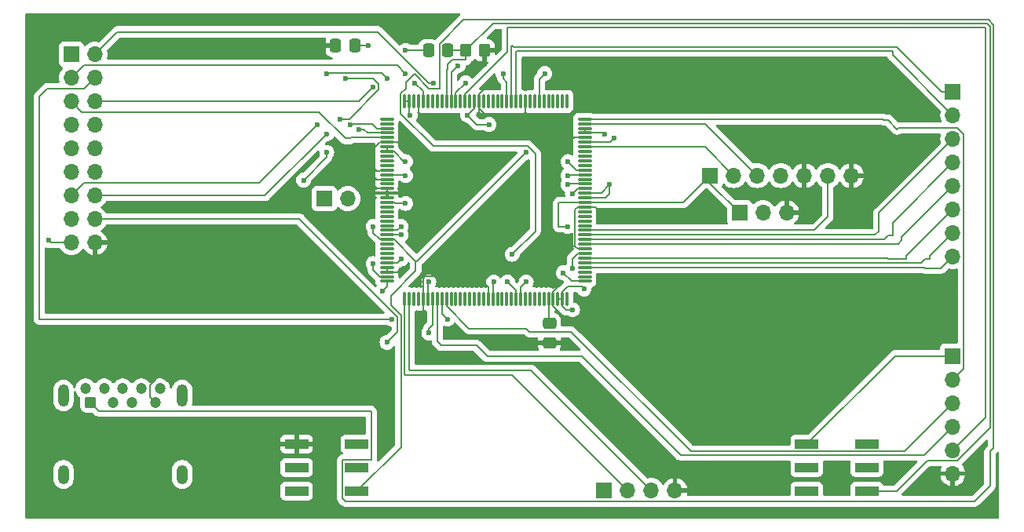
<source format=gbr>
%TF.GenerationSoftware,KiCad,Pcbnew,8.0.6*%
%TF.CreationDate,2024-11-07T17:09:19-06:00*%
%TF.ProjectId,CameraAI_PCB,43616d65-7261-4414-995f-5043422e6b69,rev?*%
%TF.SameCoordinates,Original*%
%TF.FileFunction,Copper,L1,Top*%
%TF.FilePolarity,Positive*%
%FSLAX46Y46*%
G04 Gerber Fmt 4.6, Leading zero omitted, Abs format (unit mm)*
G04 Created by KiCad (PCBNEW 8.0.6) date 2024-11-07 17:09:19*
%MOMM*%
%LPD*%
G01*
G04 APERTURE LIST*
G04 Aperture macros list*
%AMRoundRect*
0 Rectangle with rounded corners*
0 $1 Rounding radius*
0 $2 $3 $4 $5 $6 $7 $8 $9 X,Y pos of 4 corners*
0 Add a 4 corners polygon primitive as box body*
4,1,4,$2,$3,$4,$5,$6,$7,$8,$9,$2,$3,0*
0 Add four circle primitives for the rounded corners*
1,1,$1+$1,$2,$3*
1,1,$1+$1,$4,$5*
1,1,$1+$1,$6,$7*
1,1,$1+$1,$8,$9*
0 Add four rect primitives between the rounded corners*
20,1,$1+$1,$2,$3,$4,$5,0*
20,1,$1+$1,$4,$5,$6,$7,0*
20,1,$1+$1,$6,$7,$8,$9,0*
20,1,$1+$1,$8,$9,$2,$3,0*%
G04 Aperture macros list end*
%TA.AperFunction,ComponentPad*%
%ADD10R,1.700000X1.700000*%
%TD*%
%TA.AperFunction,ComponentPad*%
%ADD11O,1.700000X1.700000*%
%TD*%
%TA.AperFunction,SMDPad,CuDef*%
%ADD12RoundRect,0.250000X-0.350000X-0.450000X0.350000X-0.450000X0.350000X0.450000X-0.350000X0.450000X0*%
%TD*%
%TA.AperFunction,SMDPad,CuDef*%
%ADD13RoundRect,0.250000X0.475000X-0.337500X0.475000X0.337500X-0.475000X0.337500X-0.475000X-0.337500X0*%
%TD*%
%TA.AperFunction,SMDPad,CuDef*%
%ADD14R,2.500000X1.000000*%
%TD*%
%TA.AperFunction,ComponentPad*%
%ADD15RoundRect,0.250000X-0.350000X-0.350000X0.350000X-0.350000X0.350000X0.350000X-0.350000X0.350000X0*%
%TD*%
%TA.AperFunction,ComponentPad*%
%ADD16C,1.200000*%
%TD*%
%TA.AperFunction,ComponentPad*%
%ADD17O,1.200000X2.400000*%
%TD*%
%TA.AperFunction,ComponentPad*%
%ADD18O,1.200000X2.100000*%
%TD*%
%TA.AperFunction,SMDPad,CuDef*%
%ADD19RoundRect,0.250000X-0.337500X-0.475000X0.337500X-0.475000X0.337500X0.475000X-0.337500X0.475000X0*%
%TD*%
%TA.AperFunction,SMDPad,CuDef*%
%ADD20RoundRect,0.075000X-0.662500X-0.075000X0.662500X-0.075000X0.662500X0.075000X-0.662500X0.075000X0*%
%TD*%
%TA.AperFunction,SMDPad,CuDef*%
%ADD21RoundRect,0.075000X-0.075000X-0.662500X0.075000X-0.662500X0.075000X0.662500X-0.075000X0.662500X0*%
%TD*%
%TA.AperFunction,ViaPad*%
%ADD22C,0.600000*%
%TD*%
%TA.AperFunction,Conductor*%
%ADD23C,0.200000*%
%TD*%
G04 APERTURE END LIST*
D10*
%TO.P,J1,1,Pin_1*%
%TO.N,+3.3V*%
X94460000Y-54920000D03*
D11*
%TO.P,J1,2,Pin_2*%
%TO.N,OV_SCL*%
X97000000Y-54920000D03*
%TO.P,J1,3,Pin_3*%
%TO.N,OV_VS*%
X94460000Y-57460000D03*
%TO.P,J1,4,Pin_4*%
%TO.N,PIXCLK*%
X97000000Y-57460000D03*
%TO.P,J1,5,Pin_5*%
%TO.N,DCMI_D7*%
X94460000Y-60000000D03*
%TO.P,J1,6,Pin_6*%
%TO.N,DCMI_D5*%
X97000000Y-60000000D03*
%TO.P,J1,7,Pin_7*%
%TO.N,DCMI_D3*%
X94460000Y-62540000D03*
%TO.P,J1,8,Pin_8*%
%TO.N,DCMI_D1*%
X97000000Y-62540000D03*
%TO.P,J1,9,Pin_9*%
%TO.N,CAMERA_RESET*%
X94460000Y-65080000D03*
%TO.P,J1,10,Pin_10*%
%TO.N,CAMERA_PWDN*%
X97000000Y-65080000D03*
%TO.P,J1,11,Pin_11*%
%TO.N,DCMI_D0*%
X94460000Y-67620000D03*
%TO.P,J1,12,Pin_12*%
%TO.N,DCMI_D2*%
X97000000Y-67620000D03*
%TO.P,J1,13,Pin_13*%
%TO.N,DCMI_D4*%
X94460000Y-70160000D03*
%TO.P,J1,14,Pin_14*%
%TO.N,DCMI_D6*%
X97000000Y-70160000D03*
%TO.P,J1,15,Pin_15*%
%TO.N,MCLK*%
X94460000Y-72700000D03*
%TO.P,J1,16,Pin_16*%
%TO.N,OV_HS*%
X97000000Y-72700000D03*
%TO.P,J1,17,Pin_17*%
%TO.N,OV_SDA*%
X94460000Y-75240000D03*
%TO.P,J1,18,Pin_18*%
%TO.N,GND*%
X97000000Y-75240000D03*
%TD*%
D12*
%TO.P,R1,1*%
%TO.N,BOOT0*%
X137000000Y-54500000D03*
%TO.P,R1,2*%
%TO.N,GND*%
X139000000Y-54500000D03*
%TD*%
D10*
%TO.P,J3,1,Pin_1*%
%TO.N,+5V*%
X163340000Y-68000000D03*
D11*
%TO.P,J3,2,Pin_2*%
%TO.N,ST_LINK_SWDIO*%
X165880000Y-68000000D03*
%TO.P,J3,3,Pin_3*%
%TO.N,ST_LINK_SWCLK*%
X168420000Y-68000000D03*
%TO.P,J3,4,Pin_4*%
%TO.N,+3.3V*%
X170960000Y-68000000D03*
%TO.P,J3,5,Pin_5*%
%TO.N,GND*%
X173500000Y-68000000D03*
%TO.P,J3,6,Pin_6*%
%TO.N,ST_LINK_RESET*%
X176040000Y-68000000D03*
%TO.P,J3,7,Pin_7*%
%TO.N,GND*%
X178580000Y-68000000D03*
%TD*%
D13*
%TO.P,C22,1*%
%TO.N,GND*%
X146000000Y-86037500D03*
%TO.P,C22,2*%
%TO.N,VCAP1*%
X146000000Y-83962500D03*
%TD*%
D10*
%TO.P,J6,1,Pin_1*%
%TO.N,+3.3V*%
X151920000Y-102000000D03*
D11*
%TO.P,J6,2,Pin_2*%
%TO.N,UART4_TX*%
X154460000Y-102000000D03*
%TO.P,J6,3,Pin_3*%
%TO.N,UART4_RX*%
X157000000Y-102000000D03*
%TO.P,J6,4,Pin_4*%
%TO.N,GND*%
X159540000Y-102000000D03*
%TD*%
D14*
%TO.P,SW1,1,1*%
%TO.N,GND*%
X118750000Y-96960000D03*
%TO.P,SW1,2,2*%
%TO.N,NRST*%
X125250000Y-102040000D03*
%TO.P,SW1,4*%
%TO.N,N/C*%
X118750000Y-102040000D03*
%TO.P,SW1,8*%
X125250000Y-96960000D03*
%TO.P,SW1,C*%
X118750000Y-99500000D03*
X125250000Y-99500000D03*
%TD*%
D15*
%TO.P,J2,1,VBUS*%
%TO.N,+5V*%
X96500000Y-92500000D03*
D16*
%TO.P,J2,2,D-*%
%TO.N,unconnected-(J2-D--Pad2)*%
X99000000Y-92500000D03*
%TO.P,J2,3,D+*%
%TO.N,unconnected-(J2-D+-Pad3)*%
X101000000Y-92500000D03*
%TO.P,J2,4,GND*%
%TO.N,GND*%
X103500000Y-92500000D03*
%TO.P,J2,5,Shield*%
%TO.N,unconnected-(J2-Shield-Pad5)*%
X104000000Y-91000000D03*
%TO.P,J2,6*%
%TO.N,N/C*%
X102000000Y-91000000D03*
%TO.P,J2,7*%
X100000000Y-91000000D03*
%TO.P,J2,8*%
X98000000Y-91000000D03*
%TO.P,J2,9*%
X96000000Y-91000000D03*
D17*
%TO.P,J2,10*%
X93600000Y-91750000D03*
D18*
X93600000Y-100250000D03*
D17*
X106400000Y-91750000D03*
D18*
X106400000Y-100250000D03*
%TD*%
D10*
%TO.P,J7,1,Pin_1*%
%TO.N,+5V*%
X166500000Y-72000000D03*
D11*
%TO.P,J7,2,Pin_2*%
%TO.N,+3.3V*%
X169040000Y-72000000D03*
%TO.P,J7,3,Pin_3*%
%TO.N,GND*%
X171580000Y-72000000D03*
%TD*%
D19*
%TO.P,C24,1*%
%TO.N,GND*%
X122962500Y-54000000D03*
%TO.P,C24,2*%
%TO.N,VCAP3*%
X125037500Y-54000000D03*
%TD*%
D14*
%TO.P,SW2,1,1*%
%TO.N,+3.3V*%
X173750000Y-96960000D03*
%TO.P,SW2,2,2*%
%TO.N,BOOT0*%
X180250000Y-102040000D03*
%TO.P,SW2,4*%
%TO.N,N/C*%
X173750000Y-102040000D03*
%TO.P,SW2,8*%
X180250000Y-96960000D03*
%TO.P,SW2,C*%
X173750000Y-99500000D03*
X180250000Y-99500000D03*
%TD*%
D10*
%TO.P,J5,1,Pin_1*%
%TO.N,PH1*%
X121725000Y-70500000D03*
D11*
%TO.P,J5,2,Pin_2*%
%TO.N,PH0*%
X124265000Y-70500000D03*
%TD*%
D10*
%TO.P,J8,1,Pin_1*%
%TO.N,PD7*%
X189500000Y-58960000D03*
D11*
%TO.P,J8,2,Pin_2*%
%TO.N,PD6*%
X189500000Y-61500000D03*
%TO.P,J8,3,Pin_3*%
%TO.N,PD13*%
X189500000Y-64040000D03*
%TO.P,J8,4,Pin_4*%
%TO.N,PD12*%
X189500000Y-66580000D03*
%TO.P,J8,5,Pin_5*%
%TO.N,PD11*%
X189500000Y-69120000D03*
%TO.P,J8,6,Pin_6*%
%TO.N,PD10*%
X189500000Y-71660000D03*
%TO.P,J8,7,Pin_7*%
%TO.N,PD9*%
X189500000Y-74200000D03*
%TO.P,J8,8,Pin_8*%
%TO.N,PD8*%
X189500000Y-76740000D03*
%TD*%
D19*
%TO.P,C21,1*%
%TO.N,+3.3V*%
X132962500Y-54500000D03*
%TO.P,C21,2*%
%TO.N,BOOT0*%
X135037500Y-54500000D03*
%TD*%
D10*
%TO.P,J4,1,Pin_1*%
%TO.N,+3.3V*%
X189500000Y-87460000D03*
D11*
%TO.P,J4,2,Pin_2*%
%TO.N,SPI_NSS*%
X189500000Y-90000000D03*
%TO.P,J4,3,Pin_3*%
%TO.N,SPI_MOSI*%
X189500000Y-92540000D03*
%TO.P,J4,4,Pin_4*%
%TO.N,SPI_SCK*%
X189500000Y-95080000D03*
%TO.P,J4,5,Pin_5*%
%TO.N,SPI_MISO*%
X189500000Y-97620000D03*
%TO.P,J4,6,Pin_6*%
%TO.N,GND*%
X189500000Y-100160000D03*
%TD*%
D20*
%TO.P,U1,1,PE2*%
%TO.N,unconnected-(U1-PE2-Pad1)*%
X128500000Y-61912500D03*
%TO.P,U1,2,PE3*%
%TO.N,unconnected-(U1-PE3-Pad2)*%
X128500000Y-62412500D03*
%TO.P,U1,3,DCMI_D4*%
%TO.N,DCMI_D4*%
X128500000Y-62912500D03*
%TO.P,U1,4,DCMI_D6*%
%TO.N,DCMI_D6*%
X128500000Y-63412500D03*
%TO.P,U1,5,DCMI_D7*%
%TO.N,DCMI_D7*%
X128500000Y-63912500D03*
%TO.P,U1,6,VSS*%
%TO.N,GND*%
X128500000Y-64412500D03*
%TO.P,U1,7,VDD*%
%TO.N,+3.3V*%
X128500000Y-64912500D03*
%TO.P,U1,8,VBAT*%
X128500000Y-65412500D03*
%TO.P,U1,9,PC13*%
%TO.N,unconnected-(U1-PC13-Pad9)*%
X128500000Y-65912500D03*
%TO.P,U1,10,PC14*%
%TO.N,unconnected-(U1-PC14-Pad10)*%
X128500000Y-66412500D03*
%TO.P,U1,11,PC15*%
%TO.N,unconnected-(U1-PC15-Pad11)*%
X128500000Y-66912500D03*
%TO.P,U1,12,VSS*%
%TO.N,GND*%
X128500000Y-67412500D03*
%TO.P,U1,13,VDD*%
%TO.N,+3.3V*%
X128500000Y-67912500D03*
%TO.P,U1,14,VSSSMPS*%
%TO.N,GND*%
X128500000Y-68412500D03*
%TO.P,U1,15,VLXSMPS*%
%TO.N,unconnected-(U1-VLXSMPS-Pad15)*%
X128500000Y-68912500D03*
%TO.P,U1,16,VDDSMPS*%
%TO.N,GND*%
X128500000Y-69412500D03*
%TO.P,U1,17,VFBSMPS*%
X128500000Y-69912500D03*
%TO.P,U1,18,VSS*%
X128500000Y-70412500D03*
%TO.P,U1,19,VDD*%
%TO.N,+3.3V*%
X128500000Y-70912500D03*
%TO.P,U1,20,PF6*%
%TO.N,unconnected-(U1-PF6-Pad20)*%
X128500000Y-71412500D03*
%TO.P,U1,21,PF7*%
%TO.N,unconnected-(U1-PF7-Pad21)*%
X128500000Y-71912500D03*
%TO.P,U1,22,PF8*%
%TO.N,unconnected-(U1-PF8-Pad22)*%
X128500000Y-72412500D03*
%TO.P,U1,23,PF9*%
%TO.N,unconnected-(U1-PF9-Pad23)*%
X128500000Y-72912500D03*
%TO.P,U1,24,PF10*%
%TO.N,unconnected-(U1-PF10-Pad24)*%
X128500000Y-73412500D03*
%TO.P,U1,25,PH0*%
%TO.N,PH0*%
X128500000Y-73912500D03*
%TO.P,U1,26,PH1*%
%TO.N,PH1*%
X128500000Y-74412500D03*
%TO.P,U1,27,NRST*%
%TO.N,NRST*%
X128500000Y-74912500D03*
%TO.P,U1,28,PC0*%
%TO.N,unconnected-(U1-PC0-Pad28)*%
X128500000Y-75412500D03*
%TO.P,U1,29,PC1*%
%TO.N,unconnected-(U1-PC1-Pad29)*%
X128500000Y-75912500D03*
%TO.P,U1,30,PC2_C*%
%TO.N,unconnected-(U1-PC2_C-Pad30)*%
X128500000Y-76412500D03*
%TO.P,U1,31,PC3_C*%
%TO.N,unconnected-(U1-PC3_C-Pad31)*%
X128500000Y-76912500D03*
%TO.P,U1,32,VDD*%
%TO.N,+3.3V*%
X128500000Y-77412500D03*
%TO.P,U1,33,VSS*%
%TO.N,GND*%
X128500000Y-77912500D03*
%TO.P,U1,34,VSSA*%
X128500000Y-78412500D03*
%TO.P,U1,35,VREF+*%
%TO.N,VREF+*%
X128500000Y-78912500D03*
%TO.P,U1,36,VDDA*%
%TO.N,+3.3V*%
X128500000Y-79412500D03*
D21*
%TO.P,U1,37,UART4_TX*%
%TO.N,UART4_TX*%
X130412500Y-81325000D03*
%TO.P,U1,38,UART4_RX*%
%TO.N,UART4_RX*%
X130912500Y-81325000D03*
%TO.P,U1,39,PA2*%
%TO.N,unconnected-(U1-PA2-Pad39)*%
X131412500Y-81325000D03*
%TO.P,U1,40,PA3*%
%TO.N,unconnected-(U1-PA3-Pad40)*%
X131912500Y-81325000D03*
%TO.P,U1,41,VSS*%
%TO.N,GND*%
X132412500Y-81325000D03*
%TO.P,U1,42,VDD*%
%TO.N,+3.3V*%
X132912500Y-81325000D03*
%TO.P,U1,43,DCMI_HSYNC*%
%TO.N,OV_HS*%
X133412500Y-81325000D03*
%TO.P,U1,44,SPI1_SCK*%
%TO.N,SPI_SCK*%
X133912500Y-81325000D03*
%TO.P,U1,45,DCMI_PIXCLK*%
%TO.N,PIXCLK*%
X134412500Y-81325000D03*
%TO.P,U1,46,SPI1_MOSI*%
%TO.N,SPI_MOSI*%
X134912500Y-81325000D03*
%TO.P,U1,47,PC4*%
%TO.N,unconnected-(U1-PC4-Pad47)*%
X135412500Y-81325000D03*
%TO.P,U1,48,PC5*%
%TO.N,unconnected-(U1-PC5-Pad48)*%
X135912500Y-81325000D03*
%TO.P,U1,49,PB0*%
%TO.N,unconnected-(U1-PB0-Pad49)*%
X136412500Y-81325000D03*
%TO.P,U1,50,PB1*%
%TO.N,unconnected-(U1-PB1-Pad50)*%
X136912500Y-81325000D03*
%TO.P,U1,51,PB2*%
%TO.N,unconnected-(U1-PB2-Pad51)*%
X137412500Y-81325000D03*
%TO.P,U1,52,PF11*%
%TO.N,unconnected-(U1-PF11-Pad52)*%
X137912500Y-81325000D03*
%TO.P,U1,53,PF14*%
%TO.N,unconnected-(U1-PF14-Pad53)*%
X138412500Y-81325000D03*
%TO.P,U1,54,PF15*%
%TO.N,unconnected-(U1-PF15-Pad54)*%
X138912500Y-81325000D03*
%TO.P,U1,55,VSS*%
%TO.N,GND*%
X139412500Y-81325000D03*
%TO.P,U1,56,VDD*%
%TO.N,+3.3V*%
X139912500Y-81325000D03*
%TO.P,U1,57,PE7*%
%TO.N,unconnected-(U1-PE7-Pad57)*%
X140412500Y-81325000D03*
%TO.P,U1,58,PE8*%
%TO.N,unconnected-(U1-PE8-Pad58)*%
X140912500Y-81325000D03*
%TO.P,U1,59,PE9*%
%TO.N,unconnected-(U1-PE9-Pad59)*%
X141412500Y-81325000D03*
%TO.P,U1,60,PE10*%
%TO.N,unconnected-(U1-PE10-Pad60)*%
X141912500Y-81325000D03*
%TO.P,U1,61,PE11*%
%TO.N,CAMERA_PWDN*%
X142412500Y-81325000D03*
%TO.P,U1,62,PE12*%
%TO.N,CAMERA_RESET*%
X142912500Y-81325000D03*
%TO.P,U1,63,PE13*%
%TO.N,unconnected-(U1-PE13-Pad63)*%
X143412500Y-81325000D03*
%TO.P,U1,64,PE14*%
%TO.N,unconnected-(U1-PE14-Pad64)*%
X143912500Y-81325000D03*
%TO.P,U1,65,PE15*%
%TO.N,unconnected-(U1-PE15-Pad65)*%
X144412500Y-81325000D03*
%TO.P,U1,66,PB10*%
%TO.N,unconnected-(U1-PB10-Pad66)*%
X144912500Y-81325000D03*
%TO.P,U1,67,PB11*%
%TO.N,unconnected-(U1-PB11-Pad67)*%
X145412500Y-81325000D03*
%TO.P,U1,68,VCAP*%
%TO.N,VCAP1*%
X145912500Y-81325000D03*
%TO.P,U1,69,VSS*%
%TO.N,GND*%
X146412500Y-81325000D03*
%TO.P,U1,70,VDDLDO*%
%TO.N,+3.3V*%
X146912500Y-81325000D03*
%TO.P,U1,71,VDD*%
X147412500Y-81325000D03*
%TO.P,U1,72,PB12*%
%TO.N,unconnected-(U1-PB12-Pad72)*%
X147912500Y-81325000D03*
D20*
%TO.P,U1,73,DCMI_D2*%
%TO.N,DCMI_D2*%
X149825000Y-79412500D03*
%TO.P,U1,74,PB14*%
%TO.N,unconnected-(U1-PB14-Pad74)*%
X149825000Y-78912500D03*
%TO.P,U1,75,PB15*%
%TO.N,unconnected-(U1-PB15-Pad75)*%
X149825000Y-78412500D03*
%TO.P,U1,76,PD8*%
%TO.N,PD8*%
X149825000Y-77912500D03*
%TO.P,U1,77,PD9*%
%TO.N,PD9*%
X149825000Y-77412500D03*
%TO.P,U1,78,PD10*%
%TO.N,PD10*%
X149825000Y-76912500D03*
%TO.P,U1,79,VDD*%
%TO.N,+3.3V*%
X149825000Y-76412500D03*
%TO.P,U1,80,VSS*%
%TO.N,GND*%
X149825000Y-75912500D03*
%TO.P,U1,81,PD11*%
%TO.N,PD11*%
X149825000Y-75412500D03*
%TO.P,U1,82,PD12*%
%TO.N,PD12*%
X149825000Y-74912500D03*
%TO.P,U1,83,PD13*%
%TO.N,PD13*%
X149825000Y-74412500D03*
%TO.P,U1,84,PD14*%
%TO.N,ST_LINK_RESET*%
X149825000Y-73912500D03*
%TO.P,U1,85,PD15*%
%TO.N,unconnected-(U1-PD15-Pad85)*%
X149825000Y-73412500D03*
%TO.P,U1,86,PG6*%
%TO.N,unconnected-(U1-PG6-Pad86)*%
X149825000Y-72912500D03*
%TO.P,U1,87,PG7*%
%TO.N,unconnected-(U1-PG7-Pad87)*%
X149825000Y-72412500D03*
%TO.P,U1,88,PG8*%
%TO.N,unconnected-(U1-PG8-Pad88)*%
X149825000Y-71912500D03*
%TO.P,U1,89,VSS*%
%TO.N,GND*%
X149825000Y-71412500D03*
%TO.P,U1,90,VDD50_USB*%
%TO.N,+5V*%
X149825000Y-70912500D03*
%TO.P,U1,91,VDD33_USB*%
%TO.N,+3.3V*%
X149825000Y-70412500D03*
%TO.P,U1,92,VDD*%
X149825000Y-69912500D03*
%TO.P,U1,93,DCMI_D0*%
%TO.N,DCMI_D0*%
X149825000Y-69412500D03*
%TO.P,U1,94,DCMI_D1*%
%TO.N,DCMI_D1*%
X149825000Y-68912500D03*
%TO.P,U1,95,PC8*%
%TO.N,unconnected-(U1-PC8-Pad95)*%
X149825000Y-68412500D03*
%TO.P,U1,96,DCMI_D3*%
%TO.N,DCMI_D3*%
X149825000Y-67912500D03*
%TO.P,U1,97,RCC_MCO_1*%
%TO.N,MCLK*%
X149825000Y-67412500D03*
%TO.P,U1,98,PA9*%
%TO.N,unconnected-(U1-PA9-Pad98)*%
X149825000Y-66912500D03*
%TO.P,U1,99,PA10*%
%TO.N,unconnected-(U1-PA10-Pad99)*%
X149825000Y-66412500D03*
%TO.P,U1,100,PA11*%
%TO.N,unconnected-(U1-PA11-Pad100)*%
X149825000Y-65912500D03*
%TO.P,U1,101,PA12*%
%TO.N,unconnected-(U1-PA12-Pad101)*%
X149825000Y-65412500D03*
%TO.P,U1,102,DEBUG_JTMS-SWDIO*%
%TO.N,ST_LINK_SWDIO*%
X149825000Y-64912500D03*
%TO.P,U1,103,VCAP*%
%TO.N,VCAP2*%
X149825000Y-64412500D03*
%TO.P,U1,104,VSS*%
%TO.N,GND*%
X149825000Y-63912500D03*
%TO.P,U1,105,VDDLDO*%
%TO.N,+3.3V*%
X149825000Y-63412500D03*
%TO.P,U1,106,VDD*%
X149825000Y-62912500D03*
%TO.P,U1,107,DEBUG_JTCK-SWCLK*%
%TO.N,ST_LINK_SWCLK*%
X149825000Y-62412500D03*
%TO.P,U1,108,SPI1_NSS*%
%TO.N,SPI_NSS*%
X149825000Y-61912500D03*
D21*
%TO.P,U1,109,PC10*%
%TO.N,unconnected-(U1-PC10-Pad109)*%
X147912500Y-60000000D03*
%TO.P,U1,110,PC11*%
%TO.N,unconnected-(U1-PC11-Pad110)*%
X147412500Y-60000000D03*
%TO.P,U1,111,PC12*%
%TO.N,unconnected-(U1-PC12-Pad111)*%
X146912500Y-60000000D03*
%TO.P,U1,112,PD0*%
%TO.N,unconnected-(U1-PD0-Pad112)*%
X146412500Y-60000000D03*
%TO.P,U1,113,PD1*%
%TO.N,unconnected-(U1-PD1-Pad113)*%
X145912500Y-60000000D03*
%TO.P,U1,114,PD2*%
%TO.N,unconnected-(U1-PD2-Pad114)*%
X145412500Y-60000000D03*
%TO.P,U1,115,DCMI_D5*%
%TO.N,DCMI_D5*%
X144912500Y-60000000D03*
%TO.P,U1,116,PD4*%
%TO.N,unconnected-(U1-PD4-Pad116)*%
X144412500Y-60000000D03*
%TO.P,U1,117,PD5*%
%TO.N,unconnected-(U1-PD5-Pad117)*%
X143912500Y-60000000D03*
%TO.P,U1,118,VSS*%
%TO.N,GND*%
X143412500Y-60000000D03*
%TO.P,U1,119,VDDMMC*%
%TO.N,unconnected-(U1-VDDMMC-Pad119)*%
X142912500Y-60000000D03*
%TO.P,U1,120,PD6*%
%TO.N,PD6*%
X142412500Y-60000000D03*
%TO.P,U1,121,PD7*%
%TO.N,PD7*%
X141912500Y-60000000D03*
%TO.P,U1,122,DCMI_VSYNC*%
%TO.N,OV_VS*%
X141412500Y-60000000D03*
%TO.P,U1,123,PG10*%
%TO.N,unconnected-(U1-PG10-Pad123)*%
X140912500Y-60000000D03*
%TO.P,U1,124,PG11*%
%TO.N,unconnected-(U1-PG11-Pad124)*%
X140412500Y-60000000D03*
%TO.P,U1,125,PG12*%
%TO.N,unconnected-(U1-PG12-Pad125)*%
X139912500Y-60000000D03*
%TO.P,U1,126,PG13*%
%TO.N,unconnected-(U1-PG13-Pad126)*%
X139412500Y-60000000D03*
%TO.P,U1,127,PG14*%
%TO.N,unconnected-(U1-PG14-Pad127)*%
X138912500Y-60000000D03*
%TO.P,U1,128,VSS*%
%TO.N,GND*%
X138412500Y-60000000D03*
%TO.P,U1,129,VDD*%
%TO.N,+3.3V*%
X137912500Y-60000000D03*
%TO.P,U1,130,PB3*%
%TO.N,unconnected-(U1-PB3-Pad130)*%
X137412500Y-60000000D03*
%TO.P,U1,131,SPI1_MISO*%
%TO.N,SPI_MISO*%
X136912500Y-60000000D03*
%TO.P,U1,132,PB5*%
%TO.N,unconnected-(U1-PB5-Pad132)*%
X136412500Y-60000000D03*
%TO.P,U1,133,I2C1_SCL*%
%TO.N,OV_SCL*%
X135912500Y-60000000D03*
%TO.P,U1,134,I2C1_SDA*%
%TO.N,OV_SDA*%
X135412500Y-60000000D03*
%TO.P,U1,135,BOOT0*%
%TO.N,BOOT0*%
X134912500Y-60000000D03*
%TO.P,U1,136,PB8*%
%TO.N,unconnected-(U1-PB8-Pad136)*%
X134412500Y-60000000D03*
%TO.P,U1,137,PB9*%
%TO.N,unconnected-(U1-PB9-Pad137)*%
X133912500Y-60000000D03*
%TO.P,U1,138,PE0*%
%TO.N,unconnected-(U1-PE0-Pad138)*%
X133412500Y-60000000D03*
%TO.P,U1,139,PE1*%
%TO.N,unconnected-(U1-PE1-Pad139)*%
X132912500Y-60000000D03*
%TO.P,U1,140,VCAP*%
%TO.N,VCAP3*%
X132412500Y-60000000D03*
%TO.P,U1,141,VSS*%
%TO.N,GND*%
X131912500Y-60000000D03*
%TO.P,U1,142,PDR_ON*%
%TO.N,unconnected-(U1-PDR_ON-Pad142)*%
X131412500Y-60000000D03*
%TO.P,U1,143,VDDLDO*%
%TO.N,+3.3V*%
X130912500Y-60000000D03*
%TO.P,U1,144,VDD*%
X130412500Y-60000000D03*
%TD*%
D22*
%TO.N,GND*%
X139500000Y-58000000D03*
X118500000Y-51000000D03*
X148000000Y-86000000D03*
X118500000Y-54000000D03*
X93000000Y-82000000D03*
X186000000Y-102000000D03*
X93000000Y-85000000D03*
X133005000Y-62495000D03*
X130500000Y-78000000D03*
X150000000Y-85000000D03*
X186000000Y-104500000D03*
X167500000Y-104500000D03*
X147000000Y-79500000D03*
X156000000Y-59500000D03*
X154000000Y-87000000D03*
X167500000Y-101500000D03*
X149500000Y-90500000D03*
X138412500Y-61412500D03*
X147000000Y-75000000D03*
X131000000Y-65500000D03*
X135500000Y-78900000D03*
X139000000Y-56000000D03*
%TO.N,NRST*%
X143500000Y-65500000D03*
X127000000Y-73500000D03*
%TO.N,+5V*%
X148000000Y-73500000D03*
X142000000Y-76500000D03*
%TO.N,+3.3V*%
X130000000Y-77000000D03*
X148500000Y-82500000D03*
X131000000Y-61500000D03*
X122000000Y-65500000D03*
X152000000Y-63500000D03*
X137182410Y-61500000D03*
X128000000Y-80500000D03*
X130500000Y-71000000D03*
X130500002Y-54500000D03*
X130500000Y-68000000D03*
X140000000Y-79500000D03*
X139500000Y-62500000D03*
X149750000Y-80250000D03*
X124000000Y-57500000D03*
X148500000Y-78000000D03*
X152500000Y-69000000D03*
X119500000Y-68500000D03*
X133000000Y-79500000D03*
X123400000Y-61900000D03*
X130500000Y-66500000D03*
%TO.N,DCMI_D2*%
X147500000Y-78500000D03*
%TO.N,CAMERA_RESET*%
X143500000Y-79500000D03*
%TO.N,PIXCLK*%
X135000000Y-83500000D03*
X129000000Y-83500000D03*
%TO.N,DCMI_D3*%
X148000000Y-68000000D03*
%TO.N,DCMI_D1*%
X148000000Y-69000000D03*
%TO.N,DCMI_D5*%
X127000000Y-58500000D03*
X145500000Y-57000000D03*
%TO.N,OV_SDA*%
X136150000Y-56150000D03*
X92000000Y-75000000D03*
%TO.N,CAMERA_PWDN*%
X141500000Y-79500000D03*
%TO.N,OV_SCL*%
X133500000Y-58000000D03*
X137000000Y-58000000D03*
%TO.N,DCMI_D6*%
X125500000Y-63000000D03*
X122000000Y-63500000D03*
%TO.N,MCLK*%
X148000000Y-66500000D03*
%TO.N,DCMI_D4*%
X124500000Y-62500000D03*
X121000000Y-62500000D03*
%TO.N,OV_VS*%
X130500000Y-57000000D03*
X141000000Y-57000000D03*
%TO.N,OV_HS*%
X133000000Y-85000000D03*
X128500000Y-86000000D03*
%TO.N,DCMI_D0*%
X148483795Y-69983795D03*
%TO.N,PH1*%
X130000000Y-74412500D03*
%TO.N,PH0*%
X130000000Y-73500000D03*
%TO.N,VREF+*%
X127000000Y-77500000D03*
%TO.N,VCAP2*%
X153000000Y-64000000D03*
%TO.N,VCAP3*%
X131500000Y-58000000D03*
X128500000Y-57500000D03*
X122000000Y-57000000D03*
X126500000Y-54000000D03*
%TD*%
D23*
%TO.N,GND*%
X147644910Y-75644910D02*
X147000000Y-75000000D01*
X102900000Y-91900000D02*
X102900000Y-90600000D01*
X132412500Y-82587500D02*
X132412500Y-81325000D01*
X131912500Y-60000000D02*
X131912500Y-61412500D01*
X150912500Y-71412500D02*
X151500000Y-72000000D01*
X127642590Y-67500000D02*
X126500000Y-67500000D01*
X127000000Y-65142590D02*
X127000000Y-65500000D01*
X132400000Y-81312500D02*
X132412500Y-81325000D01*
X139412500Y-80087500D02*
X138225000Y-78900000D01*
X129912500Y-78412500D02*
X128500000Y-78412500D01*
X128500000Y-69912500D02*
X126912500Y-69912500D01*
X149825000Y-75912500D02*
X149055090Y-75912500D01*
X148787500Y-75644910D02*
X148787500Y-71680090D01*
X133005000Y-62495000D02*
X131922500Y-61412500D01*
X128500000Y-77912500D02*
X128500000Y-78412500D01*
X128500000Y-64412500D02*
X129912500Y-64412500D01*
X139142590Y-61500000D02*
X139500000Y-61500000D01*
X130500000Y-78000000D02*
X130325000Y-78000000D01*
X126912500Y-69912500D02*
X126500000Y-69500000D01*
X130325000Y-78000000D02*
X129912500Y-78412500D01*
X148787500Y-71680090D02*
X149055090Y-71412500D01*
X138412500Y-60000000D02*
X138412500Y-61412500D01*
X148587500Y-63912500D02*
X146087500Y-61412500D01*
X138225000Y-78900000D02*
X138600000Y-78900000D01*
X127462500Y-64680090D02*
X127000000Y-65142590D01*
X132400000Y-79100000D02*
X132400000Y-79500000D01*
X138412500Y-60769910D02*
X139142590Y-61500000D01*
X146412500Y-82094910D02*
X149317590Y-85000000D01*
X138225000Y-78900000D02*
X135500000Y-78900000D01*
X149055090Y-71412500D02*
X149825000Y-71412500D01*
X127730090Y-69412500D02*
X127412500Y-69412500D01*
X138412500Y-60000000D02*
X138412500Y-60769910D01*
X132400000Y-79500000D02*
X132000000Y-79500000D01*
X139500000Y-58142590D02*
X139500000Y-58000000D01*
X148000000Y-86000000D02*
X147500000Y-86000000D01*
X127730090Y-67412500D02*
X128500000Y-67412500D01*
X146412500Y-80555090D02*
X147000000Y-79967590D01*
X131000000Y-65500000D02*
X129912500Y-64412500D01*
X127730090Y-64412500D02*
X127462500Y-64680090D01*
X132412500Y-82587500D02*
X132000000Y-83000000D01*
X139412500Y-81325000D02*
X139412500Y-80087500D01*
X147000000Y-79967590D02*
X147000000Y-79500000D01*
X149825000Y-71412500D02*
X150912500Y-71412500D01*
X127412500Y-68412500D02*
X127000000Y-68000000D01*
X132400000Y-79500000D02*
X132400000Y-81312500D01*
X103500000Y-92500000D02*
X102900000Y-91900000D01*
X139000000Y-54500000D02*
X139000000Y-56000000D01*
X138600000Y-78900000D02*
X139000000Y-78500000D01*
X138412500Y-60000000D02*
X138412500Y-59230090D01*
X147500000Y-86000000D02*
X147462500Y-86037500D01*
X146412500Y-81325000D02*
X146412500Y-80555090D01*
X127730090Y-67412500D02*
X127642590Y-67500000D01*
X127412500Y-69412500D02*
X126500000Y-68500000D01*
X135500000Y-78900000D02*
X132600000Y-78900000D01*
X128500000Y-69412500D02*
X127730090Y-69412500D01*
X102900000Y-90600000D02*
X104500000Y-89000000D01*
X132000000Y-79500000D02*
X131500000Y-80000000D01*
X148787500Y-75644910D02*
X147644910Y-75644910D01*
X122962500Y-54000000D02*
X121000000Y-54000000D01*
X131922500Y-61412500D02*
X131912500Y-61412500D01*
X128500000Y-64412500D02*
X127730090Y-64412500D01*
X147462500Y-86037500D02*
X146000000Y-86037500D01*
X146412500Y-81325000D02*
X146412500Y-82094910D01*
X132600000Y-78900000D02*
X132400000Y-79100000D01*
X127730090Y-68412500D02*
X127412500Y-68412500D01*
X149317590Y-85000000D02*
X150000000Y-85000000D01*
X149055090Y-75912500D02*
X148787500Y-75644910D01*
X128500000Y-68412500D02*
X127730090Y-68412500D01*
X138412500Y-59230090D02*
X139500000Y-58142590D01*
X128500000Y-70412500D02*
X128500000Y-69912500D01*
X143412500Y-60000000D02*
X143412500Y-61412500D01*
X146087500Y-61412500D02*
X143412500Y-61412500D01*
X128500000Y-69912500D02*
X128500000Y-69412500D01*
X149825000Y-63912500D02*
X148587500Y-63912500D01*
%TO.N,NRST*%
X131600000Y-78248529D02*
X131600000Y-77242590D01*
X129269910Y-74912500D02*
X128500000Y-74912500D01*
X130000000Y-83085785D02*
X128900000Y-81985785D01*
X128900000Y-80948529D02*
X131600000Y-78248529D01*
X131600000Y-77242590D02*
X129269910Y-74912500D01*
X125250000Y-102040000D02*
X130000000Y-97290000D01*
X127000000Y-74182410D02*
X127000000Y-73500000D01*
X128900000Y-81985785D02*
X128900000Y-80948529D01*
X128500000Y-74912500D02*
X127730090Y-74912500D01*
X130000000Y-97290000D02*
X130000000Y-83085785D01*
X131600000Y-77242590D02*
X131757410Y-77242590D01*
X127730090Y-74912500D02*
X127000000Y-74182410D01*
X131757410Y-77242590D02*
X143500000Y-65500000D01*
%TO.N,+5V*%
X193900000Y-97386346D02*
X193500000Y-97786346D01*
X124010000Y-103150000D02*
X123700000Y-102840000D01*
X129962500Y-61311029D02*
X129962500Y-59180090D01*
X163340000Y-68000000D02*
X160427500Y-70912500D01*
X193500000Y-101500000D02*
X191850000Y-103150000D01*
X193331371Y-51200000D02*
X193900000Y-51768629D01*
X136740256Y-51200000D02*
X193331371Y-51200000D01*
X129962500Y-59180090D02*
X130542590Y-58600000D01*
X130542590Y-57957410D02*
X131467157Y-57032843D01*
X147000000Y-71000000D02*
X147000000Y-73500000D01*
X144500000Y-74000000D02*
X144500000Y-65651471D01*
X126800000Y-98700000D02*
X126800000Y-93500000D01*
X126800000Y-93500000D02*
X126700000Y-93400000D01*
X166500000Y-72000000D02*
X163340000Y-68840000D01*
X163340000Y-68840000D02*
X163340000Y-68000000D01*
X147000000Y-73500000D02*
X148000000Y-73500000D01*
X126700000Y-93400000D02*
X97400000Y-93400000D01*
X123700000Y-98700000D02*
X126800000Y-98700000D01*
X191850000Y-103150000D02*
X124010000Y-103150000D01*
X160427500Y-70912500D02*
X149825000Y-70912500D01*
X134150000Y-53790256D02*
X136740256Y-51200000D01*
X193900000Y-51768629D02*
X193900000Y-97386346D01*
X133463971Y-64812500D02*
X129962500Y-61311029D01*
X144500000Y-65651471D02*
X143661029Y-64812500D01*
X123700000Y-102840000D02*
X123700000Y-98700000D01*
X134150000Y-58600000D02*
X134150000Y-53790256D01*
X143661029Y-64812500D02*
X133463971Y-64812500D01*
X142000000Y-76500000D02*
X144500000Y-74000000D01*
X130542590Y-58600000D02*
X130542590Y-57957410D01*
X147087500Y-70912500D02*
X147000000Y-71000000D01*
X97400000Y-93400000D02*
X96500000Y-92500000D01*
X193500000Y-97786346D02*
X193500000Y-101500000D01*
X131467157Y-57032843D02*
X133034314Y-58600000D01*
X149825000Y-70912500D02*
X147087500Y-70912500D01*
X133034314Y-58600000D02*
X134150000Y-58600000D01*
%TO.N,+3.3V*%
X132962500Y-54500000D02*
X130500002Y-54500000D01*
X139912500Y-81325000D02*
X139912500Y-79587500D01*
X147412500Y-81325000D02*
X147412500Y-80555090D01*
X151587500Y-69912500D02*
X152500000Y-69000000D01*
X146912500Y-81325000D02*
X147412500Y-81325000D01*
X151912500Y-63412500D02*
X152000000Y-63500000D01*
X147412500Y-80555090D02*
X147967590Y-80000000D01*
X127000000Y-57500000D02*
X127600000Y-58100000D01*
X149825000Y-62912500D02*
X149825000Y-63412500D01*
X130912500Y-60000000D02*
X130912500Y-61412500D01*
X130412500Y-67912500D02*
X130500000Y-68000000D01*
X129269910Y-65412500D02*
X130500000Y-66642590D01*
X148500000Y-82500000D02*
X147817590Y-82500000D01*
X189500000Y-87460000D02*
X183250000Y-87460000D01*
X149825000Y-63412500D02*
X151912500Y-63412500D01*
X147967590Y-80000000D02*
X149500000Y-80000000D01*
X148500000Y-78000000D02*
X148500000Y-76967590D01*
X149825000Y-69912500D02*
X151587500Y-69912500D01*
X147817590Y-82500000D02*
X147412500Y-82094910D01*
X152087500Y-70412500D02*
X152500000Y-70000000D01*
X148500000Y-76967590D02*
X149055090Y-76412500D01*
X127600000Y-58100000D02*
X127600000Y-58748529D01*
X152500000Y-70000000D02*
X152500000Y-69000000D01*
X132912500Y-79587500D02*
X133000000Y-79500000D01*
X139912500Y-79587500D02*
X140000000Y-79500000D01*
X128500000Y-79412500D02*
X128500000Y-80000000D01*
X137912500Y-60000000D02*
X137912500Y-60769910D01*
X130912500Y-60000000D02*
X130412500Y-60000000D01*
X128500000Y-77412500D02*
X129587500Y-77412500D01*
X129269910Y-70912500D02*
X129357410Y-71000000D01*
X122000000Y-66000000D02*
X122000000Y-65500000D01*
X124000000Y-57500000D02*
X127000000Y-57500000D01*
X149825000Y-70412500D02*
X152087500Y-70412500D01*
X149500000Y-80000000D02*
X149750000Y-80250000D01*
X128500000Y-80000000D02*
X128000000Y-80500000D01*
X149055090Y-76412500D02*
X149825000Y-76412500D01*
X119500000Y-68500000D02*
X122000000Y-66000000D01*
X128500000Y-65412500D02*
X129269910Y-65412500D01*
X130912500Y-61412500D02*
X131000000Y-61500000D01*
X128500000Y-67912500D02*
X130412500Y-67912500D01*
X137912500Y-60769910D02*
X137182410Y-61500000D01*
X128500000Y-64912500D02*
X128500000Y-65412500D01*
X127600000Y-58748529D02*
X124448529Y-61900000D01*
X128500000Y-70912500D02*
X129269910Y-70912500D01*
X147412500Y-82094910D02*
X147412500Y-81325000D01*
X137182410Y-61500000D02*
X138182410Y-62500000D01*
X129357410Y-71000000D02*
X130500000Y-71000000D01*
X138182410Y-62500000D02*
X139500000Y-62500000D01*
X124448529Y-61900000D02*
X123400000Y-61900000D01*
X183250000Y-87460000D02*
X173750000Y-96960000D01*
X129587500Y-77412500D02*
X130000000Y-77000000D01*
X132912500Y-81325000D02*
X132912500Y-79587500D01*
%TO.N,DCMI_D2*%
X148412500Y-79412500D02*
X147500000Y-78500000D01*
X149825000Y-79412500D02*
X148412500Y-79412500D01*
%TO.N,CAMERA_RESET*%
X142912500Y-80087500D02*
X143500000Y-79500000D01*
X142912500Y-81325000D02*
X142912500Y-80087500D01*
%TO.N,PIXCLK*%
X91000000Y-83500000D02*
X129000000Y-83500000D01*
X97000000Y-57460000D02*
X95850000Y-58610000D01*
X135000000Y-83500000D02*
X134412500Y-82912500D01*
X95850000Y-58610000D02*
X91890000Y-58610000D01*
X91000000Y-59500000D02*
X91000000Y-83500000D01*
X134412500Y-82912500D02*
X134412500Y-81325000D01*
X91890000Y-58610000D02*
X91000000Y-59500000D01*
%TO.N,DCMI_D3*%
X148087500Y-67912500D02*
X149825000Y-67912500D01*
X148087500Y-67912500D02*
X148000000Y-68000000D01*
%TO.N,DCMI_D1*%
X148087500Y-68912500D02*
X148000000Y-69000000D01*
X149825000Y-68912500D02*
X148087500Y-68912500D01*
%TO.N,DCMI_D7*%
X124587500Y-63912500D02*
X128500000Y-63912500D01*
X121150000Y-61150000D02*
X124000000Y-64000000D01*
X124000000Y-64000000D02*
X124500000Y-64000000D01*
X124500000Y-64000000D02*
X124587500Y-63912500D01*
X95610000Y-61150000D02*
X121150000Y-61150000D01*
X94460000Y-60000000D02*
X95610000Y-61150000D01*
%TO.N,DCMI_D5*%
X144912500Y-57587500D02*
X144912500Y-60000000D01*
X97000000Y-60000000D02*
X125500000Y-60000000D01*
X125500000Y-60000000D02*
X127000000Y-58500000D01*
X145500000Y-57000000D02*
X144912500Y-57587500D01*
%TO.N,OV_SDA*%
X136150000Y-56150000D02*
X135412500Y-56887500D01*
X135412500Y-56887500D02*
X135412500Y-60000000D01*
X92240000Y-75240000D02*
X92000000Y-75000000D01*
X94460000Y-75240000D02*
X92240000Y-75240000D01*
%TO.N,CAMERA_PWDN*%
X142412500Y-81325000D02*
X142412500Y-80412500D01*
X142412500Y-80412500D02*
X141500000Y-79500000D01*
%TO.N,OV_SCL*%
X137000000Y-58000000D02*
X135912500Y-59087500D01*
X133500000Y-58000000D02*
X133000000Y-58000000D01*
X127500000Y-52500000D02*
X99420000Y-52500000D01*
X99420000Y-52500000D02*
X97000000Y-54920000D01*
X133000000Y-58000000D02*
X127500000Y-52500000D01*
X135912500Y-59087500D02*
X135912500Y-60000000D01*
%TO.N,DCMI_D6*%
X125500000Y-63000000D02*
X126000000Y-63000000D01*
X97000000Y-70160000D02*
X115340000Y-70160000D01*
X126412500Y-63412500D02*
X128500000Y-63412500D01*
X126000000Y-63000000D02*
X126412500Y-63412500D01*
X115340000Y-70160000D02*
X122000000Y-63500000D01*
%TO.N,MCLK*%
X149825000Y-67412500D02*
X148912500Y-67412500D01*
X148912500Y-67412500D02*
X148000000Y-66500000D01*
%TO.N,DCMI_D4*%
X124600000Y-62400000D02*
X126900000Y-62400000D01*
X126900000Y-62400000D02*
X127412500Y-62912500D01*
X124500000Y-62500000D02*
X124600000Y-62400000D01*
X95850000Y-68770000D02*
X114730000Y-68770000D01*
X94460000Y-70160000D02*
X95850000Y-68770000D01*
X114730000Y-68770000D02*
X121000000Y-62500000D01*
X127412500Y-62912500D02*
X128500000Y-62912500D01*
%TO.N,OV_VS*%
X94460000Y-57460000D02*
X95850000Y-56070000D01*
X141000000Y-57000000D02*
X141000000Y-57500000D01*
X141000000Y-57500000D02*
X141412500Y-57912500D01*
X95850000Y-56070000D02*
X129570000Y-56070000D01*
X129570000Y-56070000D02*
X130500000Y-57000000D01*
X141412500Y-57912500D02*
X141412500Y-60000000D01*
%TO.N,OV_HS*%
X133412500Y-84087500D02*
X133412500Y-81325000D01*
X129600000Y-84900000D02*
X128500000Y-86000000D01*
X133000000Y-84500000D02*
X133412500Y-84087500D01*
X129600000Y-83251471D02*
X129600000Y-84900000D01*
X119048529Y-72700000D02*
X129600000Y-83251471D01*
X133000000Y-85000000D02*
X133000000Y-84500000D01*
X97000000Y-72700000D02*
X119048529Y-72700000D01*
%TO.N,DCMI_D0*%
X149825000Y-69412500D02*
X149055090Y-69412500D01*
X149055090Y-69412500D02*
X148483795Y-69983795D01*
X148483795Y-69983795D02*
X148467590Y-70000000D01*
%TO.N,ST_LINK_SWDIO*%
X162792500Y-64912500D02*
X149825000Y-64912500D01*
X165880000Y-68000000D02*
X162792500Y-64912500D01*
%TO.N,ST_LINK_RESET*%
X149825000Y-73912500D02*
X174587500Y-73912500D01*
X174587500Y-73912500D02*
X176040000Y-72460000D01*
X176040000Y-72460000D02*
X176040000Y-68000000D01*
%TO.N,ST_LINK_SWCLK*%
X162832500Y-62412500D02*
X149825000Y-62412500D01*
X168420000Y-68000000D02*
X162832500Y-62412500D01*
%TO.N,SPI_MISO*%
X136912500Y-59230090D02*
X136912500Y-60000000D01*
X189500000Y-97620000D02*
X193000000Y-94120000D01*
X193000000Y-94120000D02*
X193000000Y-52000000D01*
X141500000Y-54642590D02*
X136912500Y-59230090D01*
X141500000Y-52000000D02*
X141500000Y-54642590D01*
X193000000Y-52000000D02*
X141500000Y-52000000D01*
%TO.N,SPI_MOSI*%
X143850000Y-84850000D02*
X143500000Y-84500000D01*
X161260000Y-97760000D02*
X148350000Y-84850000D01*
X184280000Y-97760000D02*
X161260000Y-97760000D01*
X134912500Y-82094910D02*
X134912500Y-81325000D01*
X189500000Y-92540000D02*
X184280000Y-97760000D01*
X137317590Y-84500000D02*
X134912500Y-82094910D01*
X143500000Y-84500000D02*
X137317590Y-84500000D01*
X148350000Y-84850000D02*
X143850000Y-84850000D01*
%TO.N,SPI_SCK*%
X133912500Y-85912500D02*
X133912500Y-81325000D01*
X160160000Y-98160000D02*
X149500000Y-87500000D01*
X138158795Y-86341205D02*
X134341205Y-86341205D01*
X139317590Y-87500000D02*
X138158795Y-86341205D01*
X189500000Y-95080000D02*
X186420000Y-98160000D01*
X134341205Y-86341205D02*
X133912500Y-85912500D01*
X149500000Y-87500000D02*
X139317590Y-87500000D01*
X186420000Y-98160000D02*
X160160000Y-98160000D01*
%TO.N,SPI_NSS*%
X183500000Y-63000000D02*
X183610000Y-62890000D01*
X190650000Y-63563654D02*
X190650000Y-80500000D01*
X183610000Y-62890000D02*
X189976346Y-62890000D01*
X182000000Y-62000000D02*
X181912500Y-61912500D01*
X189976346Y-62890000D02*
X190650000Y-63563654D01*
X181912500Y-61912500D02*
X149825000Y-61912500D01*
X182500000Y-62000000D02*
X182000000Y-62000000D01*
X183500000Y-63000000D02*
X182500000Y-62000000D01*
X189500000Y-90000000D02*
X190650000Y-88850000D01*
X190650000Y-88850000D02*
X190650000Y-80500000D01*
%TO.N,PD9*%
X187000000Y-76700000D02*
X189500000Y-74200000D01*
X186500000Y-77000000D02*
X186087500Y-77412500D01*
X186087500Y-77412500D02*
X149825000Y-77412500D01*
X187000000Y-77000000D02*
X187000000Y-76700000D01*
X187000000Y-77000000D02*
X186500000Y-77000000D01*
%TO.N,PH1*%
X130087500Y-74412500D02*
X130000000Y-74412500D01*
X130000000Y-74412500D02*
X128500000Y-74412500D01*
%TO.N,PD8*%
X186500000Y-78000000D02*
X188240000Y-78000000D01*
X186500000Y-78000000D02*
X186412500Y-77912500D01*
X188240000Y-78000000D02*
X189500000Y-76740000D01*
X186412500Y-77912500D02*
X149825000Y-77912500D01*
%TO.N,PD10*%
X182500000Y-77000000D02*
X182412500Y-76912500D01*
X184460000Y-77000000D02*
X184460000Y-76700000D01*
X182412500Y-76912500D02*
X149825000Y-76912500D01*
X184460000Y-76700000D02*
X189500000Y-71660000D01*
X184460000Y-77000000D02*
X182500000Y-77000000D01*
%TO.N,PD12*%
X183000000Y-74500000D02*
X183000000Y-73080000D01*
X182087500Y-74912500D02*
X182500000Y-74500000D01*
X149825000Y-74912500D02*
X182087500Y-74912500D01*
X183000000Y-73080000D02*
X189500000Y-66580000D01*
X182500000Y-74500000D02*
X183000000Y-74500000D01*
%TO.N,PD7*%
X141912500Y-54087500D02*
X141912500Y-60000000D01*
X188280000Y-58960000D02*
X189500000Y-58960000D01*
X142180000Y-54180000D02*
X142000000Y-54000000D01*
X183500000Y-54180000D02*
X188280000Y-58960000D01*
X142000000Y-54000000D02*
X141912500Y-54087500D01*
X183500000Y-54180000D02*
X142180000Y-54180000D01*
%TO.N,PD13*%
X181500000Y-72040000D02*
X189500000Y-64040000D01*
X181500000Y-74000000D02*
X181500000Y-72040000D01*
X149825000Y-74412500D02*
X181087500Y-74412500D01*
X181087500Y-74412500D02*
X181500000Y-74000000D01*
%TO.N,PH0*%
X128500000Y-73912500D02*
X129587500Y-73912500D01*
X129587500Y-73912500D02*
X130000000Y-73500000D01*
%TO.N,PD11*%
X183587500Y-75412500D02*
X184000000Y-75000000D01*
X149825000Y-75412500D02*
X183587500Y-75412500D01*
X184000000Y-74620000D02*
X189500000Y-69120000D01*
X184000000Y-75000000D02*
X184000000Y-74620000D01*
%TO.N,PD6*%
X183000000Y-54580000D02*
X183000000Y-55000000D01*
X142500000Y-54580000D02*
X142412500Y-54667500D01*
X183000000Y-55000000D02*
X189500000Y-61500000D01*
X183000000Y-54580000D02*
X142500000Y-54580000D01*
X142412500Y-54667500D02*
X142412500Y-60000000D01*
%TO.N,UART4_TX*%
X130412500Y-89412500D02*
X130412500Y-81325000D01*
X141960000Y-89500000D02*
X130500000Y-89500000D01*
X154460000Y-102000000D02*
X141960000Y-89500000D01*
X130500000Y-89500000D02*
X130412500Y-89412500D01*
%TO.N,UART4_RX*%
X131000000Y-89000000D02*
X130912500Y-88912500D01*
X144000000Y-89000000D02*
X131000000Y-89000000D01*
X130912500Y-88912500D02*
X130912500Y-81325000D01*
X157000000Y-102000000D02*
X144000000Y-89000000D01*
%TO.N,VCAP1*%
X146000000Y-83962500D02*
X145912500Y-83875000D01*
X145912500Y-83875000D02*
X145912500Y-81325000D01*
%TO.N,BOOT0*%
X193500000Y-95246346D02*
X193500000Y-51934315D01*
X183453654Y-102040000D02*
X186723654Y-98770000D01*
X137000000Y-55500000D02*
X135500000Y-55500000D01*
X135000000Y-56000000D02*
X135000000Y-56500000D01*
X137000000Y-54500000D02*
X137000000Y-55500000D01*
X193165685Y-51600000D02*
X139900000Y-51600000D01*
X134912500Y-56587500D02*
X134912500Y-60000000D01*
X137000000Y-54500000D02*
X135037500Y-54500000D01*
X135000000Y-56500000D02*
X134912500Y-56587500D01*
X193500000Y-51934315D02*
X193165685Y-51600000D01*
X189976346Y-98770000D02*
X193500000Y-95246346D01*
X186723654Y-98770000D02*
X189976346Y-98770000D01*
X135500000Y-55500000D02*
X135000000Y-56000000D01*
X180250000Y-102040000D02*
X183453654Y-102040000D01*
X139900000Y-51600000D02*
X137000000Y-54500000D01*
%TO.N,VREF+*%
X127730090Y-78912500D02*
X128500000Y-78912500D01*
X127000000Y-77500000D02*
X127000000Y-78182410D01*
X127000000Y-78182410D02*
X127730090Y-78912500D01*
%TO.N,VCAP2*%
X152587500Y-64412500D02*
X149825000Y-64412500D01*
X153000000Y-64000000D02*
X152587500Y-64412500D01*
%TO.N,VCAP3*%
X126500000Y-54000000D02*
X125037500Y-54000000D01*
X122100000Y-56900000D02*
X122000000Y-57000000D01*
X127900000Y-56900000D02*
X122100000Y-56900000D01*
X132412500Y-60000000D02*
X132412500Y-58912500D01*
X132412500Y-58912500D02*
X131500000Y-58000000D01*
X128500000Y-57500000D02*
X127900000Y-56900000D01*
%TD*%
%TA.AperFunction,Conductor*%
%TO.N,GND*%
G36*
X136358667Y-50520185D02*
G01*
X136404422Y-50572989D01*
X136414366Y-50642147D01*
X136385341Y-50705703D01*
X136377060Y-50713506D01*
X136377287Y-50713733D01*
X133781286Y-53309734D01*
X133781279Y-53309738D01*
X133781280Y-53309739D01*
X133769991Y-53321027D01*
X133751956Y-53330873D01*
X133749059Y-53332962D01*
X133749057Y-53332963D01*
X133748858Y-53332565D01*
X133708667Y-53354509D01*
X133638975Y-53349522D01*
X133625928Y-53343140D01*
X133625882Y-53343240D01*
X133619336Y-53340187D01*
X133619334Y-53340186D01*
X133452797Y-53285001D01*
X133452795Y-53285000D01*
X133350010Y-53274500D01*
X132574998Y-53274500D01*
X132574980Y-53274501D01*
X132472203Y-53285000D01*
X132472200Y-53285001D01*
X132305668Y-53340185D01*
X132305663Y-53340187D01*
X132156342Y-53432289D01*
X132032289Y-53556342D01*
X131940187Y-53705663D01*
X131940185Y-53705668D01*
X131926832Y-53745965D01*
X131917473Y-53774211D01*
X131904121Y-53814504D01*
X131864348Y-53871949D01*
X131799833Y-53898772D01*
X131786415Y-53899500D01*
X131082414Y-53899500D01*
X131015375Y-53879815D01*
X131005099Y-53872445D01*
X131002265Y-53870185D01*
X131002264Y-53870184D01*
X130926358Y-53822489D01*
X130849525Y-53774211D01*
X130679256Y-53714631D01*
X130679251Y-53714630D01*
X130500006Y-53694435D01*
X130499998Y-53694435D01*
X130320752Y-53714630D01*
X130320747Y-53714631D01*
X130150478Y-53774211D01*
X129997739Y-53870184D01*
X129946259Y-53921664D01*
X129884936Y-53955148D01*
X129815244Y-53950163D01*
X129770898Y-53921663D01*
X127987590Y-52138355D01*
X127987588Y-52138352D01*
X127868717Y-52019481D01*
X127868709Y-52019475D01*
X127780789Y-51968715D01*
X127780788Y-51968715D01*
X127760077Y-51956757D01*
X127731785Y-51940423D01*
X127579057Y-51899499D01*
X127420943Y-51899499D01*
X127413347Y-51899499D01*
X127413331Y-51899500D01*
X99506669Y-51899500D01*
X99506653Y-51899499D01*
X99499057Y-51899499D01*
X99340943Y-51899499D01*
X99188215Y-51940423D01*
X99188214Y-51940423D01*
X99139212Y-51968715D01*
X99139211Y-51968715D01*
X99051290Y-52019475D01*
X99051282Y-52019481D01*
X98939478Y-52131286D01*
X97483530Y-53587233D01*
X97422207Y-53620718D01*
X97363756Y-53619327D01*
X97235413Y-53584938D01*
X97235403Y-53584936D01*
X97000001Y-53564341D01*
X96999999Y-53564341D01*
X96764596Y-53584936D01*
X96764586Y-53584938D01*
X96536344Y-53646094D01*
X96536335Y-53646098D01*
X96322171Y-53745964D01*
X96322169Y-53745965D01*
X96128600Y-53881503D01*
X96006673Y-54003430D01*
X95945350Y-54036914D01*
X95875658Y-54031930D01*
X95819725Y-53990058D01*
X95802810Y-53959081D01*
X95753797Y-53827671D01*
X95753793Y-53827664D01*
X95667547Y-53712455D01*
X95667544Y-53712452D01*
X95552335Y-53626206D01*
X95552328Y-53626202D01*
X95417482Y-53575908D01*
X95417483Y-53575908D01*
X95357883Y-53569501D01*
X95357881Y-53569500D01*
X95357873Y-53569500D01*
X95357864Y-53569500D01*
X93562129Y-53569500D01*
X93562123Y-53569501D01*
X93502516Y-53575908D01*
X93367671Y-53626202D01*
X93367664Y-53626206D01*
X93252455Y-53712452D01*
X93252452Y-53712455D01*
X93166206Y-53827664D01*
X93166202Y-53827671D01*
X93115908Y-53962517D01*
X93109501Y-54022116D01*
X93109500Y-54022135D01*
X93109500Y-55817870D01*
X93109501Y-55817876D01*
X93115908Y-55877483D01*
X93166202Y-56012328D01*
X93166206Y-56012335D01*
X93252452Y-56127544D01*
X93252455Y-56127547D01*
X93367664Y-56213793D01*
X93367671Y-56213797D01*
X93499081Y-56262810D01*
X93555015Y-56304681D01*
X93579432Y-56370145D01*
X93564580Y-56438418D01*
X93543430Y-56466673D01*
X93421503Y-56588600D01*
X93285965Y-56782169D01*
X93285964Y-56782171D01*
X93186098Y-56996335D01*
X93186094Y-56996344D01*
X93124938Y-57224586D01*
X93124936Y-57224596D01*
X93104341Y-57459999D01*
X93104341Y-57460000D01*
X93124936Y-57695403D01*
X93124938Y-57695413D01*
X93167272Y-57853407D01*
X93165609Y-57923257D01*
X93126446Y-57981119D01*
X93062218Y-58008623D01*
X93047497Y-58009500D01*
X91969057Y-58009500D01*
X91810943Y-58009500D01*
X91658215Y-58050423D01*
X91637942Y-58062128D01*
X91618472Y-58073369D01*
X91618471Y-58073368D01*
X91521287Y-58129477D01*
X91521282Y-58129481D01*
X90519481Y-59131282D01*
X90519480Y-59131284D01*
X90473745Y-59210501D01*
X90469361Y-59218094D01*
X90469359Y-59218096D01*
X90440425Y-59268209D01*
X90440424Y-59268210D01*
X90436464Y-59282989D01*
X90399499Y-59420943D01*
X90399499Y-59420945D01*
X90399499Y-59589046D01*
X90399500Y-59589059D01*
X90399500Y-83579056D01*
X90440423Y-83731783D01*
X90440426Y-83731790D01*
X90519475Y-83868709D01*
X90519479Y-83868714D01*
X90519480Y-83868716D01*
X90631284Y-83980520D01*
X90631286Y-83980521D01*
X90631290Y-83980524D01*
X90698765Y-84019480D01*
X90768216Y-84059577D01*
X90920943Y-84100500D01*
X91079057Y-84100500D01*
X128417588Y-84100500D01*
X128484627Y-84120185D01*
X128494903Y-84127555D01*
X128497736Y-84129814D01*
X128497738Y-84129816D01*
X128597561Y-84192539D01*
X128630412Y-84213181D01*
X128650478Y-84225789D01*
X128820745Y-84285368D01*
X128889384Y-84293101D01*
X128953796Y-84320166D01*
X128993352Y-84377760D01*
X128999500Y-84416321D01*
X128999500Y-84599902D01*
X128979815Y-84666941D01*
X128963181Y-84687583D01*
X128481465Y-85169298D01*
X128420142Y-85202783D01*
X128407668Y-85204837D01*
X128320750Y-85214630D01*
X128150478Y-85274210D01*
X127997737Y-85370184D01*
X127870184Y-85497737D01*
X127774211Y-85650476D01*
X127714631Y-85820745D01*
X127714630Y-85820750D01*
X127694435Y-85999996D01*
X127694435Y-86000003D01*
X127714630Y-86179249D01*
X127714631Y-86179254D01*
X127774211Y-86349523D01*
X127821620Y-86424973D01*
X127870184Y-86502262D01*
X127997738Y-86629816D01*
X128088080Y-86686582D01*
X128118331Y-86705590D01*
X128150478Y-86725789D01*
X128242112Y-86757853D01*
X128320745Y-86785368D01*
X128320750Y-86785369D01*
X128499996Y-86805565D01*
X128500000Y-86805565D01*
X128500004Y-86805565D01*
X128679249Y-86785369D01*
X128679252Y-86785368D01*
X128679255Y-86785368D01*
X128849522Y-86725789D01*
X129002262Y-86629816D01*
X129129816Y-86502262D01*
X129170506Y-86437503D01*
X129222841Y-86391213D01*
X129291894Y-86380565D01*
X129355743Y-86408940D01*
X129394115Y-86467330D01*
X129399500Y-86503476D01*
X129399500Y-96989902D01*
X129379815Y-97056941D01*
X129363181Y-97077583D01*
X127612181Y-98828583D01*
X127550858Y-98862068D01*
X127481166Y-98857084D01*
X127425233Y-98815212D01*
X127400816Y-98749748D01*
X127400500Y-98740902D01*
X127400500Y-93420945D01*
X127400500Y-93420943D01*
X127359577Y-93268216D01*
X127314081Y-93189414D01*
X127280524Y-93131290D01*
X127280518Y-93131282D01*
X127068717Y-92919481D01*
X127068709Y-92919475D01*
X126980789Y-92868715D01*
X126980788Y-92868715D01*
X126960077Y-92856757D01*
X126931785Y-92840423D01*
X126779057Y-92799499D01*
X126620943Y-92799499D01*
X126613347Y-92799499D01*
X126613331Y-92799500D01*
X107581754Y-92799500D01*
X107514715Y-92779815D01*
X107468960Y-92727011D01*
X107459016Y-92657853D01*
X107463823Y-92637183D01*
X107467150Y-92626941D01*
X107473402Y-92607701D01*
X107500500Y-92436611D01*
X107500500Y-91063389D01*
X107473402Y-90892299D01*
X107419873Y-90727555D01*
X107341232Y-90573212D01*
X107239414Y-90433072D01*
X107116928Y-90310586D01*
X106976788Y-90208768D01*
X106822445Y-90130127D01*
X106657701Y-90076598D01*
X106657699Y-90076597D01*
X106657698Y-90076597D01*
X106526271Y-90055781D01*
X106486611Y-90049500D01*
X106313389Y-90049500D01*
X106273728Y-90055781D01*
X106142302Y-90076597D01*
X105977552Y-90130128D01*
X105823211Y-90208768D01*
X105759000Y-90255421D01*
X105683072Y-90310586D01*
X105683070Y-90310588D01*
X105683069Y-90310588D01*
X105560588Y-90433069D01*
X105560588Y-90433070D01*
X105560586Y-90433072D01*
X105538360Y-90463664D01*
X105458768Y-90573211D01*
X105380128Y-90727550D01*
X105332471Y-90874223D01*
X105293033Y-90931898D01*
X105228674Y-90959096D01*
X105159828Y-90947181D01*
X105108352Y-90899936D01*
X105091069Y-90847345D01*
X105086397Y-90796917D01*
X105030582Y-90600750D01*
X105016869Y-90573211D01*
X104986272Y-90511764D01*
X104939673Y-90418179D01*
X104816764Y-90255421D01*
X104816762Y-90255418D01*
X104666041Y-90118019D01*
X104666039Y-90118017D01*
X104492642Y-90010655D01*
X104492635Y-90010651D01*
X104397546Y-89973814D01*
X104302456Y-89936976D01*
X104101976Y-89899500D01*
X103898024Y-89899500D01*
X103697544Y-89936976D01*
X103697541Y-89936976D01*
X103697541Y-89936977D01*
X103507364Y-90010651D01*
X103507357Y-90010655D01*
X103333960Y-90118017D01*
X103333958Y-90118019D01*
X103183237Y-90255419D01*
X103098954Y-90367028D01*
X103042845Y-90408664D01*
X102973133Y-90413355D01*
X102911951Y-90379613D01*
X102901046Y-90367028D01*
X102816762Y-90255419D01*
X102666041Y-90118019D01*
X102666039Y-90118017D01*
X102492642Y-90010655D01*
X102492635Y-90010651D01*
X102397546Y-89973814D01*
X102302456Y-89936976D01*
X102101976Y-89899500D01*
X101898024Y-89899500D01*
X101697544Y-89936976D01*
X101697541Y-89936976D01*
X101697541Y-89936977D01*
X101507364Y-90010651D01*
X101507357Y-90010655D01*
X101333960Y-90118017D01*
X101333958Y-90118019D01*
X101183237Y-90255419D01*
X101098954Y-90367028D01*
X101042845Y-90408664D01*
X100973133Y-90413355D01*
X100911951Y-90379613D01*
X100901046Y-90367028D01*
X100816762Y-90255419D01*
X100666041Y-90118019D01*
X100666039Y-90118017D01*
X100492642Y-90010655D01*
X100492635Y-90010651D01*
X100397546Y-89973814D01*
X100302456Y-89936976D01*
X100101976Y-89899500D01*
X99898024Y-89899500D01*
X99697544Y-89936976D01*
X99697541Y-89936976D01*
X99697541Y-89936977D01*
X99507364Y-90010651D01*
X99507357Y-90010655D01*
X99333960Y-90118017D01*
X99333958Y-90118019D01*
X99183237Y-90255419D01*
X99098954Y-90367028D01*
X99042845Y-90408664D01*
X98973133Y-90413355D01*
X98911951Y-90379613D01*
X98901046Y-90367028D01*
X98816762Y-90255419D01*
X98666041Y-90118019D01*
X98666039Y-90118017D01*
X98492642Y-90010655D01*
X98492635Y-90010651D01*
X98397546Y-89973814D01*
X98302456Y-89936976D01*
X98101976Y-89899500D01*
X97898024Y-89899500D01*
X97697544Y-89936976D01*
X97697541Y-89936976D01*
X97697541Y-89936977D01*
X97507364Y-90010651D01*
X97507357Y-90010655D01*
X97333960Y-90118017D01*
X97333958Y-90118019D01*
X97183237Y-90255419D01*
X97098954Y-90367028D01*
X97042845Y-90408664D01*
X96973133Y-90413355D01*
X96911951Y-90379613D01*
X96901046Y-90367028D01*
X96816762Y-90255419D01*
X96666041Y-90118019D01*
X96666039Y-90118017D01*
X96492642Y-90010655D01*
X96492635Y-90010651D01*
X96397546Y-89973814D01*
X96302456Y-89936976D01*
X96101976Y-89899500D01*
X95898024Y-89899500D01*
X95697544Y-89936976D01*
X95697541Y-89936976D01*
X95697541Y-89936977D01*
X95507364Y-90010651D01*
X95507357Y-90010655D01*
X95333960Y-90118017D01*
X95333958Y-90118019D01*
X95183237Y-90255418D01*
X95060327Y-90418178D01*
X94969422Y-90600739D01*
X94969417Y-90600752D01*
X94913603Y-90796917D01*
X94908930Y-90847346D01*
X94883144Y-90912283D01*
X94826343Y-90952970D01*
X94756562Y-90956490D01*
X94695956Y-90921725D01*
X94667528Y-90874222D01*
X94666612Y-90871402D01*
X94619873Y-90727555D01*
X94541232Y-90573212D01*
X94439414Y-90433072D01*
X94316928Y-90310586D01*
X94176788Y-90208768D01*
X94022445Y-90130127D01*
X93857701Y-90076598D01*
X93857699Y-90076597D01*
X93857698Y-90076597D01*
X93726271Y-90055781D01*
X93686611Y-90049500D01*
X93513389Y-90049500D01*
X93473728Y-90055781D01*
X93342302Y-90076597D01*
X93177552Y-90130128D01*
X93023211Y-90208768D01*
X92959000Y-90255421D01*
X92883072Y-90310586D01*
X92883070Y-90310588D01*
X92883069Y-90310588D01*
X92760588Y-90433069D01*
X92760588Y-90433070D01*
X92760586Y-90433072D01*
X92738360Y-90463664D01*
X92658768Y-90573211D01*
X92580128Y-90727552D01*
X92526597Y-90892302D01*
X92499500Y-91063389D01*
X92499500Y-92436610D01*
X92526597Y-92607697D01*
X92526597Y-92607699D01*
X92526598Y-92607701D01*
X92580127Y-92772445D01*
X92658768Y-92926788D01*
X92760586Y-93066928D01*
X92883072Y-93189414D01*
X93023212Y-93291232D01*
X93177555Y-93369873D01*
X93342299Y-93423402D01*
X93513389Y-93450500D01*
X93513390Y-93450500D01*
X93686610Y-93450500D01*
X93686611Y-93450500D01*
X93857701Y-93423402D01*
X94022445Y-93369873D01*
X94176788Y-93291232D01*
X94316928Y-93189414D01*
X94439414Y-93066928D01*
X94541232Y-92926788D01*
X94619873Y-92772445D01*
X94673402Y-92607701D01*
X94700500Y-92436611D01*
X94700500Y-91343027D01*
X94720185Y-91275988D01*
X94772989Y-91230233D01*
X94842147Y-91220289D01*
X94905703Y-91249314D01*
X94943477Y-91308092D01*
X94943735Y-91308986D01*
X94961544Y-91371575D01*
X94969417Y-91399247D01*
X94969422Y-91399260D01*
X95060327Y-91581821D01*
X95183237Y-91744581D01*
X95333957Y-91881980D01*
X95350580Y-91892272D01*
X95397216Y-91944300D01*
X95408662Y-92010302D01*
X95399500Y-92099981D01*
X95399500Y-92900001D01*
X95399501Y-92900019D01*
X95410000Y-93002796D01*
X95410001Y-93002799D01*
X95465185Y-93169331D01*
X95465187Y-93169336D01*
X95477571Y-93189414D01*
X95557288Y-93318656D01*
X95681344Y-93442712D01*
X95830666Y-93534814D01*
X95997203Y-93589999D01*
X96099991Y-93600500D01*
X96699902Y-93600499D01*
X96766941Y-93620183D01*
X96787583Y-93636818D01*
X96915139Y-93764374D01*
X96915149Y-93764385D01*
X96919479Y-93768715D01*
X96919480Y-93768716D01*
X97031284Y-93880520D01*
X97118095Y-93930639D01*
X97118097Y-93930641D01*
X97168213Y-93959576D01*
X97168215Y-93959577D01*
X97320942Y-94000500D01*
X97320943Y-94000500D01*
X126075500Y-94000500D01*
X126142539Y-94020185D01*
X126188294Y-94072989D01*
X126199500Y-94124500D01*
X126199500Y-95835500D01*
X126179815Y-95902539D01*
X126127011Y-95948294D01*
X126075500Y-95959500D01*
X123952129Y-95959500D01*
X123952123Y-95959501D01*
X123892516Y-95965908D01*
X123757671Y-96016202D01*
X123757664Y-96016206D01*
X123642455Y-96102452D01*
X123642452Y-96102455D01*
X123556206Y-96217664D01*
X123556202Y-96217671D01*
X123505908Y-96352517D01*
X123499501Y-96412116D01*
X123499501Y-96412123D01*
X123499500Y-96412135D01*
X123499500Y-97507870D01*
X123499501Y-97507876D01*
X123505908Y-97567483D01*
X123556202Y-97702328D01*
X123556206Y-97702335D01*
X123642452Y-97817544D01*
X123642455Y-97817547D01*
X123720850Y-97876234D01*
X123762721Y-97932168D01*
X123767705Y-98001859D01*
X123734219Y-98063182D01*
X123672896Y-98096666D01*
X123646539Y-98099500D01*
X123620943Y-98099500D01*
X123468216Y-98140423D01*
X123468209Y-98140426D01*
X123331290Y-98219475D01*
X123331282Y-98219481D01*
X123219481Y-98331282D01*
X123219475Y-98331290D01*
X123140426Y-98468209D01*
X123140423Y-98468216D01*
X123099500Y-98620943D01*
X123099500Y-102753330D01*
X123099499Y-102753348D01*
X123099499Y-102919054D01*
X123099498Y-102919054D01*
X123140423Y-103071785D01*
X123169358Y-103121900D01*
X123169359Y-103121904D01*
X123169360Y-103121904D01*
X123219479Y-103208714D01*
X123219481Y-103208717D01*
X123338349Y-103327585D01*
X123338355Y-103327590D01*
X123525139Y-103514374D01*
X123525149Y-103514385D01*
X123529479Y-103518715D01*
X123529480Y-103518716D01*
X123641284Y-103630520D01*
X123728095Y-103680639D01*
X123728097Y-103680641D01*
X123778213Y-103709576D01*
X123778215Y-103709577D01*
X123930942Y-103750500D01*
X123930943Y-103750500D01*
X191763331Y-103750500D01*
X191763347Y-103750501D01*
X191770943Y-103750501D01*
X191929054Y-103750501D01*
X191929057Y-103750501D01*
X192081785Y-103709577D01*
X192131904Y-103680639D01*
X192218716Y-103630520D01*
X192330520Y-103518716D01*
X192330520Y-103518714D01*
X192340728Y-103508507D01*
X192340730Y-103508504D01*
X193858506Y-101990728D01*
X193858511Y-101990724D01*
X193868714Y-101980520D01*
X193868716Y-101980520D01*
X193980520Y-101868716D01*
X194059577Y-101731784D01*
X194100500Y-101579057D01*
X194100500Y-98086443D01*
X194120185Y-98019404D01*
X194136814Y-97998766D01*
X194258506Y-97877073D01*
X194258510Y-97877071D01*
X194268715Y-97866866D01*
X194268716Y-97866866D01*
X194287819Y-97847763D01*
X194349142Y-97814278D01*
X194418834Y-97819262D01*
X194474767Y-97861134D01*
X194499184Y-97926598D01*
X194499500Y-97935444D01*
X194499500Y-104875500D01*
X194479815Y-104942539D01*
X194427011Y-104988294D01*
X194375500Y-104999500D01*
X89624500Y-104999500D01*
X89557461Y-104979815D01*
X89511706Y-104927011D01*
X89500500Y-104875500D01*
X89500500Y-99713389D01*
X92499500Y-99713389D01*
X92499500Y-100786611D01*
X92500426Y-100792455D01*
X92518673Y-100907669D01*
X92526598Y-100957701D01*
X92580127Y-101122445D01*
X92658768Y-101276788D01*
X92760586Y-101416928D01*
X92883072Y-101539414D01*
X93023212Y-101641232D01*
X93177555Y-101719873D01*
X93342299Y-101773402D01*
X93513389Y-101800500D01*
X93513390Y-101800500D01*
X93686610Y-101800500D01*
X93686611Y-101800500D01*
X93857701Y-101773402D01*
X94022445Y-101719873D01*
X94176788Y-101641232D01*
X94316928Y-101539414D01*
X94439414Y-101416928D01*
X94541232Y-101276788D01*
X94619873Y-101122445D01*
X94673402Y-100957701D01*
X94700500Y-100786611D01*
X94700500Y-99713389D01*
X105299500Y-99713389D01*
X105299500Y-100786611D01*
X105300426Y-100792455D01*
X105318673Y-100907669D01*
X105326598Y-100957701D01*
X105380127Y-101122445D01*
X105458768Y-101276788D01*
X105560586Y-101416928D01*
X105683072Y-101539414D01*
X105823212Y-101641232D01*
X105977555Y-101719873D01*
X106142299Y-101773402D01*
X106313389Y-101800500D01*
X106313390Y-101800500D01*
X106486610Y-101800500D01*
X106486611Y-101800500D01*
X106657701Y-101773402D01*
X106822445Y-101719873D01*
X106976788Y-101641232D01*
X107116928Y-101539414D01*
X107164207Y-101492135D01*
X116999500Y-101492135D01*
X116999500Y-102587870D01*
X116999501Y-102587876D01*
X117005908Y-102647483D01*
X117056202Y-102782328D01*
X117056206Y-102782335D01*
X117142452Y-102897544D01*
X117142455Y-102897547D01*
X117257664Y-102983793D01*
X117257671Y-102983797D01*
X117392517Y-103034091D01*
X117392516Y-103034091D01*
X117399444Y-103034835D01*
X117452127Y-103040500D01*
X120047872Y-103040499D01*
X120107483Y-103034091D01*
X120242331Y-102983796D01*
X120357546Y-102897546D01*
X120443796Y-102782331D01*
X120494091Y-102647483D01*
X120500500Y-102587873D01*
X120500499Y-101492128D01*
X120494537Y-101436666D01*
X120494091Y-101432516D01*
X120443797Y-101297671D01*
X120443793Y-101297664D01*
X120357547Y-101182455D01*
X120357544Y-101182452D01*
X120242335Y-101096206D01*
X120242328Y-101096202D01*
X120107482Y-101045908D01*
X120107483Y-101045908D01*
X120047883Y-101039501D01*
X120047881Y-101039500D01*
X120047873Y-101039500D01*
X120047864Y-101039500D01*
X117452129Y-101039500D01*
X117452123Y-101039501D01*
X117392516Y-101045908D01*
X117257671Y-101096202D01*
X117257664Y-101096206D01*
X117142455Y-101182452D01*
X117142452Y-101182455D01*
X117056206Y-101297664D01*
X117056202Y-101297671D01*
X117005908Y-101432517D01*
X116999501Y-101492116D01*
X116999501Y-101492123D01*
X116999500Y-101492135D01*
X107164207Y-101492135D01*
X107239414Y-101416928D01*
X107341232Y-101276788D01*
X107419873Y-101122445D01*
X107473402Y-100957701D01*
X107500500Y-100786611D01*
X107500500Y-99713389D01*
X107473402Y-99542299D01*
X107419873Y-99377555D01*
X107341232Y-99223212D01*
X107239414Y-99083072D01*
X107116928Y-98960586D01*
X107105296Y-98952135D01*
X116999500Y-98952135D01*
X116999500Y-100047870D01*
X116999501Y-100047876D01*
X117005908Y-100107483D01*
X117056202Y-100242328D01*
X117056206Y-100242335D01*
X117142452Y-100357544D01*
X117142455Y-100357547D01*
X117257664Y-100443793D01*
X117257671Y-100443797D01*
X117392517Y-100494091D01*
X117392516Y-100494091D01*
X117399444Y-100494835D01*
X117452127Y-100500500D01*
X120047872Y-100500499D01*
X120107483Y-100494091D01*
X120242331Y-100443796D01*
X120357546Y-100357546D01*
X120443796Y-100242331D01*
X120494091Y-100107483D01*
X120500500Y-100047873D01*
X120500499Y-98952128D01*
X120494091Y-98892517D01*
X120482734Y-98862068D01*
X120443797Y-98757671D01*
X120443793Y-98757664D01*
X120357547Y-98642455D01*
X120357544Y-98642452D01*
X120242335Y-98556206D01*
X120242328Y-98556202D01*
X120107482Y-98505908D01*
X120107483Y-98505908D01*
X120047883Y-98499501D01*
X120047881Y-98499500D01*
X120047873Y-98499500D01*
X120047864Y-98499500D01*
X117452129Y-98499500D01*
X117452123Y-98499501D01*
X117392516Y-98505908D01*
X117257671Y-98556202D01*
X117257664Y-98556206D01*
X117142455Y-98642452D01*
X117142452Y-98642455D01*
X117056206Y-98757664D01*
X117056202Y-98757671D01*
X117005908Y-98892517D01*
X117001687Y-98931784D01*
X116999501Y-98952123D01*
X116999500Y-98952135D01*
X107105296Y-98952135D01*
X106976788Y-98858768D01*
X106822445Y-98780127D01*
X106657701Y-98726598D01*
X106657699Y-98726597D01*
X106657698Y-98726597D01*
X106526271Y-98705781D01*
X106486611Y-98699500D01*
X106313389Y-98699500D01*
X106273728Y-98705781D01*
X106142302Y-98726597D01*
X105977552Y-98780128D01*
X105823211Y-98858768D01*
X105763506Y-98902147D01*
X105683072Y-98960586D01*
X105683070Y-98960588D01*
X105683069Y-98960588D01*
X105560588Y-99083069D01*
X105560588Y-99083070D01*
X105560586Y-99083072D01*
X105526591Y-99129862D01*
X105458768Y-99223211D01*
X105380128Y-99377552D01*
X105326597Y-99542302D01*
X105325868Y-99546905D01*
X105299500Y-99713389D01*
X94700500Y-99713389D01*
X94673402Y-99542299D01*
X94619873Y-99377555D01*
X94541232Y-99223212D01*
X94439414Y-99083072D01*
X94316928Y-98960586D01*
X94176788Y-98858768D01*
X94022445Y-98780127D01*
X93857701Y-98726598D01*
X93857699Y-98726597D01*
X93857698Y-98726597D01*
X93726271Y-98705781D01*
X93686611Y-98699500D01*
X93513389Y-98699500D01*
X93473728Y-98705781D01*
X93342302Y-98726597D01*
X93177552Y-98780128D01*
X93023211Y-98858768D01*
X92963506Y-98902147D01*
X92883072Y-98960586D01*
X92883070Y-98960588D01*
X92883069Y-98960588D01*
X92760588Y-99083069D01*
X92760588Y-99083070D01*
X92760586Y-99083072D01*
X92726591Y-99129862D01*
X92658768Y-99223211D01*
X92580128Y-99377552D01*
X92526597Y-99542302D01*
X92525868Y-99546905D01*
X92499500Y-99713389D01*
X89500500Y-99713389D01*
X89500500Y-97507844D01*
X117000000Y-97507844D01*
X117006401Y-97567372D01*
X117006403Y-97567379D01*
X117056645Y-97702086D01*
X117056649Y-97702093D01*
X117142809Y-97817187D01*
X117142812Y-97817190D01*
X117257906Y-97903350D01*
X117257913Y-97903354D01*
X117392620Y-97953596D01*
X117392627Y-97953598D01*
X117452155Y-97959999D01*
X117452172Y-97960000D01*
X118500000Y-97960000D01*
X119000000Y-97960000D01*
X120047828Y-97960000D01*
X120047844Y-97959999D01*
X120107372Y-97953598D01*
X120107379Y-97953596D01*
X120242086Y-97903354D01*
X120242093Y-97903350D01*
X120357187Y-97817190D01*
X120357190Y-97817187D01*
X120443350Y-97702093D01*
X120443354Y-97702086D01*
X120493596Y-97567379D01*
X120493598Y-97567372D01*
X120499999Y-97507844D01*
X120500000Y-97507827D01*
X120500000Y-97210000D01*
X119000000Y-97210000D01*
X119000000Y-97960000D01*
X118500000Y-97960000D01*
X118500000Y-97210000D01*
X117000000Y-97210000D01*
X117000000Y-97507844D01*
X89500500Y-97507844D01*
X89500500Y-96412155D01*
X117000000Y-96412155D01*
X117000000Y-96710000D01*
X118500000Y-96710000D01*
X119000000Y-96710000D01*
X120500000Y-96710000D01*
X120500000Y-96412172D01*
X120499999Y-96412155D01*
X120493598Y-96352627D01*
X120493596Y-96352620D01*
X120443354Y-96217913D01*
X120443350Y-96217906D01*
X120357190Y-96102812D01*
X120357187Y-96102809D01*
X120242093Y-96016649D01*
X120242086Y-96016645D01*
X120107379Y-95966403D01*
X120107372Y-95966401D01*
X120047844Y-95960000D01*
X119000000Y-95960000D01*
X119000000Y-96710000D01*
X118500000Y-96710000D01*
X118500000Y-95960000D01*
X117452155Y-95960000D01*
X117392627Y-95966401D01*
X117392620Y-95966403D01*
X117257913Y-96016645D01*
X117257906Y-96016649D01*
X117142812Y-96102809D01*
X117142809Y-96102812D01*
X117056649Y-96217906D01*
X117056645Y-96217913D01*
X117006403Y-96352620D01*
X117006401Y-96352627D01*
X117000000Y-96412155D01*
X89500500Y-96412155D01*
X89500500Y-50624500D01*
X89520185Y-50557461D01*
X89572989Y-50511706D01*
X89624500Y-50500500D01*
X136291628Y-50500500D01*
X136358667Y-50520185D01*
G37*
%TD.AperFunction*%
%TA.AperFunction,Conductor*%
G36*
X132470629Y-82433555D02*
G01*
X132487984Y-82444708D01*
X132513986Y-82464660D01*
X132555189Y-82521087D01*
X132561378Y-82556602D01*
X132562500Y-82557586D01*
X132645230Y-82546695D01*
X132678966Y-82548915D01*
X132679202Y-82547125D01*
X132687261Y-82548185D01*
X132687264Y-82548187D01*
X132704186Y-82550414D01*
X132768079Y-82578678D01*
X132806552Y-82637002D01*
X132812000Y-82673353D01*
X132812000Y-83787402D01*
X132792315Y-83854441D01*
X132775681Y-83875083D01*
X132519481Y-84131282D01*
X132519475Y-84131290D01*
X132483107Y-84194283D01*
X132483107Y-84194285D01*
X132440423Y-84268214D01*
X132399498Y-84420945D01*
X132398438Y-84429003D01*
X132396232Y-84428712D01*
X132379814Y-84484628D01*
X132372445Y-84494903D01*
X132370184Y-84497737D01*
X132274211Y-84650476D01*
X132214631Y-84820745D01*
X132214630Y-84820750D01*
X132194435Y-84999996D01*
X132194435Y-85000003D01*
X132214630Y-85179249D01*
X132214631Y-85179254D01*
X132274211Y-85349523D01*
X132367341Y-85497737D01*
X132370184Y-85502262D01*
X132497738Y-85629816D01*
X132650478Y-85725789D01*
X132810057Y-85781628D01*
X132820745Y-85785368D01*
X132820750Y-85785369D01*
X132999996Y-85805565D01*
X133000000Y-85805565D01*
X133000003Y-85805565D01*
X133124812Y-85791502D01*
X133174115Y-85785947D01*
X133242937Y-85798001D01*
X133294317Y-85845350D01*
X133311999Y-85909167D01*
X133311999Y-85991554D01*
X133311998Y-85991554D01*
X133345319Y-86115908D01*
X133352923Y-86144285D01*
X133360159Y-86156818D01*
X133431977Y-86281212D01*
X133431981Y-86281217D01*
X133550849Y-86400085D01*
X133550855Y-86400090D01*
X133856344Y-86705579D01*
X133856354Y-86705590D01*
X133860684Y-86709920D01*
X133860685Y-86709921D01*
X133972489Y-86821725D01*
X133972491Y-86821726D01*
X133972495Y-86821729D01*
X134089409Y-86889228D01*
X134109421Y-86900782D01*
X134221224Y-86930739D01*
X134262147Y-86941705D01*
X134262148Y-86941705D01*
X137858698Y-86941705D01*
X137925737Y-86961390D01*
X137946378Y-86978023D01*
X138948874Y-87980520D01*
X138948876Y-87980521D01*
X138948880Y-87980524D01*
X139085799Y-88059573D01*
X139085806Y-88059577D01*
X139238533Y-88100501D01*
X139238535Y-88100501D01*
X139404244Y-88100501D01*
X139404260Y-88100500D01*
X149199903Y-88100500D01*
X149266942Y-88120185D01*
X149287583Y-88136818D01*
X159791284Y-98640520D01*
X159791286Y-98640521D01*
X159791290Y-98640524D01*
X159893441Y-98699500D01*
X159928216Y-98719577D01*
X160080943Y-98760501D01*
X160080945Y-98760501D01*
X160246654Y-98760501D01*
X160246670Y-98760500D01*
X171882057Y-98760500D01*
X171949096Y-98780185D01*
X171994851Y-98832989D01*
X172005346Y-98897756D01*
X171999500Y-98952119D01*
X171999500Y-100047870D01*
X171999501Y-100047876D01*
X172005908Y-100107483D01*
X172056202Y-100242328D01*
X172056206Y-100242335D01*
X172142452Y-100357544D01*
X172142455Y-100357547D01*
X172257664Y-100443793D01*
X172257671Y-100443797D01*
X172392517Y-100494091D01*
X172392516Y-100494091D01*
X172399444Y-100494835D01*
X172452127Y-100500500D01*
X175047872Y-100500499D01*
X175107483Y-100494091D01*
X175242331Y-100443796D01*
X175357546Y-100357546D01*
X175443796Y-100242331D01*
X175494091Y-100107483D01*
X175500500Y-100047873D01*
X175500499Y-98952128D01*
X175494654Y-98897753D01*
X175507061Y-98828994D01*
X175554672Y-98777857D01*
X175617944Y-98760500D01*
X178382057Y-98760500D01*
X178449096Y-98780185D01*
X178494851Y-98832989D01*
X178505346Y-98897756D01*
X178499500Y-98952119D01*
X178499500Y-100047870D01*
X178499501Y-100047876D01*
X178505908Y-100107483D01*
X178556202Y-100242328D01*
X178556206Y-100242335D01*
X178642452Y-100357544D01*
X178642455Y-100357547D01*
X178757664Y-100443793D01*
X178757671Y-100443797D01*
X178892517Y-100494091D01*
X178892516Y-100494091D01*
X178899444Y-100494835D01*
X178952127Y-100500500D01*
X181547872Y-100500499D01*
X181607483Y-100494091D01*
X181742331Y-100443796D01*
X181857546Y-100357546D01*
X181943796Y-100242331D01*
X181994091Y-100107483D01*
X182000500Y-100047873D01*
X182000499Y-98952128D01*
X181994654Y-98897753D01*
X182007061Y-98828994D01*
X182054672Y-98777857D01*
X182117944Y-98760500D01*
X185584557Y-98760500D01*
X185651596Y-98780185D01*
X185697351Y-98832989D01*
X185707295Y-98902147D01*
X185678270Y-98965703D01*
X185672238Y-98972181D01*
X183241238Y-101403181D01*
X183179915Y-101436666D01*
X183153557Y-101439500D01*
X182082791Y-101439500D01*
X182015752Y-101419815D01*
X181969997Y-101367011D01*
X181966609Y-101358833D01*
X181943797Y-101297671D01*
X181943793Y-101297664D01*
X181857547Y-101182455D01*
X181857544Y-101182452D01*
X181742335Y-101096206D01*
X181742328Y-101096202D01*
X181607482Y-101045908D01*
X181607483Y-101045908D01*
X181547883Y-101039501D01*
X181547881Y-101039500D01*
X181547873Y-101039500D01*
X181547864Y-101039500D01*
X178952129Y-101039500D01*
X178952123Y-101039501D01*
X178892516Y-101045908D01*
X178757671Y-101096202D01*
X178757664Y-101096206D01*
X178642455Y-101182452D01*
X178642452Y-101182455D01*
X178556206Y-101297664D01*
X178556202Y-101297671D01*
X178505908Y-101432517D01*
X178499501Y-101492116D01*
X178499500Y-101492127D01*
X178499500Y-102000000D01*
X178499501Y-102425500D01*
X178479817Y-102492539D01*
X178427013Y-102538294D01*
X178375501Y-102549500D01*
X175624500Y-102549500D01*
X175557461Y-102529815D01*
X175511706Y-102477011D01*
X175500500Y-102425500D01*
X175500499Y-101492129D01*
X175500498Y-101492123D01*
X175500497Y-101492116D01*
X175494537Y-101436666D01*
X175494091Y-101432516D01*
X175443797Y-101297671D01*
X175443793Y-101297664D01*
X175357547Y-101182455D01*
X175357544Y-101182452D01*
X175242335Y-101096206D01*
X175242328Y-101096202D01*
X175107482Y-101045908D01*
X175107483Y-101045908D01*
X175047883Y-101039501D01*
X175047881Y-101039500D01*
X175047873Y-101039500D01*
X175047864Y-101039500D01*
X172452129Y-101039500D01*
X172452123Y-101039501D01*
X172392516Y-101045908D01*
X172257671Y-101096202D01*
X172257664Y-101096206D01*
X172142455Y-101182452D01*
X172142452Y-101182455D01*
X172056206Y-101297664D01*
X172056202Y-101297671D01*
X172005908Y-101432517D01*
X171999501Y-101492116D01*
X171999500Y-101492127D01*
X171999500Y-102000000D01*
X171999501Y-102425500D01*
X171979817Y-102492539D01*
X171927013Y-102538294D01*
X171875501Y-102549500D01*
X160951985Y-102549500D01*
X160884946Y-102529815D01*
X160839191Y-102477011D01*
X160829247Y-102407853D01*
X160832210Y-102393406D01*
X160870636Y-102250000D01*
X159973012Y-102250000D01*
X160005925Y-102192993D01*
X160040000Y-102065826D01*
X160040000Y-101934174D01*
X160005925Y-101807007D01*
X159973012Y-101750000D01*
X160870636Y-101750000D01*
X160870635Y-101749999D01*
X160813432Y-101536513D01*
X160813429Y-101536507D01*
X160713600Y-101322422D01*
X160713599Y-101322420D01*
X160578113Y-101128926D01*
X160578108Y-101128920D01*
X160411082Y-100961894D01*
X160217578Y-100826399D01*
X160003492Y-100726570D01*
X160003486Y-100726567D01*
X159790000Y-100669364D01*
X159790000Y-101566988D01*
X159732993Y-101534075D01*
X159605826Y-101500000D01*
X159474174Y-101500000D01*
X159347007Y-101534075D01*
X159290000Y-101566988D01*
X159290000Y-100669364D01*
X159289999Y-100669364D01*
X159076513Y-100726567D01*
X159076507Y-100726570D01*
X158862422Y-100826399D01*
X158862420Y-100826400D01*
X158668926Y-100961886D01*
X158668920Y-100961891D01*
X158501891Y-101128920D01*
X158501890Y-101128922D01*
X158371880Y-101314595D01*
X158317303Y-101358219D01*
X158247804Y-101365412D01*
X158185450Y-101333890D01*
X158168730Y-101314594D01*
X158038494Y-101128597D01*
X157871402Y-100961506D01*
X157871395Y-100961501D01*
X157865962Y-100957697D01*
X157794518Y-100907671D01*
X157677834Y-100825967D01*
X157677830Y-100825965D01*
X157463663Y-100726097D01*
X157463659Y-100726096D01*
X157463655Y-100726094D01*
X157235413Y-100664938D01*
X157235403Y-100664936D01*
X157000001Y-100644341D01*
X156999999Y-100644341D01*
X156764596Y-100664936D01*
X156764583Y-100664939D01*
X156636241Y-100699327D01*
X156566392Y-100697664D01*
X156516468Y-100667233D01*
X144487590Y-88638355D01*
X144487588Y-88638352D01*
X144368717Y-88519481D01*
X144368709Y-88519475D01*
X144266560Y-88460500D01*
X144231788Y-88440424D01*
X144231787Y-88440423D01*
X144170693Y-88424053D01*
X144079057Y-88399499D01*
X143920943Y-88399499D01*
X143913347Y-88399499D01*
X143913331Y-88399500D01*
X131637000Y-88399500D01*
X131569961Y-88379815D01*
X131524206Y-88327011D01*
X131513000Y-88275500D01*
X131513000Y-82673353D01*
X131532685Y-82606314D01*
X131585489Y-82560559D01*
X131620809Y-82550415D01*
X131637736Y-82548187D01*
X131637738Y-82548185D01*
X131645798Y-82547125D01*
X131646201Y-82550189D01*
X131678802Y-82550189D01*
X131679205Y-82547126D01*
X131687263Y-82548186D01*
X131687264Y-82548187D01*
X131799780Y-82563000D01*
X131799787Y-82563000D01*
X132025213Y-82563000D01*
X132025220Y-82563000D01*
X132137736Y-82548187D01*
X132137736Y-82548186D01*
X132145795Y-82547126D01*
X132146030Y-82548918D01*
X132179769Y-82546695D01*
X132262499Y-82557586D01*
X132264655Y-82555695D01*
X132282185Y-82495997D01*
X132311012Y-82464661D01*
X132337015Y-82444708D01*
X132402184Y-82419516D01*
X132470629Y-82433555D01*
G37*
%TD.AperFunction*%
%TA.AperFunction,Conductor*%
G36*
X193218834Y-96479260D02*
G01*
X193274767Y-96521132D01*
X193299184Y-96586596D01*
X193299500Y-96595442D01*
X193299500Y-97086248D01*
X193279815Y-97153287D01*
X193263181Y-97173929D01*
X193019481Y-97417628D01*
X193019479Y-97417630D01*
X193000092Y-97451210D01*
X192991898Y-97465404D01*
X192940423Y-97554561D01*
X192899499Y-97707289D01*
X192899499Y-97707291D01*
X192899499Y-97875392D01*
X192899500Y-97875405D01*
X192899500Y-101199903D01*
X192879815Y-101266942D01*
X192863181Y-101287584D01*
X191637584Y-102513181D01*
X191576261Y-102546666D01*
X191549903Y-102549500D01*
X184092750Y-102549500D01*
X184025711Y-102529815D01*
X183979956Y-102477011D01*
X183970012Y-102407853D01*
X183999037Y-102344297D01*
X184005069Y-102337819D01*
X186936070Y-99406819D01*
X186997393Y-99373334D01*
X187023751Y-99370500D01*
X188183949Y-99370500D01*
X188250988Y-99390185D01*
X188296743Y-99442989D01*
X188306687Y-99512147D01*
X188296331Y-99546905D01*
X188226570Y-99696507D01*
X188226567Y-99696513D01*
X188169364Y-99909999D01*
X188169364Y-99910000D01*
X189066988Y-99910000D01*
X189034075Y-99967007D01*
X189000000Y-100094174D01*
X189000000Y-100225826D01*
X189034075Y-100352993D01*
X189066988Y-100410000D01*
X188169364Y-100410000D01*
X188226567Y-100623486D01*
X188226570Y-100623492D01*
X188326399Y-100837578D01*
X188461894Y-101031082D01*
X188628917Y-101198105D01*
X188822421Y-101333600D01*
X189036507Y-101433429D01*
X189036516Y-101433433D01*
X189250000Y-101490634D01*
X189250000Y-100593012D01*
X189307007Y-100625925D01*
X189434174Y-100660000D01*
X189565826Y-100660000D01*
X189692993Y-100625925D01*
X189750000Y-100593012D01*
X189750000Y-101490633D01*
X189963483Y-101433433D01*
X189963492Y-101433429D01*
X190177578Y-101333600D01*
X190371082Y-101198105D01*
X190538105Y-101031082D01*
X190673600Y-100837578D01*
X190773429Y-100623492D01*
X190773432Y-100623486D01*
X190830636Y-100410000D01*
X189933012Y-100410000D01*
X189965925Y-100352993D01*
X190000000Y-100225826D01*
X190000000Y-100094174D01*
X189965925Y-99967007D01*
X189933012Y-99910000D01*
X190830636Y-99910000D01*
X190830635Y-99909999D01*
X190773432Y-99696513D01*
X190773429Y-99696507D01*
X190673600Y-99482422D01*
X190673599Y-99482420D01*
X190538113Y-99288926D01*
X190538108Y-99288920D01*
X190510065Y-99260877D01*
X190476580Y-99199554D01*
X190481564Y-99129862D01*
X190510065Y-99085515D01*
X191840518Y-97755062D01*
X193087821Y-96507759D01*
X193149142Y-96474276D01*
X193218834Y-96479260D01*
G37*
%TD.AperFunction*%
%TA.AperFunction,Conductor*%
G36*
X189963257Y-78034391D02*
G01*
X190021119Y-78073554D01*
X190048623Y-78137782D01*
X190049500Y-78152503D01*
X190049500Y-85985500D01*
X190029815Y-86052539D01*
X189977011Y-86098294D01*
X189925500Y-86109500D01*
X188602129Y-86109500D01*
X188602123Y-86109501D01*
X188542516Y-86115908D01*
X188407671Y-86166202D01*
X188407664Y-86166206D01*
X188292455Y-86252452D01*
X188292452Y-86252455D01*
X188206206Y-86367664D01*
X188206202Y-86367671D01*
X188155908Y-86502517D01*
X188149501Y-86562116D01*
X188149500Y-86562135D01*
X188149500Y-86735500D01*
X188129815Y-86802539D01*
X188077011Y-86848294D01*
X188025500Y-86859500D01*
X183336669Y-86859500D01*
X183336653Y-86859499D01*
X183329057Y-86859499D01*
X183170943Y-86859499D01*
X183063587Y-86888265D01*
X183018210Y-86900424D01*
X183018209Y-86900425D01*
X182968096Y-86929359D01*
X182968095Y-86929360D01*
X182946713Y-86941705D01*
X182881285Y-86979479D01*
X182881282Y-86979481D01*
X182769478Y-87091286D01*
X173937582Y-95923181D01*
X173876259Y-95956666D01*
X173849901Y-95959500D01*
X172452129Y-95959500D01*
X172452123Y-95959501D01*
X172392516Y-95965908D01*
X172257671Y-96016202D01*
X172257664Y-96016206D01*
X172142455Y-96102452D01*
X172142452Y-96102455D01*
X172056206Y-96217664D01*
X172056202Y-96217671D01*
X172005910Y-96352513D01*
X172005909Y-96352517D01*
X171999500Y-96412127D01*
X171999500Y-96412134D01*
X171999500Y-96412135D01*
X171999500Y-96412136D01*
X171999501Y-97035500D01*
X171979817Y-97102539D01*
X171927013Y-97148294D01*
X171875501Y-97159500D01*
X161560097Y-97159500D01*
X161493058Y-97139815D01*
X161472416Y-97123181D01*
X148837590Y-84488355D01*
X148837588Y-84488352D01*
X148718717Y-84369481D01*
X148718716Y-84369480D01*
X148608012Y-84305565D01*
X148608010Y-84305564D01*
X148581785Y-84290423D01*
X148581784Y-84290422D01*
X148581783Y-84290422D01*
X148525881Y-84275443D01*
X148429057Y-84249499D01*
X148270943Y-84249499D01*
X148263347Y-84249499D01*
X148263331Y-84249500D01*
X147349500Y-84249500D01*
X147282461Y-84229815D01*
X147236706Y-84177011D01*
X147225500Y-84125500D01*
X147225499Y-83574998D01*
X147225498Y-83574980D01*
X147214999Y-83472203D01*
X147214998Y-83472200D01*
X147159814Y-83305666D01*
X147067712Y-83156344D01*
X146943656Y-83032288D01*
X146794334Y-82940186D01*
X146627797Y-82885001D01*
X146627794Y-82885000D01*
X146627789Y-82884999D01*
X146624389Y-82884652D01*
X146622427Y-82883851D01*
X146621173Y-82883583D01*
X146621220Y-82883359D01*
X146559699Y-82858252D01*
X146519552Y-82801068D01*
X146513000Y-82761295D01*
X146513000Y-82672849D01*
X146532685Y-82605810D01*
X146585489Y-82560055D01*
X146620816Y-82549910D01*
X146645231Y-82546696D01*
X146678970Y-82548906D01*
X146679205Y-82547126D01*
X146687263Y-82548186D01*
X146687264Y-82548187D01*
X146799780Y-82563000D01*
X146799787Y-82563000D01*
X146979992Y-82563000D01*
X147047031Y-82582685D01*
X147067673Y-82599319D01*
X147448874Y-82980520D01*
X147448876Y-82980521D01*
X147448880Y-82980524D01*
X147538541Y-83032289D01*
X147585806Y-83059577D01*
X147738533Y-83100501D01*
X147738535Y-83100501D01*
X147904244Y-83100501D01*
X147904260Y-83100500D01*
X147917588Y-83100500D01*
X147984627Y-83120185D01*
X147994903Y-83127555D01*
X147997736Y-83129814D01*
X147997738Y-83129816D01*
X148150478Y-83225789D01*
X148320745Y-83285368D01*
X148320750Y-83285369D01*
X148499996Y-83305565D01*
X148500000Y-83305565D01*
X148500004Y-83305565D01*
X148679249Y-83285369D01*
X148679252Y-83285368D01*
X148679255Y-83285368D01*
X148849522Y-83225789D01*
X149002262Y-83129816D01*
X149129816Y-83002262D01*
X149225789Y-82849522D01*
X149285368Y-82679255D01*
X149290129Y-82637002D01*
X149305565Y-82500003D01*
X149305565Y-82499996D01*
X149285369Y-82320750D01*
X149285368Y-82320745D01*
X149225788Y-82150476D01*
X149129815Y-81997737D01*
X149002262Y-81870184D01*
X148849521Y-81774210D01*
X148770437Y-81746538D01*
X148679255Y-81714632D01*
X148679251Y-81714631D01*
X148679250Y-81714631D01*
X148673111Y-81713939D01*
X148608698Y-81686869D01*
X148569146Y-81629272D01*
X148563000Y-81590719D01*
X148563000Y-80724500D01*
X148582685Y-80657461D01*
X148635489Y-80611706D01*
X148687000Y-80600500D01*
X148956293Y-80600500D01*
X149023332Y-80620185D01*
X149061287Y-80658528D01*
X149120184Y-80752262D01*
X149247738Y-80879816D01*
X149400478Y-80975789D01*
X149570745Y-81035368D01*
X149570750Y-81035369D01*
X149749996Y-81055565D01*
X149750000Y-81055565D01*
X149750004Y-81055565D01*
X149929249Y-81035369D01*
X149929252Y-81035368D01*
X149929255Y-81035368D01*
X150099522Y-80975789D01*
X150252262Y-80879816D01*
X150379816Y-80752262D01*
X150475789Y-80599522D01*
X150535368Y-80429255D01*
X150555565Y-80250000D01*
X150547848Y-80181512D01*
X150559902Y-80112692D01*
X150607251Y-80061312D01*
X150630321Y-80051526D01*
X150630227Y-80051297D01*
X150637734Y-80048187D01*
X150637736Y-80048187D01*
X150777733Y-79990198D01*
X150897951Y-79897951D01*
X150990198Y-79777733D01*
X151048187Y-79637736D01*
X151063000Y-79525220D01*
X151063000Y-79299780D01*
X151048187Y-79187264D01*
X151048186Y-79187263D01*
X151047126Y-79179205D01*
X151050189Y-79178801D01*
X151050189Y-79146198D01*
X151047126Y-79145795D01*
X151055939Y-79078852D01*
X151063000Y-79025220D01*
X151063000Y-78799780D01*
X151048187Y-78687264D01*
X151048186Y-78687263D01*
X151047126Y-78679205D01*
X151050189Y-78678801D01*
X151050189Y-78646196D01*
X151047126Y-78645793D01*
X151050415Y-78620813D01*
X151078682Y-78556917D01*
X151137007Y-78518447D01*
X151173354Y-78513000D01*
X186154316Y-78513000D01*
X186216316Y-78529613D01*
X186268212Y-78559575D01*
X186268213Y-78559575D01*
X186268216Y-78559577D01*
X186420943Y-78600501D01*
X186420945Y-78600501D01*
X186586654Y-78600501D01*
X186586670Y-78600500D01*
X188153331Y-78600500D01*
X188153347Y-78600501D01*
X188160943Y-78600501D01*
X188319054Y-78600501D01*
X188319057Y-78600501D01*
X188471785Y-78559577D01*
X188521904Y-78530639D01*
X188608716Y-78480520D01*
X188720520Y-78368716D01*
X188720520Y-78368714D01*
X188730728Y-78358507D01*
X188730730Y-78358504D01*
X189016470Y-78072763D01*
X189077791Y-78039280D01*
X189136238Y-78040670D01*
X189264592Y-78075063D01*
X189452918Y-78091539D01*
X189499999Y-78095659D01*
X189500000Y-78095659D01*
X189500001Y-78095659D01*
X189539234Y-78092226D01*
X189735408Y-78075063D01*
X189887200Y-78034391D01*
X189893407Y-78032728D01*
X189963257Y-78034391D01*
G37*
%TD.AperFunction*%
%TA.AperFunction,Conductor*%
G36*
X135863833Y-83896061D02*
G01*
X135871272Y-83902917D01*
X136832729Y-84864374D01*
X136832739Y-84864385D01*
X136837069Y-84868715D01*
X136837070Y-84868716D01*
X136948874Y-84980520D01*
X137035685Y-85030639D01*
X137035687Y-85030641D01*
X137073741Y-85052611D01*
X137085805Y-85059577D01*
X137238533Y-85100501D01*
X137238536Y-85100501D01*
X137404243Y-85100501D01*
X137404259Y-85100500D01*
X143199902Y-85100500D01*
X143266941Y-85120185D01*
X143287583Y-85136819D01*
X143481284Y-85330520D01*
X143481286Y-85330521D01*
X143481290Y-85330524D01*
X143618209Y-85409573D01*
X143618216Y-85409577D01*
X143770943Y-85450501D01*
X143770945Y-85450501D01*
X143936654Y-85450501D01*
X143936670Y-85450500D01*
X144658070Y-85450500D01*
X144725109Y-85470185D01*
X144770864Y-85522989D01*
X144781428Y-85587103D01*
X144775000Y-85650013D01*
X144775000Y-85787500D01*
X147224999Y-85787500D01*
X147224999Y-85650028D01*
X147224998Y-85650010D01*
X147218572Y-85587101D01*
X147231342Y-85518408D01*
X147279223Y-85467524D01*
X147341930Y-85450500D01*
X148049903Y-85450500D01*
X148116942Y-85470185D01*
X148137584Y-85486819D01*
X149338584Y-86687819D01*
X149372069Y-86749142D01*
X149367085Y-86818834D01*
X149325213Y-86874767D01*
X149259749Y-86899184D01*
X149250903Y-86899500D01*
X147254854Y-86899500D01*
X147187815Y-86879815D01*
X147142060Y-86827011D01*
X147132116Y-86757853D01*
X147149316Y-86710402D01*
X147159355Y-86694126D01*
X147159358Y-86694119D01*
X147214505Y-86527697D01*
X147214506Y-86527690D01*
X147224999Y-86424986D01*
X147225000Y-86424973D01*
X147225000Y-86287500D01*
X144775001Y-86287500D01*
X144775001Y-86424986D01*
X144785494Y-86527697D01*
X144840641Y-86694119D01*
X144840644Y-86694126D01*
X144850684Y-86710402D01*
X144869125Y-86777794D01*
X144848203Y-86844458D01*
X144794562Y-86889228D01*
X144745146Y-86899500D01*
X139617688Y-86899500D01*
X139550649Y-86879815D01*
X139530007Y-86863181D01*
X138646385Y-85979560D01*
X138646383Y-85979557D01*
X138527512Y-85860686D01*
X138527511Y-85860685D01*
X138440699Y-85810565D01*
X138440699Y-85810564D01*
X138440695Y-85810563D01*
X138390580Y-85781628D01*
X138237852Y-85740704D01*
X138079738Y-85740704D01*
X138072142Y-85740704D01*
X138072126Y-85740705D01*
X134641302Y-85740705D01*
X134574263Y-85721020D01*
X134553621Y-85704386D01*
X134549319Y-85700084D01*
X134515834Y-85638761D01*
X134513000Y-85612403D01*
X134513000Y-84352445D01*
X134532685Y-84285406D01*
X134585489Y-84239651D01*
X134654647Y-84229707D01*
X134677955Y-84235404D01*
X134820737Y-84285366D01*
X134820743Y-84285367D01*
X134820745Y-84285368D01*
X134820746Y-84285368D01*
X134820750Y-84285369D01*
X134999996Y-84305565D01*
X135000000Y-84305565D01*
X135000004Y-84305565D01*
X135179249Y-84285369D01*
X135179252Y-84285368D01*
X135179255Y-84285368D01*
X135349522Y-84225789D01*
X135502262Y-84129816D01*
X135629816Y-84002262D01*
X135678597Y-83924626D01*
X135730931Y-83878335D01*
X135799985Y-83867686D01*
X135863833Y-83896061D01*
G37*
%TD.AperFunction*%
%TA.AperFunction,Conductor*%
G36*
X118815471Y-73320185D02*
G01*
X118836113Y-73336819D01*
X128187113Y-82687819D01*
X128220598Y-82749142D01*
X128215614Y-82818834D01*
X128173742Y-82874767D01*
X128108278Y-82899184D01*
X128099432Y-82899500D01*
X91724500Y-82899500D01*
X91657461Y-82879815D01*
X91611706Y-82827011D01*
X91600500Y-82775500D01*
X91600500Y-75883062D01*
X91620185Y-75816023D01*
X91672989Y-75770268D01*
X91742147Y-75760324D01*
X91765448Y-75766018D01*
X91820745Y-75785368D01*
X91820748Y-75785368D01*
X91820750Y-75785369D01*
X91999998Y-75805565D01*
X92006967Y-75805565D01*
X92006967Y-75806426D01*
X92044179Y-75809213D01*
X92160942Y-75840500D01*
X92160943Y-75840500D01*
X93170909Y-75840500D01*
X93237948Y-75860185D01*
X93283292Y-75912097D01*
X93285965Y-75917830D01*
X93421505Y-76111401D01*
X93588599Y-76278495D01*
X93663994Y-76331287D01*
X93782165Y-76414032D01*
X93782167Y-76414033D01*
X93782170Y-76414035D01*
X93996337Y-76513903D01*
X93996343Y-76513904D01*
X93996344Y-76513905D01*
X94038547Y-76525213D01*
X94224592Y-76575063D01*
X94412918Y-76591539D01*
X94459999Y-76595659D01*
X94460000Y-76595659D01*
X94460001Y-76595659D01*
X94499234Y-76592226D01*
X94695408Y-76575063D01*
X94923663Y-76513903D01*
X95137830Y-76414035D01*
X95331401Y-76278495D01*
X95498495Y-76111401D01*
X95628730Y-75925405D01*
X95683307Y-75881781D01*
X95752805Y-75874587D01*
X95815160Y-75906110D01*
X95831879Y-75925405D01*
X95961890Y-76111078D01*
X96128917Y-76278105D01*
X96322421Y-76413600D01*
X96536507Y-76513429D01*
X96536516Y-76513433D01*
X96750000Y-76570634D01*
X96750000Y-75673012D01*
X96807007Y-75705925D01*
X96934174Y-75740000D01*
X97065826Y-75740000D01*
X97192993Y-75705925D01*
X97250000Y-75673012D01*
X97250000Y-76570633D01*
X97463483Y-76513433D01*
X97463492Y-76513429D01*
X97677578Y-76413600D01*
X97871082Y-76278105D01*
X98038105Y-76111082D01*
X98173600Y-75917578D01*
X98273429Y-75703492D01*
X98273432Y-75703486D01*
X98330636Y-75490000D01*
X97433012Y-75490000D01*
X97465925Y-75432993D01*
X97500000Y-75305826D01*
X97500000Y-75174174D01*
X97465925Y-75047007D01*
X97433012Y-74990000D01*
X98330636Y-74990000D01*
X98330635Y-74989999D01*
X98273432Y-74776513D01*
X98273429Y-74776507D01*
X98173600Y-74562422D01*
X98173599Y-74562420D01*
X98038113Y-74368926D01*
X98038108Y-74368920D01*
X97871078Y-74201890D01*
X97685405Y-74071879D01*
X97641780Y-74017302D01*
X97634588Y-73947804D01*
X97666110Y-73885449D01*
X97685406Y-73868730D01*
X97712835Y-73849524D01*
X97871401Y-73738495D01*
X98038495Y-73571401D01*
X98174035Y-73377830D01*
X98176707Y-73372097D01*
X98222878Y-73319658D01*
X98289091Y-73300500D01*
X118748432Y-73300500D01*
X118815471Y-73320185D01*
G37*
%TD.AperFunction*%
%TA.AperFunction,Conductor*%
G36*
X182406261Y-55200185D02*
G01*
X182446579Y-55242448D01*
X182446950Y-55243090D01*
X182519477Y-55368712D01*
X182519481Y-55368717D01*
X182638349Y-55487585D01*
X182638355Y-55487590D01*
X188167233Y-61016468D01*
X188200718Y-61077791D01*
X188199327Y-61136241D01*
X188164939Y-61264583D01*
X188164936Y-61264596D01*
X188144341Y-61499999D01*
X188144341Y-61500000D01*
X188164936Y-61735403D01*
X188164938Y-61735413D01*
X188226094Y-61963655D01*
X188226097Y-61963663D01*
X188295779Y-62113096D01*
X188306271Y-62182172D01*
X188277751Y-62245956D01*
X188219275Y-62284196D01*
X188183397Y-62289500D01*
X183690098Y-62289500D01*
X183623059Y-62269815D01*
X183602417Y-62253181D01*
X182987590Y-61638355D01*
X182987588Y-61638352D01*
X182868717Y-61519481D01*
X182868716Y-61519480D01*
X182775167Y-61465470D01*
X182731785Y-61440423D01*
X182579057Y-61399499D01*
X182420943Y-61399499D01*
X182413347Y-61399499D01*
X182413331Y-61399500D01*
X182258183Y-61399500D01*
X182196184Y-61382887D01*
X182157784Y-61360717D01*
X182144285Y-61352923D01*
X181991557Y-61311999D01*
X181833443Y-61311999D01*
X181825847Y-61311999D01*
X181825831Y-61312000D01*
X150747349Y-61312000D01*
X150699896Y-61302561D01*
X150637736Y-61276813D01*
X150623671Y-61274961D01*
X150525227Y-61262000D01*
X150525220Y-61262000D01*
X149124780Y-61262000D01*
X149124772Y-61262000D01*
X149012264Y-61276813D01*
X149012263Y-61276813D01*
X148872270Y-61334800D01*
X148872267Y-61334801D01*
X148872267Y-61334802D01*
X148752049Y-61427049D01*
X148696072Y-61500000D01*
X148659800Y-61547270D01*
X148601813Y-61687263D01*
X148601813Y-61687264D01*
X148587000Y-61799772D01*
X148587000Y-62025227D01*
X148597999Y-62108771D01*
X148600770Y-62129816D01*
X148602874Y-62145792D01*
X148599899Y-62146183D01*
X148599899Y-62178816D01*
X148602874Y-62179208D01*
X148587000Y-62299772D01*
X148587000Y-62525227D01*
X148591523Y-62559577D01*
X148601692Y-62636819D01*
X148602874Y-62645792D01*
X148599899Y-62646183D01*
X148599899Y-62678816D01*
X148602874Y-62679208D01*
X148601813Y-62687262D01*
X148601813Y-62687264D01*
X148598805Y-62710110D01*
X148587000Y-62799772D01*
X148587000Y-63025227D01*
X148591523Y-63059576D01*
X148600770Y-63129816D01*
X148602874Y-63145792D01*
X148599899Y-63146183D01*
X148599899Y-63178816D01*
X148602874Y-63179208D01*
X148601813Y-63187262D01*
X148601813Y-63187264D01*
X148598438Y-63212893D01*
X148587000Y-63299772D01*
X148587000Y-63525227D01*
X148602874Y-63645793D01*
X148601093Y-63646027D01*
X148603304Y-63679770D01*
X148592411Y-63762499D01*
X148594301Y-63764654D01*
X148654003Y-63782185D01*
X148685338Y-63811012D01*
X148705291Y-63837015D01*
X148730484Y-63902184D01*
X148716445Y-63970629D01*
X148705291Y-63987984D01*
X148685339Y-64013986D01*
X148628913Y-64055189D01*
X148593394Y-64061379D01*
X148592411Y-64062500D01*
X148603304Y-64145229D01*
X148601095Y-64178972D01*
X148602874Y-64179207D01*
X148587000Y-64299772D01*
X148587000Y-64525227D01*
X148596911Y-64600500D01*
X148599585Y-64620816D01*
X148602874Y-64645792D01*
X148599899Y-64646183D01*
X148599899Y-64678816D01*
X148602874Y-64679208D01*
X148587000Y-64799772D01*
X148587000Y-65025227D01*
X148602874Y-65145792D01*
X148599899Y-65146183D01*
X148599899Y-65178816D01*
X148602874Y-65179208D01*
X148587000Y-65299772D01*
X148587000Y-65525227D01*
X148593213Y-65572412D01*
X148599241Y-65618203D01*
X148602874Y-65645792D01*
X148599899Y-65646183D01*
X148599899Y-65678816D01*
X148602874Y-65679208D01*
X148601813Y-65687262D01*
X148601813Y-65687264D01*
X148597252Y-65721907D01*
X148597197Y-65722326D01*
X148568930Y-65786223D01*
X148510605Y-65824693D01*
X148440740Y-65825524D01*
X148408287Y-65811134D01*
X148349525Y-65774212D01*
X148179254Y-65714631D01*
X148179249Y-65714630D01*
X148000004Y-65694435D01*
X147999996Y-65694435D01*
X147820750Y-65714630D01*
X147820745Y-65714631D01*
X147650476Y-65774211D01*
X147497737Y-65870184D01*
X147370184Y-65997737D01*
X147274211Y-66150476D01*
X147214631Y-66320745D01*
X147214630Y-66320750D01*
X147194435Y-66499996D01*
X147194435Y-66500003D01*
X147214630Y-66679249D01*
X147214631Y-66679254D01*
X147274211Y-66849523D01*
X147344575Y-66961506D01*
X147370184Y-67002262D01*
X147497738Y-67129816D01*
X147510343Y-67137736D01*
X147521913Y-67145006D01*
X147568204Y-67197341D01*
X147578852Y-67266395D01*
X147550477Y-67330243D01*
X147521913Y-67354994D01*
X147497737Y-67370184D01*
X147370184Y-67497737D01*
X147274211Y-67650476D01*
X147214631Y-67820745D01*
X147214630Y-67820750D01*
X147194435Y-67999996D01*
X147194435Y-68000003D01*
X147214630Y-68179249D01*
X147214633Y-68179262D01*
X147274209Y-68349520D01*
X147327309Y-68434029D01*
X147346309Y-68501266D01*
X147327309Y-68565971D01*
X147274209Y-68650479D01*
X147214633Y-68820737D01*
X147214630Y-68820750D01*
X147194435Y-68999996D01*
X147194435Y-69000003D01*
X147214630Y-69179249D01*
X147214631Y-69179254D01*
X147274211Y-69349523D01*
X147344575Y-69461506D01*
X147370184Y-69502262D01*
X147497738Y-69629816D01*
X147603617Y-69696344D01*
X147637571Y-69717679D01*
X147683862Y-69770014D01*
X147694819Y-69836556D01*
X147678230Y-69983791D01*
X147678230Y-69983798D01*
X147699206Y-70169970D01*
X147697221Y-70170193D01*
X147693555Y-70230134D01*
X147652263Y-70286496D01*
X147587054Y-70311586D01*
X147576933Y-70312000D01*
X147174170Y-70312000D01*
X147174154Y-70311999D01*
X147166558Y-70311999D01*
X147008443Y-70311999D01*
X146868491Y-70349500D01*
X146868490Y-70349499D01*
X146855717Y-70352922D01*
X146855709Y-70352926D01*
X146718790Y-70431975D01*
X146718782Y-70431981D01*
X146519482Y-70631281D01*
X146519480Y-70631283D01*
X146519480Y-70631284D01*
X146476225Y-70706204D01*
X146440423Y-70768215D01*
X146399499Y-70920943D01*
X146399499Y-70920945D01*
X146399499Y-71089046D01*
X146399500Y-71089059D01*
X146399500Y-73420943D01*
X146399500Y-73579057D01*
X146431881Y-73699902D01*
X146440423Y-73731783D01*
X146440426Y-73731790D01*
X146519475Y-73868709D01*
X146519479Y-73868714D01*
X146519480Y-73868716D01*
X146631284Y-73980520D01*
X146631286Y-73980521D01*
X146631290Y-73980524D01*
X146752085Y-74050264D01*
X146768216Y-74059577D01*
X146920943Y-74100500D01*
X147417588Y-74100500D01*
X147484627Y-74120185D01*
X147494903Y-74127555D01*
X147497736Y-74129814D01*
X147497738Y-74129816D01*
X147602972Y-74195939D01*
X147632718Y-74214630D01*
X147650478Y-74225789D01*
X147752440Y-74261467D01*
X147820745Y-74285368D01*
X147820750Y-74285369D01*
X147999996Y-74305565D01*
X148000000Y-74305565D01*
X148000004Y-74305565D01*
X148179249Y-74285369D01*
X148179252Y-74285368D01*
X148179255Y-74285368D01*
X148349522Y-74225789D01*
X148397028Y-74195939D01*
X148464264Y-74176939D01*
X148531100Y-74197307D01*
X148576314Y-74250574D01*
X148587000Y-74300933D01*
X148587000Y-74525227D01*
X148595759Y-74591749D01*
X148601269Y-74633606D01*
X148602874Y-74645792D01*
X148599899Y-74646183D01*
X148599899Y-74678816D01*
X148602874Y-74679208D01*
X148587000Y-74799772D01*
X148587000Y-75025227D01*
X148597999Y-75108771D01*
X148599345Y-75118993D01*
X148602874Y-75145792D01*
X148599899Y-75146183D01*
X148599899Y-75178816D01*
X148602874Y-75179208D01*
X148587000Y-75299772D01*
X148587000Y-75525227D01*
X148602874Y-75645793D01*
X148601093Y-75646027D01*
X148603304Y-75679770D01*
X148592411Y-75762499D01*
X148604869Y-75776705D01*
X148623531Y-75782185D01*
X148669286Y-75834989D01*
X148679230Y-75904147D01*
X148650205Y-75967703D01*
X148644173Y-75974181D01*
X148019481Y-76598872D01*
X148019479Y-76598875D01*
X147972230Y-76680715D01*
X147972229Y-76680716D01*
X147940423Y-76735805D01*
X147899499Y-76888533D01*
X147899499Y-76888535D01*
X147899499Y-77056636D01*
X147899500Y-77056649D01*
X147899500Y-77417587D01*
X147879815Y-77484626D01*
X147872450Y-77494896D01*
X147870184Y-77497737D01*
X147771739Y-77654410D01*
X147719405Y-77700700D01*
X147652863Y-77711657D01*
X147500004Y-77694435D01*
X147499996Y-77694435D01*
X147320750Y-77714630D01*
X147320745Y-77714631D01*
X147150476Y-77774211D01*
X146997737Y-77870184D01*
X146870184Y-77997737D01*
X146774211Y-78150476D01*
X146714631Y-78320745D01*
X146714630Y-78320750D01*
X146694435Y-78499996D01*
X146694435Y-78500003D01*
X146714630Y-78679249D01*
X146714631Y-78679254D01*
X146774211Y-78849523D01*
X146844842Y-78961930D01*
X146870184Y-79002262D01*
X146997738Y-79129816D01*
X147150478Y-79225789D01*
X147320745Y-79285368D01*
X147407669Y-79295161D01*
X147472080Y-79322226D01*
X147481465Y-79330700D01*
X147546878Y-79396113D01*
X147580363Y-79457436D01*
X147575379Y-79527128D01*
X147546879Y-79571475D01*
X147487070Y-79631284D01*
X147067673Y-80050681D01*
X147006350Y-80084166D01*
X146979992Y-80087000D01*
X146799772Y-80087000D01*
X146704292Y-80099571D01*
X146687264Y-80101813D01*
X146687263Y-80101813D01*
X146679207Y-80102874D01*
X146678972Y-80101095D01*
X146645229Y-80103304D01*
X146562500Y-80092411D01*
X146560345Y-80094301D01*
X146542815Y-80154002D01*
X146513987Y-80185338D01*
X146487986Y-80205289D01*
X146422819Y-80230484D01*
X146354374Y-80216446D01*
X146337015Y-80205290D01*
X146311012Y-80185338D01*
X146269810Y-80128910D01*
X146263620Y-80093394D01*
X146262499Y-80092411D01*
X146179770Y-80103304D01*
X146146027Y-80101093D01*
X146145793Y-80102874D01*
X146137736Y-80101813D01*
X146117951Y-80099208D01*
X146025227Y-80087000D01*
X146025220Y-80087000D01*
X145799780Y-80087000D01*
X145799772Y-80087000D01*
X145712893Y-80098438D01*
X145687264Y-80101813D01*
X145687262Y-80101813D01*
X145679208Y-80102874D01*
X145678816Y-80099899D01*
X145646184Y-80099899D01*
X145645792Y-80102874D01*
X145637737Y-80101813D01*
X145637736Y-80101813D01*
X145608771Y-80097999D01*
X145525227Y-80087000D01*
X145525220Y-80087000D01*
X145299780Y-80087000D01*
X145299772Y-80087000D01*
X145212893Y-80098438D01*
X145187264Y-80101813D01*
X145187262Y-80101813D01*
X145179208Y-80102874D01*
X145178816Y-80099899D01*
X145146184Y-80099899D01*
X145145792Y-80102874D01*
X145137737Y-80101813D01*
X145137736Y-80101813D01*
X145108771Y-80097999D01*
X145025227Y-80087000D01*
X145025220Y-80087000D01*
X144799780Y-80087000D01*
X144799772Y-80087000D01*
X144712893Y-80098438D01*
X144687264Y-80101813D01*
X144687262Y-80101813D01*
X144679208Y-80102874D01*
X144678816Y-80099899D01*
X144646184Y-80099899D01*
X144645792Y-80102874D01*
X144637737Y-80101813D01*
X144637736Y-80101813D01*
X144608771Y-80097999D01*
X144525227Y-80087000D01*
X144525220Y-80087000D01*
X144300933Y-80087000D01*
X144233894Y-80067315D01*
X144188139Y-80014511D01*
X144178195Y-79945353D01*
X144195939Y-79897028D01*
X144205509Y-79881797D01*
X144225789Y-79849522D01*
X144285368Y-79679255D01*
X144290773Y-79631284D01*
X144305565Y-79500003D01*
X144305565Y-79499996D01*
X144285369Y-79320750D01*
X144285368Y-79320745D01*
X144278032Y-79299780D01*
X144225789Y-79150478D01*
X144222846Y-79145795D01*
X144154008Y-79036240D01*
X144129816Y-78997738D01*
X144002262Y-78870184D01*
X143969379Y-78849522D01*
X143849523Y-78774211D01*
X143679254Y-78714631D01*
X143679249Y-78714630D01*
X143500004Y-78694435D01*
X143499996Y-78694435D01*
X143320750Y-78714630D01*
X143320745Y-78714631D01*
X143150476Y-78774211D01*
X142997737Y-78870184D01*
X142870184Y-78997737D01*
X142774210Y-79150478D01*
X142714630Y-79320750D01*
X142704837Y-79407668D01*
X142677770Y-79472082D01*
X142669298Y-79481465D01*
X142587680Y-79563083D01*
X142526357Y-79596568D01*
X142456665Y-79591584D01*
X142412318Y-79563083D01*
X142330700Y-79481465D01*
X142297215Y-79420142D01*
X142295163Y-79407686D01*
X142285368Y-79320745D01*
X142225789Y-79150478D01*
X142129816Y-78997738D01*
X142002262Y-78870184D01*
X141969379Y-78849522D01*
X141849523Y-78774211D01*
X141679254Y-78714631D01*
X141679249Y-78714630D01*
X141500004Y-78694435D01*
X141499996Y-78694435D01*
X141320750Y-78714630D01*
X141320745Y-78714631D01*
X141150476Y-78774211D01*
X140997737Y-78870184D01*
X140870184Y-78997737D01*
X140854994Y-79021913D01*
X140802659Y-79068204D01*
X140733605Y-79078852D01*
X140669757Y-79050477D01*
X140645006Y-79021913D01*
X140629816Y-78997738D01*
X140502262Y-78870184D01*
X140469379Y-78849522D01*
X140349523Y-78774211D01*
X140179254Y-78714631D01*
X140179249Y-78714630D01*
X140000004Y-78694435D01*
X139999996Y-78694435D01*
X139820750Y-78714630D01*
X139820745Y-78714631D01*
X139650476Y-78774211D01*
X139497737Y-78870184D01*
X139370184Y-78997737D01*
X139274211Y-79150476D01*
X139214631Y-79320745D01*
X139214630Y-79320750D01*
X139194435Y-79499996D01*
X139194435Y-79500003D01*
X139214630Y-79679249D01*
X139214631Y-79679254D01*
X139264251Y-79821059D01*
X139274211Y-79849522D01*
X139292993Y-79879413D01*
X139312000Y-79945385D01*
X139312000Y-79977150D01*
X139292315Y-80044189D01*
X139239511Y-80089944D01*
X139204188Y-80100089D01*
X139179772Y-80103304D01*
X139146027Y-80101093D01*
X139145793Y-80102874D01*
X139137736Y-80101813D01*
X139117951Y-80099208D01*
X139025227Y-80087000D01*
X139025220Y-80087000D01*
X138799780Y-80087000D01*
X138799772Y-80087000D01*
X138712893Y-80098438D01*
X138687264Y-80101813D01*
X138687262Y-80101813D01*
X138679208Y-80102874D01*
X138678816Y-80099899D01*
X138646184Y-80099899D01*
X138645792Y-80102874D01*
X138637737Y-80101813D01*
X138637736Y-80101813D01*
X138608771Y-80097999D01*
X138525227Y-80087000D01*
X138525220Y-80087000D01*
X138299780Y-80087000D01*
X138299772Y-80087000D01*
X138212893Y-80098438D01*
X138187264Y-80101813D01*
X138187262Y-80101813D01*
X138179208Y-80102874D01*
X138178816Y-80099899D01*
X138146184Y-80099899D01*
X138145792Y-80102874D01*
X138137737Y-80101813D01*
X138137736Y-80101813D01*
X138108771Y-80097999D01*
X138025227Y-80087000D01*
X138025220Y-80087000D01*
X137799780Y-80087000D01*
X137799772Y-80087000D01*
X137712893Y-80098438D01*
X137687264Y-80101813D01*
X137687262Y-80101813D01*
X137679208Y-80102874D01*
X137678816Y-80099899D01*
X137646184Y-80099899D01*
X137645792Y-80102874D01*
X137637737Y-80101813D01*
X137637736Y-80101813D01*
X137608771Y-80097999D01*
X137525227Y-80087000D01*
X137525220Y-80087000D01*
X137299780Y-80087000D01*
X137299772Y-80087000D01*
X137212893Y-80098438D01*
X137187264Y-80101813D01*
X137187262Y-80101813D01*
X137179208Y-80102874D01*
X137178816Y-80099899D01*
X137146184Y-80099899D01*
X137145792Y-80102874D01*
X137137737Y-80101813D01*
X137137736Y-80101813D01*
X137108771Y-80097999D01*
X137025227Y-80087000D01*
X137025220Y-80087000D01*
X136799780Y-80087000D01*
X136799772Y-80087000D01*
X136712893Y-80098438D01*
X136687264Y-80101813D01*
X136687262Y-80101813D01*
X136679208Y-80102874D01*
X136678816Y-80099899D01*
X136646184Y-80099899D01*
X136645792Y-80102874D01*
X136637737Y-80101813D01*
X136637736Y-80101813D01*
X136608771Y-80097999D01*
X136525227Y-80087000D01*
X136525220Y-80087000D01*
X136299780Y-80087000D01*
X136299772Y-80087000D01*
X136212893Y-80098438D01*
X136187264Y-80101813D01*
X136187262Y-80101813D01*
X136179208Y-80102874D01*
X136178816Y-80099899D01*
X136146184Y-80099899D01*
X136145792Y-80102874D01*
X136137737Y-80101813D01*
X136137736Y-80101813D01*
X136108771Y-80097999D01*
X136025227Y-80087000D01*
X136025220Y-80087000D01*
X135799780Y-80087000D01*
X135799772Y-80087000D01*
X135712893Y-80098438D01*
X135687264Y-80101813D01*
X135687262Y-80101813D01*
X135679208Y-80102874D01*
X135678816Y-80099899D01*
X135646184Y-80099899D01*
X135645792Y-80102874D01*
X135637737Y-80101813D01*
X135637736Y-80101813D01*
X135608771Y-80097999D01*
X135525227Y-80087000D01*
X135525220Y-80087000D01*
X135299780Y-80087000D01*
X135299772Y-80087000D01*
X135212893Y-80098438D01*
X135187264Y-80101813D01*
X135187262Y-80101813D01*
X135179208Y-80102874D01*
X135178816Y-80099899D01*
X135146184Y-80099899D01*
X135145792Y-80102874D01*
X135137737Y-80101813D01*
X135137736Y-80101813D01*
X135108771Y-80097999D01*
X135025227Y-80087000D01*
X135025220Y-80087000D01*
X134799780Y-80087000D01*
X134799772Y-80087000D01*
X134712893Y-80098438D01*
X134687264Y-80101813D01*
X134687262Y-80101813D01*
X134679208Y-80102874D01*
X134678816Y-80099899D01*
X134646184Y-80099899D01*
X134645792Y-80102874D01*
X134637737Y-80101813D01*
X134637736Y-80101813D01*
X134608771Y-80097999D01*
X134525227Y-80087000D01*
X134525220Y-80087000D01*
X134299780Y-80087000D01*
X134299772Y-80087000D01*
X134212893Y-80098438D01*
X134187264Y-80101813D01*
X134187262Y-80101813D01*
X134179208Y-80102874D01*
X134178816Y-80099899D01*
X134146184Y-80099899D01*
X134145792Y-80102874D01*
X134137737Y-80101813D01*
X134137736Y-80101813D01*
X134108771Y-80097999D01*
X134025227Y-80087000D01*
X134025220Y-80087000D01*
X133800933Y-80087000D01*
X133733894Y-80067315D01*
X133688139Y-80014511D01*
X133678195Y-79945353D01*
X133695939Y-79897028D01*
X133705509Y-79881797D01*
X133725789Y-79849522D01*
X133785368Y-79679255D01*
X133790773Y-79631284D01*
X133805565Y-79500003D01*
X133805565Y-79499996D01*
X133785369Y-79320750D01*
X133785368Y-79320745D01*
X133778032Y-79299780D01*
X133725789Y-79150478D01*
X133722846Y-79145795D01*
X133654008Y-79036240D01*
X133629816Y-78997738D01*
X133502262Y-78870184D01*
X133469379Y-78849522D01*
X133349523Y-78774211D01*
X133179254Y-78714631D01*
X133179249Y-78714630D01*
X133000004Y-78694435D01*
X132999996Y-78694435D01*
X132820750Y-78714630D01*
X132820745Y-78714631D01*
X132650476Y-78774211D01*
X132497737Y-78870184D01*
X132370184Y-78997737D01*
X132274211Y-79150476D01*
X132214631Y-79320745D01*
X132214630Y-79320750D01*
X132194435Y-79499996D01*
X132194435Y-79500003D01*
X132214630Y-79679249D01*
X132214631Y-79679254D01*
X132264251Y-79821059D01*
X132274211Y-79849522D01*
X132292993Y-79879413D01*
X132312000Y-79945385D01*
X132312000Y-79977150D01*
X132292315Y-80044189D01*
X132239511Y-80089944D01*
X132204188Y-80100089D01*
X132179772Y-80103304D01*
X132146027Y-80101093D01*
X132145793Y-80102874D01*
X132137736Y-80101813D01*
X132117951Y-80099208D01*
X132025227Y-80087000D01*
X132025220Y-80087000D01*
X131799780Y-80087000D01*
X131799772Y-80087000D01*
X131712893Y-80098438D01*
X131687264Y-80101813D01*
X131687262Y-80101813D01*
X131679208Y-80102874D01*
X131678816Y-80099899D01*
X131646184Y-80099899D01*
X131645792Y-80102874D01*
X131637737Y-80101813D01*
X131637736Y-80101813D01*
X131608771Y-80097999D01*
X131525227Y-80087000D01*
X131525220Y-80087000D01*
X131299780Y-80087000D01*
X131299772Y-80087000D01*
X131212893Y-80098438D01*
X131187264Y-80101813D01*
X131187262Y-80101813D01*
X131179208Y-80102874D01*
X131178816Y-80099899D01*
X131146184Y-80099899D01*
X131145792Y-80102874D01*
X131137737Y-80101813D01*
X131137736Y-80101813D01*
X131108771Y-80097999D01*
X131025227Y-80087000D01*
X131025220Y-80087000D01*
X130910125Y-80087000D01*
X130843086Y-80067315D01*
X130797331Y-80014511D01*
X130787387Y-79945353D01*
X130816412Y-79881797D01*
X130822444Y-79875319D01*
X130920034Y-79777729D01*
X132080520Y-78617245D01*
X132159577Y-78480313D01*
X132200501Y-78327586D01*
X132200501Y-78169471D01*
X132200501Y-78161876D01*
X132200500Y-78161858D01*
X132200500Y-77700098D01*
X132220185Y-77633059D01*
X132236819Y-77612417D01*
X132248134Y-77601101D01*
X132248138Y-77601096D01*
X143518535Y-66330698D01*
X143579856Y-66297215D01*
X143592311Y-66295163D01*
X143679255Y-66285368D01*
X143734545Y-66266020D01*
X143804323Y-66262458D01*
X143864951Y-66297186D01*
X143897178Y-66359180D01*
X143899500Y-66383062D01*
X143899500Y-73699902D01*
X143879815Y-73766941D01*
X143863181Y-73787583D01*
X141981465Y-75669298D01*
X141920142Y-75702783D01*
X141907668Y-75704837D01*
X141820750Y-75714630D01*
X141650478Y-75774210D01*
X141497737Y-75870184D01*
X141370184Y-75997737D01*
X141274211Y-76150476D01*
X141214631Y-76320745D01*
X141214630Y-76320750D01*
X141194435Y-76499996D01*
X141194435Y-76500003D01*
X141214630Y-76679249D01*
X141214631Y-76679254D01*
X141274211Y-76849523D01*
X141336551Y-76948735D01*
X141370184Y-77002262D01*
X141497738Y-77129816D01*
X141567429Y-77173606D01*
X141646882Y-77223530D01*
X141650478Y-77225789D01*
X141742112Y-77257853D01*
X141820745Y-77285368D01*
X141820750Y-77285369D01*
X141999996Y-77305565D01*
X142000000Y-77305565D01*
X142000004Y-77305565D01*
X142179249Y-77285369D01*
X142179252Y-77285368D01*
X142179255Y-77285368D01*
X142349522Y-77225789D01*
X142502262Y-77129816D01*
X142629816Y-77002262D01*
X142725789Y-76849522D01*
X142785368Y-76679255D01*
X142795161Y-76592329D01*
X142822226Y-76527918D01*
X142830690Y-76518543D01*
X144858506Y-74490728D01*
X144858511Y-74490724D01*
X144868714Y-74480520D01*
X144868716Y-74480520D01*
X144980520Y-74368716D01*
X145048319Y-74251284D01*
X145059577Y-74231785D01*
X145100501Y-74079057D01*
X145100501Y-73920943D01*
X145100501Y-73913348D01*
X145100500Y-73913330D01*
X145100500Y-65572416D01*
X145100499Y-65572412D01*
X145096347Y-65556917D01*
X145092218Y-65541505D01*
X145059577Y-65419686D01*
X145002453Y-65320745D01*
X144986449Y-65293024D01*
X144980522Y-65282758D01*
X144980521Y-65282757D01*
X144980520Y-65282755D01*
X144868716Y-65170951D01*
X144868715Y-65170950D01*
X144864385Y-65166620D01*
X144864374Y-65166610D01*
X144148619Y-64450855D01*
X144148617Y-64450852D01*
X144029746Y-64331981D01*
X144029741Y-64331977D01*
X143931759Y-64275408D01*
X143931758Y-64275407D01*
X143892819Y-64252925D01*
X143892818Y-64252924D01*
X143880292Y-64249567D01*
X143740086Y-64211999D01*
X143581972Y-64211999D01*
X143574376Y-64211999D01*
X143574360Y-64212000D01*
X133764069Y-64212000D01*
X133697030Y-64192315D01*
X133676388Y-64175681D01*
X131650792Y-62150085D01*
X131617307Y-62088762D01*
X131622291Y-62019070D01*
X131633479Y-61996432D01*
X131725789Y-61849522D01*
X131785368Y-61679255D01*
X131786569Y-61668597D01*
X131805565Y-61500003D01*
X131805565Y-61499996D01*
X131785369Y-61320750D01*
X131785367Y-61320740D01*
X131770483Y-61278206D01*
X131766920Y-61208427D01*
X131801649Y-61147799D01*
X131812028Y-61138881D01*
X131837015Y-61119708D01*
X131902185Y-61094516D01*
X131970630Y-61108555D01*
X131987984Y-61119708D01*
X132013986Y-61139660D01*
X132055189Y-61196087D01*
X132061378Y-61231602D01*
X132062500Y-61232586D01*
X132145230Y-61221695D01*
X132178969Y-61223915D01*
X132179205Y-61222126D01*
X132187263Y-61223186D01*
X132187264Y-61223187D01*
X132299780Y-61238000D01*
X132299787Y-61238000D01*
X132525213Y-61238000D01*
X132525220Y-61238000D01*
X132637736Y-61223187D01*
X132637736Y-61223186D01*
X132645795Y-61222126D01*
X132646198Y-61225189D01*
X132678802Y-61225189D01*
X132679205Y-61222126D01*
X132687263Y-61223186D01*
X132687264Y-61223187D01*
X132799780Y-61238000D01*
X132799787Y-61238000D01*
X133025213Y-61238000D01*
X133025220Y-61238000D01*
X133137736Y-61223187D01*
X133137736Y-61223186D01*
X133145795Y-61222126D01*
X133146198Y-61225189D01*
X133178802Y-61225189D01*
X133179205Y-61222126D01*
X133187263Y-61223186D01*
X133187264Y-61223187D01*
X133299780Y-61238000D01*
X133299787Y-61238000D01*
X133525213Y-61238000D01*
X133525220Y-61238000D01*
X133637736Y-61223187D01*
X133637736Y-61223186D01*
X133645795Y-61222126D01*
X133646198Y-61225189D01*
X133678802Y-61225189D01*
X133679205Y-61222126D01*
X133687263Y-61223186D01*
X133687264Y-61223187D01*
X133799780Y-61238000D01*
X133799787Y-61238000D01*
X134025213Y-61238000D01*
X134025220Y-61238000D01*
X134137736Y-61223187D01*
X134137736Y-61223186D01*
X134145795Y-61222126D01*
X134146198Y-61225189D01*
X134178802Y-61225189D01*
X134179205Y-61222126D01*
X134187263Y-61223186D01*
X134187264Y-61223187D01*
X134299780Y-61238000D01*
X134299787Y-61238000D01*
X134525213Y-61238000D01*
X134525220Y-61238000D01*
X134637736Y-61223187D01*
X134637736Y-61223186D01*
X134645795Y-61222126D01*
X134646198Y-61225189D01*
X134678802Y-61225189D01*
X134679205Y-61222126D01*
X134687263Y-61223186D01*
X134687264Y-61223187D01*
X134799780Y-61238000D01*
X134799787Y-61238000D01*
X135025213Y-61238000D01*
X135025220Y-61238000D01*
X135137736Y-61223187D01*
X135137736Y-61223186D01*
X135145795Y-61222126D01*
X135146198Y-61225189D01*
X135178802Y-61225189D01*
X135179205Y-61222126D01*
X135187263Y-61223186D01*
X135187264Y-61223187D01*
X135299780Y-61238000D01*
X135299787Y-61238000D01*
X135525213Y-61238000D01*
X135525220Y-61238000D01*
X135637736Y-61223187D01*
X135637736Y-61223186D01*
X135645795Y-61222126D01*
X135646198Y-61225189D01*
X135678802Y-61225189D01*
X135679205Y-61222126D01*
X135687263Y-61223186D01*
X135687264Y-61223187D01*
X135799780Y-61238000D01*
X135799787Y-61238000D01*
X136025213Y-61238000D01*
X136025220Y-61238000D01*
X136137736Y-61223187D01*
X136137736Y-61223186D01*
X136145795Y-61222126D01*
X136146198Y-61225189D01*
X136178802Y-61225189D01*
X136179205Y-61222126D01*
X136187263Y-61223186D01*
X136187264Y-61223187D01*
X136284146Y-61235941D01*
X136348041Y-61264207D01*
X136386513Y-61322531D01*
X136391180Y-61372763D01*
X136376845Y-61499995D01*
X136376845Y-61500003D01*
X136397040Y-61679249D01*
X136397041Y-61679254D01*
X136456621Y-61849523D01*
X136528341Y-61963664D01*
X136552594Y-62002262D01*
X136680148Y-62129816D01*
X136832888Y-62225789D01*
X137003155Y-62285368D01*
X137090079Y-62295161D01*
X137154490Y-62322226D01*
X137163874Y-62330699D01*
X137813694Y-62980520D01*
X137813696Y-62980521D01*
X137813700Y-62980524D01*
X137904047Y-63032685D01*
X137950626Y-63059577D01*
X138103353Y-63100501D01*
X138103355Y-63100501D01*
X138269064Y-63100501D01*
X138269080Y-63100500D01*
X138917588Y-63100500D01*
X138984627Y-63120185D01*
X138994903Y-63127555D01*
X138997736Y-63129814D01*
X138997738Y-63129816D01*
X139101376Y-63194936D01*
X139137817Y-63217834D01*
X139150478Y-63225789D01*
X139288857Y-63274210D01*
X139320745Y-63285368D01*
X139320750Y-63285369D01*
X139499996Y-63305565D01*
X139500000Y-63305565D01*
X139500004Y-63305565D01*
X139679249Y-63285369D01*
X139679252Y-63285368D01*
X139679255Y-63285368D01*
X139849522Y-63225789D01*
X140002262Y-63129816D01*
X140129816Y-63002262D01*
X140225789Y-62849522D01*
X140285368Y-62679255D01*
X140285369Y-62679249D01*
X140305565Y-62500003D01*
X140305565Y-62499996D01*
X140285369Y-62320750D01*
X140285368Y-62320745D01*
X140259198Y-62245956D01*
X140225789Y-62150478D01*
X140223090Y-62146183D01*
X140172510Y-62065685D01*
X140129816Y-61997738D01*
X140002262Y-61870184D01*
X139927152Y-61822989D01*
X139849523Y-61774211D01*
X139679254Y-61714631D01*
X139679249Y-61714630D01*
X139500004Y-61694435D01*
X139499996Y-61694435D01*
X139320750Y-61714630D01*
X139320745Y-61714631D01*
X139150476Y-61774211D01*
X138997736Y-61870185D01*
X138994903Y-61872445D01*
X138992724Y-61873334D01*
X138991842Y-61873889D01*
X138991744Y-61873734D01*
X138930217Y-61898855D01*
X138917588Y-61899500D01*
X138482508Y-61899500D01*
X138415469Y-61879815D01*
X138394827Y-61863181D01*
X138119326Y-61587680D01*
X138085841Y-61526357D01*
X138090825Y-61456665D01*
X138119323Y-61412320D01*
X138271009Y-61260634D01*
X138271014Y-61260631D01*
X138281214Y-61250430D01*
X138281216Y-61250430D01*
X138350819Y-61180827D01*
X138412142Y-61147342D01*
X138481834Y-61152326D01*
X138537767Y-61194198D01*
X138547022Y-61219012D01*
X138562500Y-61232586D01*
X138645230Y-61221695D01*
X138678969Y-61223915D01*
X138679205Y-61222126D01*
X138687263Y-61223186D01*
X138687264Y-61223187D01*
X138799780Y-61238000D01*
X138799787Y-61238000D01*
X139025213Y-61238000D01*
X139025220Y-61238000D01*
X139137736Y-61223187D01*
X139137736Y-61223186D01*
X139145795Y-61222126D01*
X139146198Y-61225189D01*
X139178802Y-61225189D01*
X139179205Y-61222126D01*
X139187263Y-61223186D01*
X139187264Y-61223187D01*
X139299780Y-61238000D01*
X139299787Y-61238000D01*
X139525213Y-61238000D01*
X139525220Y-61238000D01*
X139637736Y-61223187D01*
X139637736Y-61223186D01*
X139645795Y-61222126D01*
X139646198Y-61225189D01*
X139678802Y-61225189D01*
X139679205Y-61222126D01*
X139687263Y-61223186D01*
X139687264Y-61223187D01*
X139799780Y-61238000D01*
X139799787Y-61238000D01*
X140025213Y-61238000D01*
X140025220Y-61238000D01*
X140137736Y-61223187D01*
X140137736Y-61223186D01*
X140145795Y-61222126D01*
X140146198Y-61225189D01*
X140178802Y-61225189D01*
X140179205Y-61222126D01*
X140187263Y-61223186D01*
X140187264Y-61223187D01*
X140299780Y-61238000D01*
X140299787Y-61238000D01*
X140525213Y-61238000D01*
X140525220Y-61238000D01*
X140637736Y-61223187D01*
X140637736Y-61223186D01*
X140645795Y-61222126D01*
X140646198Y-61225189D01*
X140678802Y-61225189D01*
X140679205Y-61222126D01*
X140687263Y-61223186D01*
X140687264Y-61223187D01*
X140799780Y-61238000D01*
X140799787Y-61238000D01*
X141025213Y-61238000D01*
X141025220Y-61238000D01*
X141137736Y-61223187D01*
X141137736Y-61223186D01*
X141145795Y-61222126D01*
X141146198Y-61225189D01*
X141178802Y-61225189D01*
X141179205Y-61222126D01*
X141187263Y-61223186D01*
X141187264Y-61223187D01*
X141299780Y-61238000D01*
X141299787Y-61238000D01*
X141525213Y-61238000D01*
X141525220Y-61238000D01*
X141637736Y-61223187D01*
X141637736Y-61223186D01*
X141645795Y-61222126D01*
X141646198Y-61225189D01*
X141678802Y-61225189D01*
X141679205Y-61222126D01*
X141687263Y-61223186D01*
X141687264Y-61223187D01*
X141799780Y-61238000D01*
X141799787Y-61238000D01*
X142025213Y-61238000D01*
X142025220Y-61238000D01*
X142137736Y-61223187D01*
X142137736Y-61223186D01*
X142145795Y-61222126D01*
X142146198Y-61225189D01*
X142178802Y-61225189D01*
X142179205Y-61222126D01*
X142187263Y-61223186D01*
X142187264Y-61223187D01*
X142299780Y-61238000D01*
X142299787Y-61238000D01*
X142525213Y-61238000D01*
X142525220Y-61238000D01*
X142637736Y-61223187D01*
X142637736Y-61223186D01*
X142645795Y-61222126D01*
X142646198Y-61225189D01*
X142678802Y-61225189D01*
X142679205Y-61222126D01*
X142687263Y-61223186D01*
X142687264Y-61223187D01*
X142799780Y-61238000D01*
X142799787Y-61238000D01*
X143025213Y-61238000D01*
X143025220Y-61238000D01*
X143137736Y-61223187D01*
X143137736Y-61223186D01*
X143145795Y-61222126D01*
X143146030Y-61223918D01*
X143179769Y-61221695D01*
X143262499Y-61232586D01*
X143264655Y-61230695D01*
X143282185Y-61170997D01*
X143311012Y-61139661D01*
X143337015Y-61119708D01*
X143402184Y-61094516D01*
X143470629Y-61108555D01*
X143487984Y-61119708D01*
X143513986Y-61139660D01*
X143555189Y-61196087D01*
X143561378Y-61231602D01*
X143562500Y-61232586D01*
X143645230Y-61221695D01*
X143678969Y-61223915D01*
X143679205Y-61222126D01*
X143687263Y-61223186D01*
X143687264Y-61223187D01*
X143799780Y-61238000D01*
X143799787Y-61238000D01*
X144025213Y-61238000D01*
X144025220Y-61238000D01*
X144137736Y-61223187D01*
X144137736Y-61223186D01*
X144145795Y-61222126D01*
X144146198Y-61225189D01*
X144178802Y-61225189D01*
X144179205Y-61222126D01*
X144187263Y-61223186D01*
X144187264Y-61223187D01*
X144299780Y-61238000D01*
X144299787Y-61238000D01*
X144525213Y-61238000D01*
X144525220Y-61238000D01*
X144637736Y-61223187D01*
X144637736Y-61223186D01*
X144645795Y-61222126D01*
X144646198Y-61225189D01*
X144678802Y-61225189D01*
X144679205Y-61222126D01*
X144687263Y-61223186D01*
X144687264Y-61223187D01*
X144799780Y-61238000D01*
X144799787Y-61238000D01*
X145025213Y-61238000D01*
X145025220Y-61238000D01*
X145137736Y-61223187D01*
X145137736Y-61223186D01*
X145145795Y-61222126D01*
X145146198Y-61225189D01*
X145178802Y-61225189D01*
X145179205Y-61222126D01*
X145187263Y-61223186D01*
X145187264Y-61223187D01*
X145299780Y-61238000D01*
X145299787Y-61238000D01*
X145525213Y-61238000D01*
X145525220Y-61238000D01*
X145637736Y-61223187D01*
X145637736Y-61223186D01*
X145645795Y-61222126D01*
X145646198Y-61225189D01*
X145678802Y-61225189D01*
X145679205Y-61222126D01*
X145687263Y-61223186D01*
X145687264Y-61223187D01*
X145799780Y-61238000D01*
X145799787Y-61238000D01*
X146025213Y-61238000D01*
X146025220Y-61238000D01*
X146137736Y-61223187D01*
X146137736Y-61223186D01*
X146145795Y-61222126D01*
X146146198Y-61225189D01*
X146178802Y-61225189D01*
X146179205Y-61222126D01*
X146187263Y-61223186D01*
X146187264Y-61223187D01*
X146299780Y-61238000D01*
X146299787Y-61238000D01*
X146525213Y-61238000D01*
X146525220Y-61238000D01*
X146637736Y-61223187D01*
X146637736Y-61223186D01*
X146645795Y-61222126D01*
X146646198Y-61225189D01*
X146678802Y-61225189D01*
X146679205Y-61222126D01*
X146687263Y-61223186D01*
X146687264Y-61223187D01*
X146799780Y-61238000D01*
X146799787Y-61238000D01*
X147025213Y-61238000D01*
X147025220Y-61238000D01*
X147137736Y-61223187D01*
X147137736Y-61223186D01*
X147145795Y-61222126D01*
X147146198Y-61225189D01*
X147178802Y-61225189D01*
X147179205Y-61222126D01*
X147187263Y-61223186D01*
X147187264Y-61223187D01*
X147299780Y-61238000D01*
X147299787Y-61238000D01*
X147525213Y-61238000D01*
X147525220Y-61238000D01*
X147637736Y-61223187D01*
X147637736Y-61223186D01*
X147645795Y-61222126D01*
X147646198Y-61225189D01*
X147678802Y-61225189D01*
X147679205Y-61222126D01*
X147687263Y-61223186D01*
X147687264Y-61223187D01*
X147799780Y-61238000D01*
X147799787Y-61238000D01*
X148025213Y-61238000D01*
X148025220Y-61238000D01*
X148137736Y-61223187D01*
X148277733Y-61165198D01*
X148397951Y-61072951D01*
X148490198Y-60952733D01*
X148548187Y-60812736D01*
X148563000Y-60700220D01*
X148563000Y-59299780D01*
X148548187Y-59187264D01*
X148490198Y-59047267D01*
X148397951Y-58927049D01*
X148277733Y-58834802D01*
X148277729Y-58834800D01*
X148214301Y-58808527D01*
X148137736Y-58776813D01*
X148117600Y-58774162D01*
X148025227Y-58762000D01*
X148025220Y-58762000D01*
X147799780Y-58762000D01*
X147799772Y-58762000D01*
X147712893Y-58773438D01*
X147687264Y-58776813D01*
X147687262Y-58776813D01*
X147679208Y-58777874D01*
X147678816Y-58774899D01*
X147646184Y-58774899D01*
X147645792Y-58777874D01*
X147637737Y-58776813D01*
X147637736Y-58776813D01*
X147608771Y-58772999D01*
X147525227Y-58762000D01*
X147525220Y-58762000D01*
X147299780Y-58762000D01*
X147299772Y-58762000D01*
X147212893Y-58773438D01*
X147187264Y-58776813D01*
X147187262Y-58776813D01*
X147179208Y-58777874D01*
X147178816Y-58774899D01*
X147146184Y-58774899D01*
X147145792Y-58777874D01*
X147137737Y-58776813D01*
X147137736Y-58776813D01*
X147108771Y-58772999D01*
X147025227Y-58762000D01*
X147025220Y-58762000D01*
X146799780Y-58762000D01*
X146799772Y-58762000D01*
X146712893Y-58773438D01*
X146687264Y-58776813D01*
X146687262Y-58776813D01*
X146679208Y-58777874D01*
X146678816Y-58774899D01*
X146646184Y-58774899D01*
X146645792Y-58777874D01*
X146637737Y-58776813D01*
X146637736Y-58776813D01*
X146608771Y-58772999D01*
X146525227Y-58762000D01*
X146525220Y-58762000D01*
X146299780Y-58762000D01*
X146299772Y-58762000D01*
X146212893Y-58773438D01*
X146187264Y-58776813D01*
X146187262Y-58776813D01*
X146179208Y-58777874D01*
X146178816Y-58774899D01*
X146146184Y-58774899D01*
X146145792Y-58777874D01*
X146137737Y-58776813D01*
X146137736Y-58776813D01*
X146108771Y-58772999D01*
X146025227Y-58762000D01*
X146025220Y-58762000D01*
X145799780Y-58762000D01*
X145799772Y-58762000D01*
X145712893Y-58773438D01*
X145687264Y-58776813D01*
X145687262Y-58776813D01*
X145679208Y-58777874D01*
X145678816Y-58774899D01*
X145646182Y-58774899D01*
X145645790Y-58777874D01*
X145637737Y-58776813D01*
X145637736Y-58776813D01*
X145620811Y-58774584D01*
X145556916Y-58746317D01*
X145518446Y-58687991D01*
X145513000Y-58651646D01*
X145513000Y-57914913D01*
X145532685Y-57847874D01*
X145585489Y-57802119D01*
X145623113Y-57791693D01*
X145679255Y-57785368D01*
X145849522Y-57725789D01*
X146002262Y-57629816D01*
X146129816Y-57502262D01*
X146225789Y-57349522D01*
X146285368Y-57179255D01*
X146285369Y-57179249D01*
X146305565Y-57000003D01*
X146305565Y-56999996D01*
X146285369Y-56820750D01*
X146285368Y-56820745D01*
X146248032Y-56714044D01*
X146225789Y-56650478D01*
X146129816Y-56497738D01*
X146002262Y-56370184D01*
X145937124Y-56329255D01*
X145849523Y-56274211D01*
X145679254Y-56214631D01*
X145679249Y-56214630D01*
X145500004Y-56194435D01*
X145499996Y-56194435D01*
X145320750Y-56214630D01*
X145320745Y-56214631D01*
X145150476Y-56274211D01*
X144997737Y-56370184D01*
X144870184Y-56497737D01*
X144774210Y-56650478D01*
X144714630Y-56820750D01*
X144704837Y-56907668D01*
X144677770Y-56972082D01*
X144669299Y-56981465D01*
X144543786Y-57106978D01*
X144431981Y-57218782D01*
X144431979Y-57218784D01*
X144411920Y-57253529D01*
X144403441Y-57268216D01*
X144399980Y-57274211D01*
X144356499Y-57349522D01*
X144352923Y-57355715D01*
X144311999Y-57508443D01*
X144311999Y-57508445D01*
X144311999Y-57676546D01*
X144312000Y-57676559D01*
X144312000Y-58651646D01*
X144292315Y-58718685D01*
X144239511Y-58764440D01*
X144204188Y-58774584D01*
X144187264Y-58776813D01*
X144187262Y-58776813D01*
X144179210Y-58777874D01*
X144178818Y-58774899D01*
X144146184Y-58774899D01*
X144145792Y-58777874D01*
X144137737Y-58776813D01*
X144137736Y-58776813D01*
X144108771Y-58772999D01*
X144025227Y-58762000D01*
X144025220Y-58762000D01*
X143799780Y-58762000D01*
X143799772Y-58762000D01*
X143707400Y-58774162D01*
X143687264Y-58776813D01*
X143687263Y-58776813D01*
X143679207Y-58777874D01*
X143678972Y-58776095D01*
X143645229Y-58778304D01*
X143562500Y-58767411D01*
X143560345Y-58769301D01*
X143542815Y-58829002D01*
X143513987Y-58860338D01*
X143487986Y-58880289D01*
X143422819Y-58905484D01*
X143354374Y-58891446D01*
X143337015Y-58880290D01*
X143311012Y-58860338D01*
X143269810Y-58803910D01*
X143263620Y-58768394D01*
X143262499Y-58767411D01*
X143179770Y-58778304D01*
X143146026Y-58776093D01*
X143145792Y-58777874D01*
X143137736Y-58776813D01*
X143120813Y-58774585D01*
X143056916Y-58746317D01*
X143018446Y-58687992D01*
X143013000Y-58651646D01*
X143013000Y-55304500D01*
X143032685Y-55237461D01*
X143085489Y-55191706D01*
X143137000Y-55180500D01*
X182339222Y-55180500D01*
X182406261Y-55200185D01*
G37*
%TD.AperFunction*%
%TA.AperFunction,Conductor*%
G36*
X129921704Y-62123044D02*
G01*
X129941109Y-62138873D01*
X133095255Y-65293020D01*
X133095257Y-65293021D01*
X133095261Y-65293024D01*
X133187233Y-65346123D01*
X133232187Y-65372077D01*
X133384914Y-65413001D01*
X133384916Y-65413001D01*
X133550625Y-65413001D01*
X133550641Y-65413000D01*
X142438402Y-65413000D01*
X142505441Y-65432685D01*
X142551196Y-65485489D01*
X142561140Y-65554647D01*
X142532115Y-65618203D01*
X142526083Y-65624681D01*
X131766385Y-76384378D01*
X131705062Y-76417863D01*
X131635370Y-76412879D01*
X131591023Y-76384378D01*
X130456653Y-75250008D01*
X130423168Y-75188685D01*
X130428152Y-75118993D01*
X130470024Y-75063060D01*
X130478355Y-75057337D01*
X130502262Y-75042316D01*
X130629816Y-74914762D01*
X130725789Y-74762022D01*
X130785368Y-74591755D01*
X130788673Y-74562422D01*
X130805565Y-74412503D01*
X130805565Y-74412496D01*
X130785369Y-74233250D01*
X130785368Y-74233245D01*
X130725788Y-74062975D01*
X130700181Y-74022223D01*
X130681180Y-73954986D01*
X130700181Y-73890277D01*
X130725788Y-73849524D01*
X130725789Y-73849522D01*
X130785368Y-73679255D01*
X130794262Y-73600319D01*
X130805565Y-73500003D01*
X130805565Y-73499996D01*
X130785369Y-73320750D01*
X130785368Y-73320745D01*
X130768611Y-73272856D01*
X130725789Y-73150478D01*
X130722846Y-73145795D01*
X130655183Y-73038109D01*
X130629816Y-72997738D01*
X130502262Y-72870184D01*
X130467299Y-72848215D01*
X130349523Y-72774211D01*
X130179254Y-72714631D01*
X130179249Y-72714630D01*
X130000004Y-72694435D01*
X129999996Y-72694435D01*
X129868953Y-72709199D01*
X129800131Y-72697144D01*
X129748752Y-72649795D01*
X129731128Y-72582184D01*
X129732129Y-72569813D01*
X129738000Y-72525220D01*
X129738000Y-72299780D01*
X129723187Y-72187264D01*
X129723186Y-72187263D01*
X129722126Y-72179205D01*
X129725189Y-72178801D01*
X129725189Y-72146198D01*
X129722126Y-72145795D01*
X129728221Y-72099499D01*
X129738000Y-72025220D01*
X129738000Y-71799780D01*
X129730220Y-71740685D01*
X129740985Y-71671650D01*
X129787365Y-71619394D01*
X129853159Y-71600500D01*
X129917588Y-71600500D01*
X129984627Y-71620185D01*
X129994903Y-71627555D01*
X129997736Y-71629814D01*
X129997738Y-71629816D01*
X130150478Y-71725789D01*
X130261371Y-71764592D01*
X130320745Y-71785368D01*
X130320750Y-71785369D01*
X130499996Y-71805565D01*
X130500000Y-71805565D01*
X130500004Y-71805565D01*
X130679249Y-71785369D01*
X130679252Y-71785368D01*
X130679255Y-71785368D01*
X130849522Y-71725789D01*
X131002262Y-71629816D01*
X131129816Y-71502262D01*
X131225789Y-71349522D01*
X131285368Y-71179255D01*
X131285369Y-71179249D01*
X131305565Y-71000003D01*
X131305565Y-70999996D01*
X131285369Y-70820750D01*
X131285368Y-70820745D01*
X131255507Y-70735408D01*
X131225789Y-70650478D01*
X131225174Y-70649500D01*
X131143477Y-70519480D01*
X131129816Y-70497738D01*
X131002262Y-70370184D01*
X130909663Y-70312000D01*
X130849523Y-70274211D01*
X130679254Y-70214631D01*
X130679249Y-70214630D01*
X130500004Y-70194435D01*
X130499996Y-70194435D01*
X130320750Y-70214630D01*
X130320745Y-70214631D01*
X130150476Y-70274211D01*
X129997736Y-70370185D01*
X129994903Y-70372445D01*
X129992724Y-70373334D01*
X129991842Y-70373889D01*
X129991744Y-70373734D01*
X129930217Y-70398855D01*
X129917588Y-70399500D01*
X129859369Y-70399500D01*
X129792330Y-70379815D01*
X129746575Y-70327011D01*
X129736430Y-70291685D01*
X129721639Y-70179337D01*
X129724644Y-70178941D01*
X129724651Y-70146059D01*
X129721639Y-70145663D01*
X129732588Y-70062500D01*
X128650000Y-70062500D01*
X128650000Y-70138000D01*
X128630315Y-70205039D01*
X128577511Y-70250794D01*
X128526000Y-70262000D01*
X128474000Y-70262000D01*
X128406961Y-70242315D01*
X128361206Y-70189511D01*
X128350000Y-70138000D01*
X128350000Y-70062500D01*
X127267412Y-70062500D01*
X127278361Y-70145661D01*
X127275415Y-70146048D01*
X127275415Y-70178951D01*
X127278361Y-70179339D01*
X127267411Y-70262499D01*
X127267412Y-70262500D01*
X127301865Y-70262500D01*
X127368904Y-70282185D01*
X127414659Y-70334989D01*
X127424603Y-70404147D01*
X127400241Y-70461985D01*
X127371072Y-70500000D01*
X127360340Y-70513986D01*
X127303912Y-70555189D01*
X127268394Y-70561379D01*
X127267411Y-70562500D01*
X127278304Y-70645229D01*
X127276095Y-70678972D01*
X127277874Y-70679207D01*
X127262000Y-70799772D01*
X127262000Y-71025227D01*
X127272125Y-71102128D01*
X127275652Y-71128920D01*
X127277874Y-71145792D01*
X127274899Y-71146183D01*
X127274899Y-71178816D01*
X127277874Y-71179208D01*
X127276813Y-71187262D01*
X127276813Y-71187264D01*
X127275334Y-71198498D01*
X127262000Y-71299772D01*
X127262000Y-71525227D01*
X127270835Y-71592328D01*
X127275770Y-71629816D01*
X127277874Y-71645792D01*
X127274899Y-71646183D01*
X127274899Y-71678816D01*
X127277874Y-71679208D01*
X127262000Y-71799772D01*
X127262000Y-72025227D01*
X127277874Y-72145792D01*
X127274899Y-72146183D01*
X127274899Y-72178816D01*
X127277874Y-72179208D01*
X127262000Y-72299772D01*
X127262000Y-72299780D01*
X127262000Y-72525220D01*
X127262000Y-72525225D01*
X127262001Y-72525230D01*
X127267868Y-72569794D01*
X127257102Y-72638829D01*
X127210722Y-72691085D01*
X127143453Y-72709970D01*
X127131046Y-72709199D01*
X127000004Y-72694435D01*
X126999996Y-72694435D01*
X126820750Y-72714630D01*
X126820745Y-72714631D01*
X126650476Y-72774211D01*
X126497737Y-72870184D01*
X126370184Y-72997737D01*
X126274211Y-73150476D01*
X126214631Y-73320745D01*
X126214630Y-73320750D01*
X126194435Y-73499996D01*
X126194435Y-73500003D01*
X126214630Y-73679249D01*
X126214631Y-73679254D01*
X126274211Y-73849523D01*
X126320573Y-73923307D01*
X126360646Y-73987083D01*
X126370185Y-74002263D01*
X126372445Y-74005097D01*
X126373334Y-74007275D01*
X126373889Y-74008158D01*
X126373734Y-74008255D01*
X126398855Y-74069783D01*
X126399500Y-74082412D01*
X126399500Y-74095740D01*
X126399499Y-74095758D01*
X126399499Y-74261464D01*
X126399498Y-74261464D01*
X126399499Y-74261467D01*
X126440423Y-74414195D01*
X126440424Y-74414196D01*
X126455565Y-74440423D01*
X126455566Y-74440424D01*
X126519475Y-74551119D01*
X126519481Y-74551127D01*
X126638349Y-74669995D01*
X126638355Y-74670000D01*
X127225681Y-75257326D01*
X127259166Y-75318649D01*
X127262000Y-75345007D01*
X127262000Y-75525227D01*
X127277874Y-75645792D01*
X127274899Y-75646183D01*
X127274899Y-75678816D01*
X127277874Y-75679208D01*
X127276813Y-75687262D01*
X127276813Y-75687264D01*
X127274356Y-75705925D01*
X127262000Y-75799772D01*
X127262000Y-76025227D01*
X127277874Y-76145792D01*
X127274899Y-76146183D01*
X127274899Y-76178816D01*
X127277874Y-76179208D01*
X127262000Y-76299772D01*
X127262000Y-76525213D01*
X127262001Y-76525230D01*
X127267868Y-76569794D01*
X127257102Y-76638829D01*
X127210722Y-76691085D01*
X127143453Y-76709970D01*
X127131046Y-76709199D01*
X127000004Y-76694435D01*
X126999996Y-76694435D01*
X126820750Y-76714630D01*
X126820745Y-76714631D01*
X126650476Y-76774211D01*
X126497737Y-76870184D01*
X126370184Y-76997737D01*
X126274211Y-77150476D01*
X126214631Y-77320745D01*
X126214630Y-77320750D01*
X126194435Y-77499996D01*
X126194435Y-77500003D01*
X126214630Y-77679249D01*
X126214631Y-77679254D01*
X126274211Y-77849523D01*
X126327624Y-77934529D01*
X126367341Y-77997738D01*
X126370185Y-78002263D01*
X126372445Y-78005097D01*
X126373334Y-78007275D01*
X126373889Y-78008158D01*
X126373734Y-78008255D01*
X126398855Y-78069783D01*
X126399500Y-78082412D01*
X126399500Y-78095740D01*
X126399499Y-78095758D01*
X126399499Y-78261464D01*
X126399498Y-78261464D01*
X126440423Y-78414195D01*
X126452164Y-78434530D01*
X126497041Y-78512260D01*
X126519479Y-78551125D01*
X126638349Y-78669995D01*
X126638355Y-78670000D01*
X127225681Y-79257326D01*
X127259166Y-79318649D01*
X127262000Y-79345007D01*
X127262000Y-79525227D01*
X127276813Y-79637735D01*
X127276813Y-79637736D01*
X127334800Y-79777730D01*
X127334802Y-79777733D01*
X127368047Y-79821059D01*
X127393241Y-79886228D01*
X127379203Y-79954673D01*
X127330389Y-80004662D01*
X127262297Y-80020326D01*
X127196547Y-79996689D01*
X127181990Y-79984226D01*
X119536119Y-72338355D01*
X119536117Y-72338352D01*
X119417246Y-72219481D01*
X119417245Y-72219480D01*
X119330433Y-72169360D01*
X119330433Y-72169359D01*
X119330429Y-72169358D01*
X119280314Y-72140423D01*
X119127586Y-72099499D01*
X118969472Y-72099499D01*
X118961876Y-72099499D01*
X118961860Y-72099500D01*
X98289091Y-72099500D01*
X98222052Y-72079815D01*
X98176711Y-72027909D01*
X98174037Y-72022175D01*
X98174034Y-72022170D01*
X98174033Y-72022169D01*
X98112419Y-71934174D01*
X98038494Y-71828597D01*
X97871402Y-71661506D01*
X97871396Y-71661501D01*
X97685842Y-71531575D01*
X97642217Y-71476998D01*
X97635023Y-71407500D01*
X97666546Y-71345145D01*
X97685842Y-71328425D01*
X97753263Y-71281216D01*
X97871401Y-71198495D01*
X98038495Y-71031401D01*
X98174035Y-70837830D01*
X98176707Y-70832097D01*
X98222878Y-70779658D01*
X98289091Y-70760500D01*
X115253331Y-70760500D01*
X115253347Y-70760501D01*
X115260943Y-70760501D01*
X115419054Y-70760501D01*
X115419057Y-70760501D01*
X115571785Y-70719577D01*
X115639094Y-70680716D01*
X115708716Y-70640520D01*
X115820520Y-70528716D01*
X115820520Y-70528714D01*
X115830724Y-70518511D01*
X115830728Y-70518506D01*
X116747099Y-69602135D01*
X120374500Y-69602135D01*
X120374500Y-71397870D01*
X120374501Y-71397876D01*
X120380908Y-71457483D01*
X120431202Y-71592328D01*
X120431206Y-71592335D01*
X120517452Y-71707544D01*
X120517455Y-71707547D01*
X120632664Y-71793793D01*
X120632671Y-71793797D01*
X120767517Y-71844091D01*
X120767516Y-71844091D01*
X120774444Y-71844835D01*
X120827127Y-71850500D01*
X122622872Y-71850499D01*
X122682483Y-71844091D01*
X122817331Y-71793796D01*
X122932546Y-71707546D01*
X123018796Y-71592331D01*
X123067810Y-71460916D01*
X123109681Y-71404984D01*
X123175145Y-71380566D01*
X123243418Y-71395417D01*
X123271673Y-71416569D01*
X123393599Y-71538495D01*
X123481296Y-71599901D01*
X123587165Y-71674032D01*
X123587167Y-71674033D01*
X123587170Y-71674035D01*
X123801337Y-71773903D01*
X124029592Y-71835063D01*
X124206034Y-71850500D01*
X124264999Y-71855659D01*
X124265000Y-71855659D01*
X124265001Y-71855659D01*
X124323966Y-71850500D01*
X124500408Y-71835063D01*
X124728663Y-71773903D01*
X124942830Y-71674035D01*
X125136401Y-71538495D01*
X125303495Y-71371401D01*
X125439035Y-71177830D01*
X125538903Y-70963663D01*
X125600063Y-70735408D01*
X125620659Y-70500000D01*
X125600063Y-70264592D01*
X125538903Y-70036337D01*
X125439035Y-69822171D01*
X125402515Y-69770014D01*
X125303494Y-69628597D01*
X125136402Y-69461506D01*
X125136395Y-69461501D01*
X124942834Y-69325967D01*
X124942830Y-69325965D01*
X124912882Y-69312000D01*
X124728663Y-69226097D01*
X124728659Y-69226096D01*
X124728655Y-69226094D01*
X124500413Y-69164938D01*
X124500403Y-69164936D01*
X124265001Y-69144341D01*
X124264999Y-69144341D01*
X124029596Y-69164936D01*
X124029586Y-69164938D01*
X123801344Y-69226094D01*
X123801335Y-69226098D01*
X123587171Y-69325964D01*
X123587169Y-69325965D01*
X123393600Y-69461503D01*
X123271673Y-69583430D01*
X123210350Y-69616914D01*
X123140658Y-69611930D01*
X123084725Y-69570058D01*
X123067810Y-69539081D01*
X123018797Y-69407671D01*
X123018793Y-69407664D01*
X122932547Y-69292455D01*
X122932544Y-69292452D01*
X122817335Y-69206206D01*
X122817328Y-69206202D01*
X122682482Y-69155908D01*
X122682483Y-69155908D01*
X122622883Y-69149501D01*
X122622881Y-69149500D01*
X122622873Y-69149500D01*
X122622864Y-69149500D01*
X120827129Y-69149500D01*
X120827123Y-69149501D01*
X120767516Y-69155908D01*
X120632671Y-69206202D01*
X120632664Y-69206206D01*
X120517455Y-69292452D01*
X120517452Y-69292455D01*
X120431206Y-69407664D01*
X120431202Y-69407671D01*
X120380908Y-69542517D01*
X120374501Y-69602116D01*
X120374500Y-69602135D01*
X116747099Y-69602135D01*
X120987692Y-65361541D01*
X121049013Y-65328058D01*
X121118705Y-65333042D01*
X121174638Y-65374914D01*
X121199055Y-65440378D01*
X121198591Y-65463106D01*
X121194435Y-65499994D01*
X121194435Y-65500003D01*
X121214630Y-65679249D01*
X121214632Y-65679257D01*
X121255484Y-65796005D01*
X121259045Y-65865783D01*
X121226123Y-65924640D01*
X119481465Y-67669298D01*
X119420142Y-67702783D01*
X119407668Y-67704837D01*
X119320750Y-67714630D01*
X119150478Y-67774210D01*
X118997737Y-67870184D01*
X118870184Y-67997737D01*
X118774211Y-68150476D01*
X118714631Y-68320745D01*
X118714630Y-68320750D01*
X118694435Y-68499996D01*
X118694435Y-68500003D01*
X118714630Y-68679249D01*
X118714631Y-68679254D01*
X118774211Y-68849523D01*
X118816339Y-68916569D01*
X118870184Y-69002262D01*
X118997738Y-69129816D01*
X119068112Y-69174035D01*
X119145835Y-69222872D01*
X119150478Y-69225789D01*
X119300377Y-69278241D01*
X119320745Y-69285368D01*
X119320750Y-69285369D01*
X119499996Y-69305565D01*
X119500000Y-69305565D01*
X119500004Y-69305565D01*
X119679249Y-69285369D01*
X119679252Y-69285368D01*
X119679255Y-69285368D01*
X119849522Y-69225789D01*
X120002262Y-69129816D01*
X120129816Y-69002262D01*
X120225789Y-68849522D01*
X120285368Y-68679255D01*
X120295161Y-68592329D01*
X120322226Y-68527918D01*
X120330690Y-68518543D01*
X122358506Y-66490728D01*
X122358511Y-66490724D01*
X122368714Y-66480520D01*
X122368716Y-66480520D01*
X122480520Y-66368716D01*
X122494448Y-66344592D01*
X122538544Y-66268216D01*
X122538545Y-66268214D01*
X122559574Y-66231790D01*
X122559575Y-66231789D01*
X122559575Y-66231787D01*
X122559577Y-66231785D01*
X122600501Y-66079057D01*
X122600501Y-66079054D01*
X122601562Y-66070997D01*
X122603767Y-66071287D01*
X122620186Y-66015371D01*
X122627559Y-66005091D01*
X122629809Y-66002268D01*
X122629816Y-66002262D01*
X122725789Y-65849522D01*
X122785368Y-65679255D01*
X122785369Y-65679249D01*
X122805565Y-65500003D01*
X122805565Y-65499996D01*
X122785369Y-65320750D01*
X122785368Y-65320745D01*
X122783502Y-65315413D01*
X122725789Y-65150478D01*
X122723090Y-65146183D01*
X122658750Y-65043786D01*
X122629816Y-64997738D01*
X122502262Y-64870184D01*
X122461523Y-64844586D01*
X122349523Y-64774211D01*
X122179254Y-64714631D01*
X122179249Y-64714630D01*
X122000004Y-64694435D01*
X121999995Y-64694435D01*
X121963106Y-64698591D01*
X121894285Y-64686536D01*
X121842906Y-64639187D01*
X121825282Y-64571576D01*
X121847009Y-64505170D01*
X121861538Y-64487695D01*
X122018535Y-64330698D01*
X122079856Y-64297215D01*
X122092311Y-64295163D01*
X122179255Y-64285368D01*
X122349522Y-64225789D01*
X122502262Y-64129816D01*
X122629816Y-64002262D01*
X122725789Y-63849522D01*
X122730195Y-63836927D01*
X122731763Y-63832450D01*
X122772483Y-63775674D01*
X122837436Y-63749925D01*
X122905998Y-63763380D01*
X122936486Y-63785722D01*
X123631284Y-64480520D01*
X123631286Y-64480521D01*
X123631290Y-64480524D01*
X123718093Y-64530639D01*
X123768216Y-64559577D01*
X123920943Y-64600501D01*
X123920945Y-64600501D01*
X124086654Y-64600501D01*
X124086670Y-64600500D01*
X124413331Y-64600500D01*
X124413347Y-64600501D01*
X124420943Y-64600501D01*
X124579054Y-64600501D01*
X124579057Y-64600501D01*
X124731785Y-64559577D01*
X124781903Y-64530639D01*
X124781905Y-64530643D01*
X124781967Y-64530602D01*
X124783763Y-64529566D01*
X124845681Y-64513000D01*
X127152151Y-64513000D01*
X127219190Y-64532685D01*
X127264945Y-64585489D01*
X127275090Y-64620816D01*
X127278304Y-64645231D01*
X127276095Y-64678972D01*
X127277874Y-64679207D01*
X127262000Y-64799772D01*
X127262000Y-65025227D01*
X127277874Y-65145792D01*
X127274899Y-65146183D01*
X127274899Y-65178816D01*
X127277874Y-65179208D01*
X127262000Y-65299772D01*
X127262000Y-65525227D01*
X127268213Y-65572412D01*
X127274241Y-65618203D01*
X127277874Y-65645792D01*
X127274899Y-65646183D01*
X127274899Y-65678816D01*
X127277874Y-65679208D01*
X127276813Y-65687262D01*
X127276813Y-65687264D01*
X127274550Y-65704451D01*
X127262000Y-65799772D01*
X127262000Y-66025227D01*
X127277874Y-66145792D01*
X127274899Y-66146183D01*
X127274899Y-66178816D01*
X127277874Y-66179208D01*
X127262000Y-66299772D01*
X127262000Y-66525227D01*
X127277874Y-66645792D01*
X127274899Y-66646183D01*
X127274899Y-66678816D01*
X127277874Y-66679208D01*
X127262000Y-66799772D01*
X127262000Y-67025227D01*
X127272125Y-67102127D01*
X127275609Y-67128594D01*
X127277874Y-67145793D01*
X127276093Y-67146027D01*
X127278304Y-67179770D01*
X127267411Y-67262499D01*
X127269301Y-67264654D01*
X127329003Y-67282185D01*
X127360338Y-67311012D01*
X127377893Y-67333890D01*
X127380291Y-67337015D01*
X127405484Y-67402184D01*
X127391445Y-67470629D01*
X127380291Y-67487984D01*
X127360339Y-67513986D01*
X127303913Y-67555189D01*
X127268394Y-67561379D01*
X127267411Y-67562500D01*
X127278304Y-67645229D01*
X127276095Y-67678972D01*
X127277874Y-67679207D01*
X127262000Y-67799772D01*
X127262000Y-68025227D01*
X127277874Y-68145793D01*
X127276093Y-68146027D01*
X127278304Y-68179770D01*
X127267411Y-68262499D01*
X127269301Y-68264654D01*
X127329003Y-68282185D01*
X127360338Y-68311012D01*
X127380291Y-68337015D01*
X127405484Y-68402184D01*
X127391445Y-68470629D01*
X127380291Y-68487984D01*
X127360339Y-68513986D01*
X127303913Y-68555189D01*
X127268394Y-68561379D01*
X127267411Y-68562500D01*
X127278304Y-68645229D01*
X127276095Y-68678972D01*
X127277874Y-68679207D01*
X127262000Y-68799772D01*
X127262000Y-69025227D01*
X127277874Y-69145793D01*
X127276093Y-69146027D01*
X127278304Y-69179770D01*
X127267411Y-69262499D01*
X127269301Y-69264654D01*
X127329003Y-69282185D01*
X127360338Y-69311012D01*
X127394597Y-69355659D01*
X127400241Y-69363014D01*
X127425435Y-69428183D01*
X127411397Y-69496628D01*
X127362583Y-69546617D01*
X127301865Y-69562500D01*
X127267412Y-69562500D01*
X127278361Y-69645661D01*
X127275415Y-69646048D01*
X127275415Y-69678951D01*
X127278361Y-69679339D01*
X127267411Y-69762499D01*
X127267412Y-69762500D01*
X128350000Y-69762500D01*
X128350000Y-69687000D01*
X128369685Y-69619961D01*
X128422489Y-69574206D01*
X128474000Y-69563000D01*
X128526000Y-69563000D01*
X128593039Y-69582685D01*
X128638794Y-69635489D01*
X128650000Y-69687000D01*
X128650000Y-69762500D01*
X129732588Y-69762500D01*
X129732588Y-69762499D01*
X129721639Y-69679337D01*
X129724654Y-69678940D01*
X129724654Y-69646059D01*
X129721639Y-69645663D01*
X129732588Y-69562500D01*
X129698135Y-69562500D01*
X129631096Y-69542815D01*
X129585341Y-69490011D01*
X129575397Y-69420853D01*
X129599759Y-69363014D01*
X129605403Y-69355659D01*
X129639661Y-69311013D01*
X129696088Y-69269811D01*
X129731605Y-69263620D01*
X129732588Y-69262499D01*
X129721696Y-69179770D01*
X129723909Y-69146029D01*
X129722126Y-69145795D01*
X129726016Y-69116248D01*
X129738000Y-69025220D01*
X129738000Y-68799780D01*
X129723187Y-68687264D01*
X129723186Y-68687263D01*
X129722126Y-68679205D01*
X129723906Y-68678970D01*
X129721695Y-68645239D01*
X129722781Y-68636985D01*
X129751042Y-68573087D01*
X129809364Y-68534611D01*
X129879228Y-68533774D01*
X129933402Y-68565480D01*
X129997738Y-68629816D01*
X130150478Y-68725789D01*
X130320745Y-68785368D01*
X130320750Y-68785369D01*
X130499996Y-68805565D01*
X130500000Y-68805565D01*
X130500004Y-68805565D01*
X130679249Y-68785369D01*
X130679252Y-68785368D01*
X130679255Y-68785368D01*
X130849522Y-68725789D01*
X131002262Y-68629816D01*
X131129816Y-68502262D01*
X131225789Y-68349522D01*
X131285368Y-68179255D01*
X131286467Y-68169500D01*
X131305565Y-68000003D01*
X131305565Y-67999996D01*
X131285369Y-67820750D01*
X131285368Y-67820745D01*
X131278029Y-67799772D01*
X131225789Y-67650478D01*
X131222846Y-67645795D01*
X131148810Y-67527967D01*
X131129816Y-67497738D01*
X131002262Y-67370184D01*
X130978084Y-67354992D01*
X130931796Y-67302661D01*
X130921146Y-67233607D01*
X130949521Y-67169758D01*
X130978082Y-67145009D01*
X131002262Y-67129816D01*
X131129816Y-67002262D01*
X131225789Y-66849522D01*
X131285368Y-66679255D01*
X131285369Y-66679249D01*
X131305565Y-66500003D01*
X131305565Y-66499996D01*
X131285369Y-66320750D01*
X131285368Y-66320745D01*
X131278029Y-66299772D01*
X131225789Y-66150478D01*
X131223090Y-66146183D01*
X131151078Y-66031577D01*
X131129816Y-65997738D01*
X131002262Y-65870184D01*
X130969379Y-65849522D01*
X130849523Y-65774211D01*
X130679254Y-65714631D01*
X130679249Y-65714630D01*
X130500004Y-65694435D01*
X130500003Y-65694435D01*
X130500001Y-65694435D01*
X130500000Y-65694435D01*
X130470433Y-65697766D01*
X130401611Y-65685709D01*
X130368871Y-65662226D01*
X129774319Y-65067674D01*
X129740834Y-65006351D01*
X129738000Y-64979993D01*
X129738000Y-64799786D01*
X129738000Y-64799780D01*
X129723187Y-64687264D01*
X129723186Y-64687263D01*
X129722126Y-64679205D01*
X129723906Y-64678970D01*
X129721696Y-64645229D01*
X129732588Y-64562500D01*
X129730698Y-64560345D01*
X129670998Y-64542815D01*
X129639662Y-64513988D01*
X129619711Y-64487988D01*
X129594516Y-64422819D01*
X129608554Y-64354374D01*
X129619711Y-64337012D01*
X129623573Y-64331980D01*
X129639662Y-64311012D01*
X129696090Y-64269810D01*
X129731605Y-64263620D01*
X129732588Y-64262499D01*
X129721696Y-64179770D01*
X129723909Y-64146029D01*
X129722126Y-64145795D01*
X129724230Y-64129815D01*
X129738000Y-64025220D01*
X129738000Y-63799780D01*
X129723187Y-63687264D01*
X129723186Y-63687263D01*
X129722126Y-63679205D01*
X129725189Y-63678801D01*
X129725189Y-63646198D01*
X129722126Y-63645795D01*
X129728089Y-63600501D01*
X129738000Y-63525220D01*
X129738000Y-63299780D01*
X129723187Y-63187264D01*
X129723186Y-63187263D01*
X129722126Y-63179205D01*
X129725189Y-63178801D01*
X129725189Y-63146198D01*
X129722126Y-63145795D01*
X129724527Y-63127555D01*
X129738000Y-63025220D01*
X129738000Y-62799780D01*
X129723187Y-62687264D01*
X129723186Y-62687263D01*
X129722126Y-62679205D01*
X129725189Y-62678801D01*
X129725189Y-62646198D01*
X129722126Y-62645795D01*
X129723308Y-62636819D01*
X129738000Y-62525220D01*
X129738000Y-62299780D01*
X129730490Y-62242739D01*
X129741255Y-62173706D01*
X129787634Y-62121450D01*
X129854903Y-62102564D01*
X129921704Y-62123044D01*
G37*
%TD.AperFunction*%
%TA.AperFunction,Conductor*%
G36*
X130879200Y-77371608D02*
G01*
X130886638Y-77378463D01*
X130963181Y-77455006D01*
X130996666Y-77516329D01*
X130999500Y-77542687D01*
X130999500Y-77948430D01*
X130979815Y-78015469D01*
X130963181Y-78036111D01*
X129949681Y-79049611D01*
X129888358Y-79083096D01*
X129818666Y-79078112D01*
X129762733Y-79036240D01*
X129738316Y-78970776D01*
X129738000Y-78961930D01*
X129738000Y-78799786D01*
X129738000Y-78799780D01*
X129723187Y-78687264D01*
X129723186Y-78687263D01*
X129722126Y-78679205D01*
X129723906Y-78678970D01*
X129721696Y-78645229D01*
X129732588Y-78562500D01*
X129730698Y-78560345D01*
X129670997Y-78542815D01*
X129639660Y-78513986D01*
X129638903Y-78513000D01*
X129599758Y-78461985D01*
X129574565Y-78396817D01*
X129588603Y-78328372D01*
X129637417Y-78278383D01*
X129698135Y-78262500D01*
X129732588Y-78262500D01*
X129732588Y-78262499D01*
X129721639Y-78179337D01*
X129724644Y-78178941D01*
X129724651Y-78146060D01*
X129721639Y-78145664D01*
X129730942Y-78074996D01*
X129759208Y-78011099D01*
X129812182Y-77976155D01*
X129811781Y-77975185D01*
X129816814Y-77973100D01*
X129817532Y-77972627D01*
X129818916Y-77972229D01*
X129819282Y-77972077D01*
X129819285Y-77972077D01*
X129884318Y-77934530D01*
X129956216Y-77893020D01*
X130018535Y-77830699D01*
X130079858Y-77797215D01*
X130092316Y-77795162D01*
X130179255Y-77785368D01*
X130349522Y-77725789D01*
X130502262Y-77629816D01*
X130629816Y-77502262D01*
X130693964Y-77400171D01*
X130746298Y-77353881D01*
X130815351Y-77343233D01*
X130879200Y-77371608D01*
G37*
%TD.AperFunction*%
%TA.AperFunction,Conductor*%
G36*
X181716316Y-62529613D02*
G01*
X181768212Y-62559575D01*
X181768213Y-62559575D01*
X181768216Y-62559577D01*
X181920943Y-62600501D01*
X181920945Y-62600501D01*
X182086654Y-62600501D01*
X182086670Y-62600500D01*
X182199903Y-62600500D01*
X182266942Y-62620185D01*
X182287583Y-62636818D01*
X182710337Y-63059573D01*
X183131282Y-63480518D01*
X183131284Y-63480520D01*
X183218095Y-63530639D01*
X183218097Y-63530641D01*
X183256151Y-63552611D01*
X183268215Y-63559577D01*
X183420943Y-63600501D01*
X183420946Y-63600501D01*
X183579056Y-63600501D01*
X183579058Y-63600501D01*
X183731785Y-63559577D01*
X183817335Y-63510185D01*
X183822656Y-63507113D01*
X183884656Y-63490500D01*
X188087497Y-63490500D01*
X188154536Y-63510185D01*
X188200291Y-63562989D01*
X188210235Y-63632147D01*
X188207272Y-63646593D01*
X188164938Y-63804586D01*
X188164936Y-63804596D01*
X188144341Y-64039999D01*
X188144341Y-64040000D01*
X188164936Y-64275403D01*
X188164938Y-64275413D01*
X188199327Y-64403756D01*
X188197664Y-64473606D01*
X188167233Y-64523530D01*
X181131286Y-71559478D01*
X181019481Y-71671282D01*
X181019479Y-71671285D01*
X181014905Y-71679208D01*
X180980351Y-71739058D01*
X180974034Y-71750000D01*
X180945290Y-71799786D01*
X180940423Y-71808215D01*
X180899499Y-71960943D01*
X180899499Y-71960945D01*
X180899499Y-72129046D01*
X180899500Y-72129059D01*
X180899500Y-73688000D01*
X180879815Y-73755039D01*
X180827011Y-73800794D01*
X180775500Y-73812000D01*
X175836597Y-73812000D01*
X175769558Y-73792315D01*
X175723803Y-73739511D01*
X175713859Y-73670353D01*
X175742884Y-73606797D01*
X175748916Y-73600319D01*
X175874678Y-73474556D01*
X176398506Y-72950727D01*
X176398511Y-72950724D01*
X176408714Y-72940520D01*
X176408716Y-72940520D01*
X176520520Y-72828716D01*
X176594834Y-72700000D01*
X176599577Y-72691785D01*
X176640500Y-72539058D01*
X176640500Y-72380943D01*
X176640500Y-69289090D01*
X176660185Y-69222051D01*
X176712101Y-69176706D01*
X176717830Y-69174035D01*
X176911401Y-69038495D01*
X177078495Y-68871401D01*
X177208730Y-68685405D01*
X177263307Y-68641781D01*
X177332805Y-68634587D01*
X177395160Y-68666110D01*
X177411879Y-68685405D01*
X177541890Y-68871078D01*
X177708917Y-69038105D01*
X177902421Y-69173600D01*
X178116507Y-69273429D01*
X178116516Y-69273433D01*
X178330000Y-69330634D01*
X178330000Y-68433012D01*
X178387007Y-68465925D01*
X178514174Y-68500000D01*
X178645826Y-68500000D01*
X178772993Y-68465925D01*
X178830000Y-68433012D01*
X178830000Y-69330633D01*
X179043483Y-69273433D01*
X179043492Y-69273429D01*
X179257578Y-69173600D01*
X179451082Y-69038105D01*
X179618105Y-68871082D01*
X179753600Y-68677578D01*
X179853429Y-68463492D01*
X179853432Y-68463486D01*
X179910636Y-68250000D01*
X179013012Y-68250000D01*
X179045925Y-68192993D01*
X179080000Y-68065826D01*
X179080000Y-67934174D01*
X179045925Y-67807007D01*
X179013012Y-67750000D01*
X179910636Y-67750000D01*
X179910635Y-67749999D01*
X179853432Y-67536513D01*
X179853429Y-67536507D01*
X179753600Y-67322422D01*
X179753599Y-67322420D01*
X179618113Y-67128926D01*
X179618108Y-67128920D01*
X179451082Y-66961894D01*
X179257578Y-66826399D01*
X179043492Y-66726570D01*
X179043486Y-66726567D01*
X178830000Y-66669364D01*
X178830000Y-67566988D01*
X178772993Y-67534075D01*
X178645826Y-67500000D01*
X178514174Y-67500000D01*
X178387007Y-67534075D01*
X178330000Y-67566988D01*
X178330000Y-66669364D01*
X178329999Y-66669364D01*
X178116513Y-66726567D01*
X178116507Y-66726570D01*
X177902422Y-66826399D01*
X177902420Y-66826400D01*
X177708926Y-66961886D01*
X177708920Y-66961891D01*
X177541891Y-67128920D01*
X177541890Y-67128922D01*
X177411880Y-67314595D01*
X177357303Y-67358219D01*
X177287804Y-67365412D01*
X177225450Y-67333890D01*
X177208730Y-67314594D01*
X177078494Y-67128597D01*
X176911402Y-66961506D01*
X176911395Y-66961501D01*
X176717834Y-66825967D01*
X176717830Y-66825965D01*
X176695201Y-66815413D01*
X176503663Y-66726097D01*
X176503659Y-66726096D01*
X176503655Y-66726094D01*
X176275413Y-66664938D01*
X176275403Y-66664936D01*
X176040001Y-66644341D01*
X176039999Y-66644341D01*
X175804596Y-66664936D01*
X175804586Y-66664938D01*
X175576344Y-66726094D01*
X175576335Y-66726098D01*
X175362171Y-66825964D01*
X175362169Y-66825965D01*
X175168597Y-66961505D01*
X175001508Y-67128594D01*
X174871269Y-67314595D01*
X174816692Y-67358219D01*
X174747193Y-67365412D01*
X174684839Y-67333890D01*
X174668119Y-67314594D01*
X174538113Y-67128926D01*
X174538108Y-67128920D01*
X174371082Y-66961894D01*
X174177578Y-66826399D01*
X173963492Y-66726570D01*
X173963486Y-66726567D01*
X173750000Y-66669364D01*
X173750000Y-67566988D01*
X173692993Y-67534075D01*
X173565826Y-67500000D01*
X173434174Y-67500000D01*
X173307007Y-67534075D01*
X173250000Y-67566988D01*
X173250000Y-66669364D01*
X173249999Y-66669364D01*
X173036513Y-66726567D01*
X173036507Y-66726570D01*
X172822422Y-66826399D01*
X172822420Y-66826400D01*
X172628926Y-66961886D01*
X172628920Y-66961891D01*
X172461891Y-67128920D01*
X172461890Y-67128922D01*
X172331880Y-67314595D01*
X172277303Y-67358219D01*
X172207804Y-67365412D01*
X172145450Y-67333890D01*
X172128730Y-67314594D01*
X171998494Y-67128597D01*
X171831402Y-66961506D01*
X171831395Y-66961501D01*
X171637834Y-66825967D01*
X171637830Y-66825965D01*
X171615201Y-66815413D01*
X171423663Y-66726097D01*
X171423659Y-66726096D01*
X171423655Y-66726094D01*
X171195413Y-66664938D01*
X171195403Y-66664936D01*
X170960001Y-66644341D01*
X170959999Y-66644341D01*
X170724596Y-66664936D01*
X170724586Y-66664938D01*
X170496344Y-66726094D01*
X170496335Y-66726098D01*
X170282171Y-66825964D01*
X170282169Y-66825965D01*
X170088597Y-66961505D01*
X169921505Y-67128597D01*
X169791575Y-67314158D01*
X169736998Y-67357783D01*
X169667500Y-67364977D01*
X169605145Y-67333454D01*
X169588425Y-67314158D01*
X169458494Y-67128597D01*
X169291402Y-66961506D01*
X169291395Y-66961501D01*
X169097834Y-66825967D01*
X169097830Y-66825965D01*
X169075201Y-66815413D01*
X168883663Y-66726097D01*
X168883659Y-66726096D01*
X168883655Y-66726094D01*
X168655413Y-66664938D01*
X168655403Y-66664936D01*
X168420001Y-66644341D01*
X168419999Y-66644341D01*
X168184596Y-66664936D01*
X168184583Y-66664939D01*
X168056241Y-66699327D01*
X167986392Y-66697664D01*
X167936468Y-66667233D01*
X163993916Y-62724681D01*
X163960431Y-62663358D01*
X163965415Y-62593666D01*
X164007287Y-62537733D01*
X164072751Y-62513316D01*
X164081597Y-62513000D01*
X181654316Y-62513000D01*
X181716316Y-62529613D01*
G37*
%TD.AperFunction*%
%TA.AperFunction,Conductor*%
G36*
X163016941Y-69370184D02*
G01*
X163037583Y-69386818D01*
X165113181Y-71462416D01*
X165146666Y-71523739D01*
X165149500Y-71550097D01*
X165149500Y-72897870D01*
X165149501Y-72897876D01*
X165155908Y-72957483D01*
X165206202Y-73092328D01*
X165206204Y-73092331D01*
X165222192Y-73113688D01*
X165246610Y-73179152D01*
X165231759Y-73247425D01*
X165182354Y-73296831D01*
X165122926Y-73312000D01*
X151173354Y-73312000D01*
X151106315Y-73292315D01*
X151060560Y-73239511D01*
X151050415Y-73204187D01*
X151047126Y-73179207D01*
X151050189Y-73178803D01*
X151050189Y-73146198D01*
X151047126Y-73145795D01*
X151052260Y-73106797D01*
X151063000Y-73025220D01*
X151063000Y-72799780D01*
X151048187Y-72687264D01*
X151048186Y-72687263D01*
X151047126Y-72679205D01*
X151050189Y-72678801D01*
X151050189Y-72646198D01*
X151047126Y-72645795D01*
X151048187Y-72637736D01*
X151063000Y-72525220D01*
X151063000Y-72299780D01*
X151048187Y-72187264D01*
X151048186Y-72187263D01*
X151047126Y-72179205D01*
X151050189Y-72178801D01*
X151050189Y-72146198D01*
X151047126Y-72145795D01*
X151053221Y-72099499D01*
X151063000Y-72025220D01*
X151063000Y-71799780D01*
X151048187Y-71687264D01*
X151048186Y-71687263D01*
X151047126Y-71679205D01*
X151048906Y-71678970D01*
X151046696Y-71645226D01*
X151049911Y-71620811D01*
X151078180Y-71556915D01*
X151136505Y-71518446D01*
X151172850Y-71513000D01*
X160340831Y-71513000D01*
X160340847Y-71513001D01*
X160348443Y-71513001D01*
X160506554Y-71513001D01*
X160506557Y-71513001D01*
X160659285Y-71472077D01*
X160709404Y-71443139D01*
X160796216Y-71393020D01*
X160908020Y-71281216D01*
X160908020Y-71281214D01*
X160918228Y-71271007D01*
X160918230Y-71271004D01*
X162802416Y-69386818D01*
X162863739Y-69353333D01*
X162890097Y-69350499D01*
X162949902Y-69350499D01*
X163016941Y-69370184D01*
G37*
%TD.AperFunction*%
%TA.AperFunction,Conductor*%
G36*
X173750000Y-69330633D02*
G01*
X173963483Y-69273433D01*
X173963492Y-69273429D01*
X174177578Y-69173600D01*
X174371082Y-69038105D01*
X174538105Y-68871082D01*
X174668119Y-68685405D01*
X174722696Y-68641781D01*
X174792195Y-68634588D01*
X174854549Y-68666110D01*
X174871269Y-68685405D01*
X175001505Y-68871401D01*
X175168599Y-69038495D01*
X175245482Y-69092329D01*
X175362165Y-69174032D01*
X175362167Y-69174033D01*
X175362170Y-69174035D01*
X175367898Y-69176706D01*
X175420339Y-69222872D01*
X175439500Y-69289090D01*
X175439500Y-72159903D01*
X175419815Y-72226942D01*
X175403181Y-72247584D01*
X174375084Y-73275681D01*
X174313761Y-73309166D01*
X174287403Y-73312000D01*
X172453200Y-73312000D01*
X172386161Y-73292315D01*
X172340406Y-73239511D01*
X172330462Y-73170353D01*
X172359487Y-73106797D01*
X172382076Y-73086426D01*
X172451078Y-73038109D01*
X172618105Y-72871082D01*
X172753600Y-72677578D01*
X172853429Y-72463492D01*
X172853432Y-72463486D01*
X172910636Y-72250000D01*
X172013012Y-72250000D01*
X172045925Y-72192993D01*
X172080000Y-72065826D01*
X172080000Y-71934174D01*
X172045925Y-71807007D01*
X172013012Y-71750000D01*
X172910636Y-71750000D01*
X172910635Y-71749999D01*
X172853432Y-71536513D01*
X172853429Y-71536507D01*
X172753600Y-71322422D01*
X172753599Y-71322420D01*
X172618113Y-71128926D01*
X172618108Y-71128920D01*
X172451082Y-70961894D01*
X172257578Y-70826399D01*
X172043492Y-70726570D01*
X172043486Y-70726567D01*
X171830000Y-70669364D01*
X171830000Y-71566988D01*
X171772993Y-71534075D01*
X171645826Y-71500000D01*
X171514174Y-71500000D01*
X171387007Y-71534075D01*
X171330000Y-71566988D01*
X171330000Y-70669364D01*
X171329999Y-70669364D01*
X171116513Y-70726567D01*
X171116507Y-70726570D01*
X170902422Y-70826399D01*
X170902420Y-70826400D01*
X170708926Y-70961886D01*
X170708920Y-70961891D01*
X170541891Y-71128920D01*
X170541890Y-71128922D01*
X170411880Y-71314595D01*
X170357303Y-71358219D01*
X170287804Y-71365412D01*
X170225450Y-71333890D01*
X170208730Y-71314594D01*
X170078494Y-71128597D01*
X169911402Y-70961506D01*
X169911395Y-70961501D01*
X169717834Y-70825967D01*
X169717830Y-70825965D01*
X169651475Y-70795023D01*
X169503663Y-70726097D01*
X169503659Y-70726096D01*
X169503655Y-70726094D01*
X169275413Y-70664938D01*
X169275403Y-70664936D01*
X169040001Y-70644341D01*
X169039999Y-70644341D01*
X168804596Y-70664936D01*
X168804586Y-70664938D01*
X168576344Y-70726094D01*
X168576335Y-70726098D01*
X168362171Y-70825964D01*
X168362169Y-70825965D01*
X168168600Y-70961503D01*
X168046673Y-71083430D01*
X167985350Y-71116914D01*
X167915658Y-71111930D01*
X167859725Y-71070058D01*
X167842810Y-71039081D01*
X167793797Y-70907671D01*
X167793793Y-70907664D01*
X167707547Y-70792455D01*
X167707544Y-70792452D01*
X167592335Y-70706206D01*
X167592328Y-70706202D01*
X167457482Y-70655908D01*
X167457483Y-70655908D01*
X167397883Y-70649501D01*
X167397881Y-70649500D01*
X167397873Y-70649500D01*
X167397865Y-70649500D01*
X166050097Y-70649500D01*
X165983058Y-70629815D01*
X165962416Y-70613181D01*
X164627476Y-69278241D01*
X164593991Y-69216918D01*
X164598975Y-69147226D01*
X164615891Y-69116248D01*
X164633796Y-69092331D01*
X164633863Y-69092153D01*
X164665609Y-69007036D01*
X164682810Y-68960916D01*
X164724681Y-68904984D01*
X164790145Y-68880566D01*
X164858418Y-68895417D01*
X164886673Y-68916569D01*
X165008599Y-69038495D01*
X165085482Y-69092329D01*
X165202165Y-69174032D01*
X165202167Y-69174033D01*
X165202170Y-69174035D01*
X165416337Y-69273903D01*
X165416343Y-69273904D01*
X165416344Y-69273905D01*
X165430631Y-69277733D01*
X165644592Y-69335063D01*
X165832918Y-69351539D01*
X165879999Y-69355659D01*
X165880000Y-69355659D01*
X165880001Y-69355659D01*
X165919234Y-69352226D01*
X166115408Y-69335063D01*
X166343663Y-69273903D01*
X166557830Y-69174035D01*
X166751401Y-69038495D01*
X166918495Y-68871401D01*
X167048425Y-68685842D01*
X167103002Y-68642217D01*
X167172500Y-68635023D01*
X167234855Y-68666546D01*
X167251575Y-68685842D01*
X167381281Y-68871082D01*
X167381505Y-68871401D01*
X167548599Y-69038495D01*
X167625482Y-69092329D01*
X167742165Y-69174032D01*
X167742167Y-69174033D01*
X167742170Y-69174035D01*
X167956337Y-69273903D01*
X167956343Y-69273904D01*
X167956344Y-69273905D01*
X167970631Y-69277733D01*
X168184592Y-69335063D01*
X168372918Y-69351539D01*
X168419999Y-69355659D01*
X168420000Y-69355659D01*
X168420001Y-69355659D01*
X168459234Y-69352226D01*
X168655408Y-69335063D01*
X168883663Y-69273903D01*
X169097830Y-69174035D01*
X169291401Y-69038495D01*
X169458495Y-68871401D01*
X169588425Y-68685842D01*
X169643002Y-68642217D01*
X169712500Y-68635023D01*
X169774855Y-68666546D01*
X169791575Y-68685842D01*
X169921281Y-68871082D01*
X169921505Y-68871401D01*
X170088599Y-69038495D01*
X170165482Y-69092329D01*
X170282165Y-69174032D01*
X170282167Y-69174033D01*
X170282170Y-69174035D01*
X170496337Y-69273903D01*
X170496343Y-69273904D01*
X170496344Y-69273905D01*
X170510631Y-69277733D01*
X170724592Y-69335063D01*
X170912918Y-69351539D01*
X170959999Y-69355659D01*
X170960000Y-69355659D01*
X170960001Y-69355659D01*
X170999234Y-69352226D01*
X171195408Y-69335063D01*
X171423663Y-69273903D01*
X171637830Y-69174035D01*
X171831401Y-69038495D01*
X171998495Y-68871401D01*
X172128730Y-68685405D01*
X172183307Y-68641781D01*
X172252805Y-68634587D01*
X172315160Y-68666110D01*
X172331879Y-68685405D01*
X172461890Y-68871078D01*
X172628917Y-69038105D01*
X172822421Y-69173600D01*
X173036507Y-69273429D01*
X173036516Y-69273433D01*
X173250000Y-69330634D01*
X173250000Y-68433012D01*
X173307007Y-68465925D01*
X173434174Y-68500000D01*
X173565826Y-68500000D01*
X173692993Y-68465925D01*
X173750000Y-68433012D01*
X173750000Y-69330633D01*
G37*
%TD.AperFunction*%
%TA.AperFunction,Conductor*%
G36*
X140122860Y-56971476D02*
G01*
X140178793Y-57013348D01*
X140202746Y-57073774D01*
X140214630Y-57179250D01*
X140214631Y-57179254D01*
X140274211Y-57349523D01*
X140370182Y-57502259D01*
X140372441Y-57505091D01*
X140373330Y-57507268D01*
X140373889Y-57508158D01*
X140373733Y-57508255D01*
X140398854Y-57569776D01*
X140399219Y-57576929D01*
X140399498Y-57579054D01*
X140440424Y-57731789D01*
X140440425Y-57731790D01*
X140461455Y-57768214D01*
X140461456Y-57768216D01*
X140519475Y-57868709D01*
X140519481Y-57868717D01*
X140638349Y-57987585D01*
X140638355Y-57987590D01*
X140775681Y-58124916D01*
X140809166Y-58186239D01*
X140812000Y-58212597D01*
X140812000Y-58651646D01*
X140792315Y-58718685D01*
X140739511Y-58764440D01*
X140704188Y-58774584D01*
X140687264Y-58776813D01*
X140687262Y-58776813D01*
X140679210Y-58777874D01*
X140678818Y-58774899D01*
X140646184Y-58774899D01*
X140645792Y-58777874D01*
X140637737Y-58776813D01*
X140637736Y-58776813D01*
X140608771Y-58772999D01*
X140525227Y-58762000D01*
X140525220Y-58762000D01*
X140299780Y-58762000D01*
X140299772Y-58762000D01*
X140212893Y-58773438D01*
X140187264Y-58776813D01*
X140187262Y-58776813D01*
X140179208Y-58777874D01*
X140178816Y-58774899D01*
X140146184Y-58774899D01*
X140145792Y-58777874D01*
X140137737Y-58776813D01*
X140137736Y-58776813D01*
X140108771Y-58772999D01*
X140025227Y-58762000D01*
X140025220Y-58762000D01*
X139799780Y-58762000D01*
X139799772Y-58762000D01*
X139712893Y-58773438D01*
X139687264Y-58776813D01*
X139687262Y-58776813D01*
X139679208Y-58777874D01*
X139678816Y-58774899D01*
X139646184Y-58774899D01*
X139645792Y-58777874D01*
X139637737Y-58776813D01*
X139637736Y-58776813D01*
X139608771Y-58772999D01*
X139525227Y-58762000D01*
X139525220Y-58762000D01*
X139299780Y-58762000D01*
X139299772Y-58762000D01*
X139212893Y-58773438D01*
X139187264Y-58776813D01*
X139187262Y-58776813D01*
X139179208Y-58777874D01*
X139178816Y-58774899D01*
X139146184Y-58774899D01*
X139145792Y-58777874D01*
X139137737Y-58776813D01*
X139137736Y-58776813D01*
X139108771Y-58772999D01*
X139025227Y-58762000D01*
X139025220Y-58762000D01*
X138799780Y-58762000D01*
X138799772Y-58762000D01*
X138707400Y-58774162D01*
X138687264Y-58776813D01*
X138687263Y-58776813D01*
X138679207Y-58777874D01*
X138678972Y-58776095D01*
X138645229Y-58778304D01*
X138525197Y-58762500D01*
X138521140Y-58762235D01*
X138521265Y-58760321D01*
X138461646Y-58742815D01*
X138415891Y-58690011D01*
X138405947Y-58620853D01*
X138434972Y-58557297D01*
X138440990Y-58550833D01*
X139991849Y-56999974D01*
X140053168Y-56966492D01*
X140122860Y-56971476D01*
G37*
%TD.AperFunction*%
%TA.AperFunction,Conductor*%
G36*
X140842539Y-52220185D02*
G01*
X140888294Y-52272989D01*
X140899500Y-52324500D01*
X140899500Y-54342491D01*
X140879815Y-54409530D01*
X140863181Y-54430172D01*
X140311681Y-54981672D01*
X140250358Y-55015157D01*
X140180666Y-55010173D01*
X140124733Y-54968301D01*
X140100316Y-54902837D01*
X140100000Y-54893991D01*
X140100000Y-54750000D01*
X139250000Y-54750000D01*
X139250000Y-55699999D01*
X139293992Y-55699999D01*
X139361031Y-55719684D01*
X139406786Y-55772488D01*
X139416730Y-55841646D01*
X139387705Y-55905202D01*
X139381673Y-55911680D01*
X137800396Y-57492956D01*
X137739073Y-57526441D01*
X137669381Y-57521457D01*
X137625034Y-57492956D01*
X137502262Y-57370184D01*
X137349523Y-57274211D01*
X137179254Y-57214631D01*
X137179249Y-57214630D01*
X137000004Y-57194435D01*
X136999996Y-57194435D01*
X136820750Y-57214630D01*
X136820745Y-57214631D01*
X136650476Y-57274211D01*
X136497737Y-57370184D01*
X136370184Y-57497737D01*
X136274210Y-57650478D01*
X136254042Y-57708117D01*
X136213320Y-57764894D01*
X136148367Y-57790641D01*
X136079806Y-57777185D01*
X136029403Y-57728798D01*
X136013000Y-57667163D01*
X136013000Y-57187596D01*
X136032685Y-57120557D01*
X136049310Y-57099924D01*
X136168536Y-56980697D01*
X136229855Y-56947215D01*
X136242311Y-56945163D01*
X136329255Y-56935368D01*
X136499522Y-56875789D01*
X136652262Y-56779816D01*
X136779816Y-56652262D01*
X136875789Y-56499522D01*
X136935368Y-56329255D01*
X136941570Y-56274211D01*
X136948736Y-56210616D01*
X136975803Y-56146202D01*
X137033397Y-56106647D01*
X137071956Y-56100500D01*
X137079055Y-56100500D01*
X137079057Y-56100500D01*
X137231784Y-56059577D01*
X137368716Y-55980520D01*
X137480520Y-55868716D01*
X137559577Y-55731784D01*
X137560091Y-55729865D01*
X137560968Y-55728425D01*
X137562688Y-55724274D01*
X137563335Y-55724542D01*
X137596451Y-55670204D01*
X137640862Y-55644248D01*
X137669334Y-55634814D01*
X137818656Y-55542712D01*
X137912675Y-55448692D01*
X137973994Y-55415210D01*
X138043686Y-55420194D01*
X138088034Y-55448695D01*
X138181654Y-55542315D01*
X138330875Y-55634356D01*
X138330880Y-55634358D01*
X138497302Y-55689505D01*
X138497309Y-55689506D01*
X138600019Y-55699999D01*
X138749999Y-55699999D01*
X138750000Y-55699998D01*
X138750000Y-54374000D01*
X138769685Y-54306961D01*
X138822489Y-54261206D01*
X138874000Y-54250000D01*
X140099999Y-54250000D01*
X140099999Y-54000028D01*
X140099998Y-54000013D01*
X140089505Y-53897302D01*
X140034358Y-53730880D01*
X140034356Y-53730875D01*
X139942315Y-53581654D01*
X139818345Y-53457684D01*
X139669124Y-53365643D01*
X139669119Y-53365641D01*
X139502697Y-53310494D01*
X139502690Y-53310493D01*
X139399986Y-53300000D01*
X139348596Y-53300000D01*
X139281557Y-53280315D01*
X139235802Y-53227511D01*
X139225858Y-53158353D01*
X139254883Y-53094797D01*
X139260907Y-53088327D01*
X140112416Y-52236819D01*
X140173739Y-52203334D01*
X140200097Y-52200500D01*
X140775500Y-52200500D01*
X140842539Y-52220185D01*
G37*
%TD.AperFunction*%
%TA.AperFunction,Conductor*%
G36*
X121870880Y-53120185D02*
G01*
X121916635Y-53172989D01*
X121926579Y-53242147D01*
X121921547Y-53263504D01*
X121885494Y-53372302D01*
X121885493Y-53372309D01*
X121875000Y-53475013D01*
X121875000Y-53750000D01*
X123088500Y-53750000D01*
X123155539Y-53769685D01*
X123201294Y-53822489D01*
X123212500Y-53874000D01*
X123212500Y-54126000D01*
X123192815Y-54193039D01*
X123140011Y-54238794D01*
X123088500Y-54250000D01*
X121875001Y-54250000D01*
X121875001Y-54524986D01*
X121885494Y-54627697D01*
X121940641Y-54794119D01*
X121940643Y-54794124D01*
X122032684Y-54943345D01*
X122156654Y-55067315D01*
X122305875Y-55159356D01*
X122305880Y-55159358D01*
X122472302Y-55214505D01*
X122472309Y-55214506D01*
X122547045Y-55222142D01*
X122611737Y-55248538D01*
X122651888Y-55305719D01*
X122654751Y-55375530D01*
X122619417Y-55435807D01*
X122557104Y-55467412D01*
X122534442Y-55469500D01*
X98412503Y-55469500D01*
X98345464Y-55449815D01*
X98299709Y-55397011D01*
X98289765Y-55327853D01*
X98292728Y-55313407D01*
X98307622Y-55257819D01*
X98335063Y-55155408D01*
X98355659Y-54920000D01*
X98335063Y-54684592D01*
X98300671Y-54556239D01*
X98302334Y-54486393D01*
X98332763Y-54436470D01*
X99632416Y-53136819D01*
X99693739Y-53103334D01*
X99720097Y-53100500D01*
X121803841Y-53100500D01*
X121870880Y-53120185D01*
G37*
%TD.AperFunction*%
%TD*%
M02*

</source>
